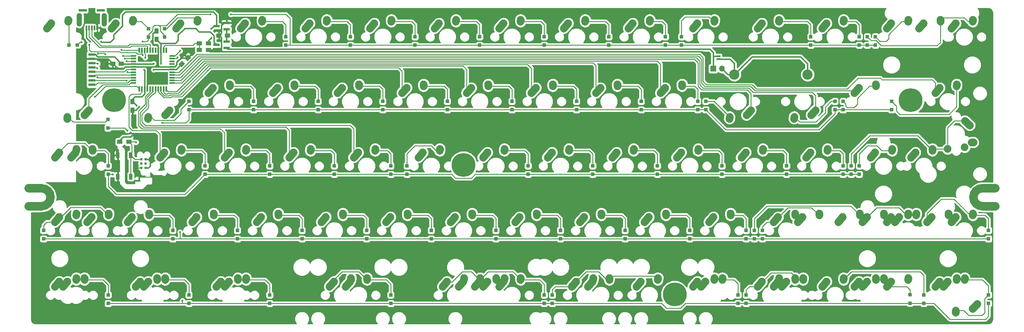
<source format=gbl>
%TF.GenerationSoftware,KiCad,Pcbnew,4.0.2-stable*%
%TF.CreationDate,2018-01-13T23:19:36+11:00*%
%TF.ProjectId,60,36302E6B696361645F70636200000000,rev?*%
%TF.FileFunction,Copper,L2,Bot,Signal*%
%FSLAX46Y46*%
G04 Gerber Fmt 4.6, Leading zero omitted, Abs format (unit mm)*
G04 Created by KiCad (PCBNEW 4.0.2-stable) date 13/01/2018 11:19:36 PM*
%MOMM*%
G01*
G04 APERTURE LIST*
%ADD10C,0.100000*%
%ADD11C,2.501900*%
%ADD12C,3.000000*%
%ADD13R,7.000000X7.000000*%
%ADD14C,2.250000*%
%ADD15C,2.250000*%
%ADD16R,1.000000X1.000000*%
%ADD17C,7.001300*%
%ADD18C,7.000240*%
%ADD19R,1.250000X1.500000*%
%ADD20R,1.500000X1.250000*%
%ADD21R,1.900000X0.800000*%
%ADD22R,1.500000X1.300000*%
%ADD23R,2.000000X0.800000*%
%ADD24R,0.550000X1.500000*%
%ADD25R,1.500000X0.550000*%
%ADD26R,2.350000X0.800000*%
%ADD27R,0.500000X1.400000*%
%ADD28O,1.500000X4.000000*%
%ADD29R,1.200000X0.600000*%
%ADD30R,1.700000X1.700000*%
%ADD31O,1.700000X1.700000*%
%ADD32R,1.000000X1.700000*%
%ADD33C,0.784860*%
%ADD34C,0.600000*%
%ADD35C,0.250000*%
%ADD36C,0.400000*%
%ADD37C,0.254000*%
G04 APERTURE END LIST*
D10*
D11*
X286337500Y-97575950D02*
X290187500Y-97575950D01*
X286337500Y-92274050D02*
X290137500Y-92274050D01*
X286337500Y-97575950D02*
G75*
G02X283686550Y-94925000I0J2650950D01*
G01*
X283686550Y-94925000D02*
G75*
G02X286337500Y-92274050I2650950J0D01*
G01*
X11588450Y-94925000D02*
G75*
G03X8937500Y-92274050I-2650950J0D01*
G01*
X8937500Y-97575950D02*
G75*
G03X11588450Y-94925000I0J2650950D01*
G01*
X5137500Y-97575950D02*
X8937500Y-97575950D01*
X5137500Y-92274050D02*
X8937500Y-92274050D01*
D12*
X213200000Y-58750000D03*
D13*
X224000000Y-58750000D03*
D12*
X234800000Y-58750000D03*
D14*
X226337500Y-43125000D02*
X226377500Y-42545000D01*
D15*
X226377500Y-42545000D03*
D14*
X220027500Y-45085000D02*
X221337500Y-43625000D01*
D15*
X221337500Y-43625000D03*
D14*
X145375000Y-119325000D02*
X145415000Y-118745000D01*
D15*
X145415000Y-118745000D03*
D14*
X139065000Y-121285000D02*
X140375000Y-119825000D01*
D15*
X140375000Y-119825000D03*
D16*
X40481250Y-47693750D03*
X40481250Y-45193750D03*
D17*
X30337500Y-66325000D03*
D18*
X133337500Y-85425000D03*
X195637500Y-123625000D03*
X265187500Y-66325000D03*
D19*
X35750000Y-66750000D03*
X35750000Y-69250000D03*
D20*
X32450000Y-55500000D03*
X29950000Y-55500000D03*
D19*
X42800000Y-48350000D03*
X42800000Y-45850000D03*
D10*
G36*
X50227729Y-56556155D02*
X49343845Y-55672271D01*
X50404505Y-54611611D01*
X51288389Y-55495495D01*
X50227729Y-56556155D01*
X50227729Y-56556155D01*
G37*
G36*
X51995495Y-54788389D02*
X51111611Y-53904505D01*
X52172271Y-52843845D01*
X53056155Y-53727729D01*
X51995495Y-54788389D01*
X51995495Y-54788389D01*
G37*
D20*
X63750000Y-47200000D03*
X61250000Y-47200000D03*
D21*
X63500000Y-49000000D03*
X63500000Y-50900000D03*
X60500000Y-49950000D03*
D22*
X31987500Y-78581250D03*
X34687500Y-78581250D03*
X58150000Y-49500000D03*
X55450000Y-49500000D03*
X55450000Y-51500000D03*
X58150000Y-51500000D03*
D23*
X23750000Y-61740000D03*
X23750000Y-60470000D03*
X23750000Y-59200000D03*
X23750000Y-57930000D03*
X23750000Y-56660000D03*
X23750000Y-55390000D03*
X23750000Y-54120000D03*
X23750000Y-52850000D03*
D21*
X63500000Y-43500000D03*
X63500000Y-45400000D03*
X60500000Y-44450000D03*
D24*
X45750000Y-62950000D03*
X44950000Y-62950000D03*
X44150000Y-62950000D03*
X43350000Y-62950000D03*
X42550000Y-62950000D03*
X41750000Y-62950000D03*
X40950000Y-62950000D03*
X40150000Y-62950000D03*
X39350000Y-62950000D03*
X38550000Y-62950000D03*
X37750000Y-62950000D03*
D25*
X36050000Y-61250000D03*
X36050000Y-60450000D03*
X36050000Y-59650000D03*
X36050000Y-58850000D03*
X36050000Y-58050000D03*
X36050000Y-57250000D03*
X36050000Y-56450000D03*
X36050000Y-55650000D03*
X36050000Y-54850000D03*
X36050000Y-54050000D03*
X36050000Y-53250000D03*
D24*
X37750000Y-51550000D03*
X38550000Y-51550000D03*
X39350000Y-51550000D03*
X40150000Y-51550000D03*
X40950000Y-51550000D03*
X41750000Y-51550000D03*
X42550000Y-51550000D03*
X43350000Y-51550000D03*
X44150000Y-51550000D03*
X44950000Y-51550000D03*
X45750000Y-51550000D03*
D25*
X47450000Y-53250000D03*
X47450000Y-54050000D03*
X47450000Y-54850000D03*
X47450000Y-55650000D03*
X47450000Y-56450000D03*
X47450000Y-57250000D03*
X47450000Y-58050000D03*
X47450000Y-58850000D03*
X47450000Y-59650000D03*
X47450000Y-60450000D03*
X47450000Y-61250000D03*
D16*
X288131250Y-126275000D03*
X288131250Y-123775000D03*
X265000000Y-126200000D03*
X265000000Y-123700000D03*
X269081250Y-126275000D03*
X269081250Y-123775000D03*
X216693750Y-126275000D03*
X216693750Y-123775000D03*
X214312500Y-126275000D03*
X214312500Y-123775000D03*
X157162500Y-126275000D03*
X157162500Y-123775000D03*
X76200000Y-126275000D03*
X76200000Y-123775000D03*
X52387500Y-126275000D03*
X52387500Y-123775000D03*
X28575000Y-126275000D03*
X28575000Y-123775000D03*
X288131250Y-107225000D03*
X288131250Y-104725000D03*
X219075000Y-107225000D03*
X219075000Y-104725000D03*
X221456250Y-107225000D03*
X221456250Y-104725000D03*
X216693750Y-107225000D03*
X216693750Y-104725000D03*
X200025000Y-107225000D03*
X200025000Y-104725000D03*
X180975000Y-107225000D03*
X180975000Y-104725000D03*
X161925000Y-107225000D03*
X161925000Y-104725000D03*
X142875000Y-107225000D03*
X142875000Y-104725000D03*
X123825000Y-107225000D03*
X123825000Y-104725000D03*
X104775000Y-107225000D03*
X104775000Y-104725000D03*
X85725000Y-107225000D03*
X85725000Y-104725000D03*
X66675000Y-107225000D03*
X66675000Y-104725000D03*
X47625000Y-107225000D03*
X47625000Y-104725000D03*
X9525000Y-107225000D03*
X9525000Y-104725000D03*
X247650000Y-88175000D03*
X247650000Y-85675000D03*
X250031250Y-88175000D03*
X250031250Y-85675000D03*
X245268750Y-88175000D03*
X245268750Y-85675000D03*
X228600000Y-88175000D03*
X228600000Y-85675000D03*
X209550000Y-88175000D03*
X209550000Y-85675000D03*
X190500000Y-88175000D03*
X190500000Y-85675000D03*
X171450000Y-88175000D03*
X171450000Y-85675000D03*
X152400000Y-88175000D03*
X152400000Y-85675000D03*
X116681250Y-88175000D03*
X116681250Y-85675000D03*
X111918750Y-88175000D03*
X111918750Y-85675000D03*
X95250000Y-88175000D03*
X95250000Y-85675000D03*
X76200000Y-88175000D03*
X76200000Y-85675000D03*
X57150000Y-88175000D03*
X57150000Y-85675000D03*
X28575000Y-88175000D03*
X28575000Y-85675000D03*
X259556250Y-69125000D03*
X259556250Y-66625000D03*
X245268750Y-69125000D03*
X245268750Y-66625000D03*
X242887500Y-69125000D03*
X242887500Y-66625000D03*
X204787500Y-69125000D03*
X204787500Y-66625000D03*
X202406250Y-69125000D03*
X202406250Y-66625000D03*
X185737500Y-69125000D03*
X185737500Y-66625000D03*
X166687500Y-69125000D03*
X166687500Y-66625000D03*
X147637500Y-69125000D03*
X147637500Y-66625000D03*
X128587500Y-69125000D03*
X128587500Y-66625000D03*
X109537500Y-69125000D03*
X109537500Y-66625000D03*
X90487500Y-69125000D03*
X90487500Y-66625000D03*
X71437500Y-69125000D03*
X71437500Y-66625000D03*
X52387500Y-69125000D03*
X52387500Y-66625000D03*
X28500000Y-74500000D03*
X28500000Y-72000000D03*
X252412500Y-50075000D03*
X252412500Y-47575000D03*
X254793750Y-50075000D03*
X254793750Y-47575000D03*
X250031250Y-50075000D03*
X250031250Y-47575000D03*
X235743750Y-50075000D03*
X235743750Y-47575000D03*
X197643750Y-50075000D03*
X197643750Y-47575000D03*
X192881250Y-50075000D03*
X192881250Y-47575000D03*
X176212500Y-50075000D03*
X176212500Y-47575000D03*
X157162500Y-50075000D03*
X157162500Y-47575000D03*
X138112500Y-50075000D03*
X138112500Y-47575000D03*
X119062500Y-50075000D03*
X119062500Y-47575000D03*
X100012500Y-50075000D03*
X100012500Y-47575000D03*
X80962500Y-50075000D03*
X80962500Y-47575000D03*
X45243750Y-47693750D03*
X45243750Y-45193750D03*
X19500000Y-50000000D03*
X17000000Y-50000000D03*
X111918750Y-126275000D03*
X111918750Y-123775000D03*
X159543750Y-126275000D03*
X159543750Y-123775000D03*
D26*
X26425000Y-39750000D03*
X21075000Y-39750000D03*
D27*
X22150000Y-44950000D03*
X22950000Y-44950000D03*
X23750000Y-44950000D03*
X24550000Y-44950000D03*
X25350000Y-44950000D03*
D28*
X20100000Y-42550000D03*
X27400000Y-42550000D03*
D14*
X69175000Y-81225000D02*
X69215000Y-80645000D01*
D15*
X69215000Y-80645000D03*
D14*
X62865000Y-83185000D02*
X64175000Y-81725000D01*
D15*
X64175000Y-81725000D03*
D14*
X16787500Y-43125000D02*
X16827500Y-42545000D01*
D15*
X16827500Y-42545000D03*
D14*
X10477500Y-45085000D02*
X11787500Y-43625000D01*
D15*
X11787500Y-43625000D03*
D14*
X35837500Y-43125000D02*
X35877500Y-42545000D01*
D15*
X35877500Y-42545000D03*
D14*
X29527500Y-45085000D02*
X30837500Y-43625000D01*
D15*
X30837500Y-43625000D03*
D14*
X54887500Y-43125000D02*
X54927500Y-42545000D01*
D15*
X54927500Y-42545000D03*
D14*
X48577500Y-45085000D02*
X49887500Y-43625000D01*
D15*
X49887500Y-43625000D03*
D14*
X73937500Y-43125000D02*
X73977500Y-42545000D01*
D15*
X73977500Y-42545000D03*
D14*
X67627500Y-45085000D02*
X68937500Y-43625000D01*
D15*
X68937500Y-43625000D03*
D14*
X92987500Y-43125000D02*
X93027500Y-42545000D01*
D15*
X93027500Y-42545000D03*
D14*
X86677500Y-45085000D02*
X87987500Y-43625000D01*
D15*
X87987500Y-43625000D03*
D14*
X112037500Y-43125000D02*
X112077500Y-42545000D01*
D15*
X112077500Y-42545000D03*
D14*
X105727500Y-45085000D02*
X107037500Y-43625000D01*
D15*
X107037500Y-43625000D03*
D14*
X131087500Y-43125000D02*
X131127500Y-42545000D01*
D15*
X131127500Y-42545000D03*
D14*
X124777500Y-45085000D02*
X126087500Y-43625000D01*
D15*
X126087500Y-43625000D03*
D14*
X150137500Y-43125000D02*
X150177500Y-42545000D01*
D15*
X150177500Y-42545000D03*
D14*
X143827500Y-45085000D02*
X145137500Y-43625000D01*
D15*
X145137500Y-43625000D03*
D14*
X169187500Y-43125000D02*
X169227500Y-42545000D01*
D15*
X169227500Y-42545000D03*
D14*
X162877500Y-45085000D02*
X164187500Y-43625000D01*
D15*
X164187500Y-43625000D03*
D14*
X188237500Y-43125000D02*
X188277500Y-42545000D01*
D15*
X188277500Y-42545000D03*
D14*
X181927500Y-45085000D02*
X183237500Y-43625000D01*
D15*
X183237500Y-43625000D03*
D14*
X207287500Y-43125000D02*
X207327500Y-42545000D01*
D15*
X207327500Y-42545000D03*
D14*
X200977500Y-45085000D02*
X202287500Y-43625000D01*
D15*
X202287500Y-43625000D03*
D14*
X245387500Y-43125000D02*
X245427500Y-42545000D01*
D15*
X245427500Y-42545000D03*
D14*
X239077500Y-45085000D02*
X240387500Y-43625000D01*
D15*
X240387500Y-43625000D03*
D14*
X264437500Y-43125000D02*
X264477500Y-42545000D01*
D15*
X264477500Y-42545000D03*
D14*
X258127500Y-45085000D02*
X259437500Y-43625000D01*
D15*
X259437500Y-43625000D03*
D14*
X283487500Y-43125000D02*
X283527500Y-42545000D01*
D15*
X283527500Y-42545000D03*
D14*
X277177500Y-45085000D02*
X278487500Y-43625000D01*
D15*
X278487500Y-43625000D03*
D14*
X40362500Y-71175000D02*
X40322500Y-71755000D01*
D15*
X40322500Y-71755000D03*
D14*
X46672500Y-69215000D02*
X45362500Y-70675000D01*
D15*
X45362500Y-70675000D03*
D14*
X64412500Y-62175000D02*
X64452500Y-61595000D01*
D15*
X64452500Y-61595000D03*
D14*
X58102500Y-64135000D02*
X59412500Y-62675000D01*
D15*
X59412500Y-62675000D03*
D14*
X83462500Y-62175000D02*
X83502500Y-61595000D01*
D15*
X83502500Y-61595000D03*
D14*
X77152500Y-64135000D02*
X78462500Y-62675000D01*
D15*
X78462500Y-62675000D03*
D14*
X102512500Y-62175000D02*
X102552500Y-61595000D01*
D15*
X102552500Y-61595000D03*
D14*
X96202500Y-64135000D02*
X97512500Y-62675000D01*
D15*
X97512500Y-62675000D03*
D14*
X121562500Y-62175000D02*
X121602500Y-61595000D01*
D15*
X121602500Y-61595000D03*
D14*
X115252500Y-64135000D02*
X116562500Y-62675000D01*
D15*
X116562500Y-62675000D03*
D14*
X140612500Y-62175000D02*
X140652500Y-61595000D01*
D15*
X140652500Y-61595000D03*
D14*
X134302500Y-64135000D02*
X135612500Y-62675000D01*
D15*
X135612500Y-62675000D03*
D14*
X159662500Y-62175000D02*
X159702500Y-61595000D01*
D15*
X159702500Y-61595000D03*
D14*
X153352500Y-64135000D02*
X154662500Y-62675000D01*
D15*
X154662500Y-62675000D03*
D14*
X178712500Y-62175000D02*
X178752500Y-61595000D01*
D15*
X178752500Y-61595000D03*
D14*
X172402500Y-64135000D02*
X173712500Y-62675000D01*
D15*
X173712500Y-62675000D03*
D14*
X197762500Y-62175000D02*
X197802500Y-61595000D01*
D15*
X197802500Y-61595000D03*
D14*
X191452500Y-64135000D02*
X192762500Y-62675000D01*
D15*
X192762500Y-62675000D03*
D14*
X211812500Y-71175000D02*
X211772500Y-71755000D01*
D15*
X211772500Y-71755000D03*
D14*
X218122500Y-69215000D02*
X216812500Y-70675000D01*
D15*
X216812500Y-70675000D03*
D14*
X230862500Y-71175000D02*
X230822500Y-71755000D01*
D15*
X230822500Y-71755000D03*
D14*
X237172500Y-69215000D02*
X235862500Y-70675000D01*
D15*
X235862500Y-70675000D03*
D14*
X254912500Y-62175000D02*
X254952500Y-61595000D01*
D15*
X254952500Y-61595000D03*
D14*
X248602500Y-64135000D02*
X249912500Y-62675000D01*
D15*
X249912500Y-62675000D03*
D14*
X50125000Y-81225000D02*
X50165000Y-80645000D01*
D15*
X50165000Y-80645000D03*
D14*
X43815000Y-83185000D02*
X45125000Y-81725000D01*
D15*
X45125000Y-81725000D03*
D14*
X88225000Y-81225000D02*
X88265000Y-80645000D01*
D15*
X88265000Y-80645000D03*
D14*
X81915000Y-83185000D02*
X83225000Y-81725000D01*
D15*
X83225000Y-81725000D03*
D14*
X107275000Y-81225000D02*
X107315000Y-80645000D01*
D15*
X107315000Y-80645000D03*
D14*
X100965000Y-83185000D02*
X102275000Y-81725000D01*
D15*
X102275000Y-81725000D03*
D14*
X126325000Y-81225000D02*
X126365000Y-80645000D01*
D15*
X126365000Y-80645000D03*
D14*
X120015000Y-83185000D02*
X121325000Y-81725000D01*
D15*
X121325000Y-81725000D03*
D14*
X145375000Y-81225000D02*
X145415000Y-80645000D01*
D15*
X145415000Y-80645000D03*
D14*
X139065000Y-83185000D02*
X140375000Y-81725000D01*
D15*
X140375000Y-81725000D03*
D14*
X164425000Y-81225000D02*
X164465000Y-80645000D01*
D15*
X164465000Y-80645000D03*
D14*
X158115000Y-83185000D02*
X159425000Y-81725000D01*
D15*
X159425000Y-81725000D03*
D14*
X183475000Y-81225000D02*
X183515000Y-80645000D01*
D15*
X183515000Y-80645000D03*
D14*
X177165000Y-83185000D02*
X178475000Y-81725000D01*
D15*
X178475000Y-81725000D03*
D14*
X202525000Y-81225000D02*
X202565000Y-80645000D01*
D15*
X202565000Y-80645000D03*
D14*
X196215000Y-83185000D02*
X197525000Y-81725000D01*
D15*
X197525000Y-81725000D03*
D14*
X221575000Y-81225000D02*
X221615000Y-80645000D01*
D15*
X221615000Y-80645000D03*
D14*
X215265000Y-83185000D02*
X216575000Y-81725000D01*
D15*
X216575000Y-81725000D03*
D14*
X240625000Y-81225000D02*
X240665000Y-80645000D01*
D15*
X240665000Y-80645000D03*
D14*
X234315000Y-83185000D02*
X235625000Y-81725000D01*
D15*
X235625000Y-81725000D03*
D14*
X259675000Y-81225000D02*
X259715000Y-80645000D01*
D15*
X259715000Y-80645000D03*
D14*
X253365000Y-83185000D02*
X254675000Y-81725000D01*
D15*
X254675000Y-81725000D03*
D14*
X231100000Y-100275000D02*
X231140000Y-99695000D01*
D15*
X231140000Y-99695000D03*
D14*
X224790000Y-102235000D02*
X226100000Y-100775000D01*
D15*
X226100000Y-100775000D03*
D14*
X59650000Y-100275000D02*
X59690000Y-99695000D01*
D15*
X59690000Y-99695000D03*
D14*
X53340000Y-102235000D02*
X54650000Y-100775000D01*
D15*
X54650000Y-100775000D03*
D14*
X78700000Y-100275000D02*
X78740000Y-99695000D01*
D15*
X78740000Y-99695000D03*
D14*
X72390000Y-102235000D02*
X73700000Y-100775000D01*
D15*
X73700000Y-100775000D03*
D14*
X97750000Y-100275000D02*
X97790000Y-99695000D01*
D15*
X97790000Y-99695000D03*
D14*
X91440000Y-102235000D02*
X92750000Y-100775000D01*
D15*
X92750000Y-100775000D03*
D14*
X116800000Y-100275000D02*
X116840000Y-99695000D01*
D15*
X116840000Y-99695000D03*
D14*
X110490000Y-102235000D02*
X111800000Y-100775000D01*
D15*
X111800000Y-100775000D03*
D14*
X135850000Y-100275000D02*
X135890000Y-99695000D01*
D15*
X135890000Y-99695000D03*
D14*
X129540000Y-102235000D02*
X130850000Y-100775000D01*
D15*
X130850000Y-100775000D03*
D14*
X154900000Y-100275000D02*
X154940000Y-99695000D01*
D15*
X154940000Y-99695000D03*
D14*
X148590000Y-102235000D02*
X149900000Y-100775000D01*
D15*
X149900000Y-100775000D03*
D14*
X173950000Y-100275000D02*
X173990000Y-99695000D01*
D15*
X173990000Y-99695000D03*
D14*
X167640000Y-102235000D02*
X168950000Y-100775000D01*
D15*
X168950000Y-100775000D03*
D14*
X193000000Y-100275000D02*
X193040000Y-99695000D01*
D15*
X193040000Y-99695000D03*
D14*
X186690000Y-102235000D02*
X188000000Y-100775000D01*
D15*
X188000000Y-100775000D03*
D14*
X212050000Y-100275000D02*
X212090000Y-99695000D01*
D15*
X212090000Y-99695000D03*
D14*
X205740000Y-102235000D02*
X207050000Y-100775000D01*
D15*
X207050000Y-100775000D03*
D14*
X283487500Y-100275000D02*
X283527500Y-99695000D01*
D15*
X283527500Y-99695000D03*
D14*
X277177500Y-102235000D02*
X278487500Y-100775000D01*
D15*
X278487500Y-100775000D03*
D14*
X40600000Y-100275000D02*
X40640000Y-99695000D01*
D15*
X40640000Y-99695000D03*
D14*
X34290000Y-102235000D02*
X35600000Y-100775000D01*
D15*
X35600000Y-100775000D03*
D14*
X250150000Y-100275000D02*
X250190000Y-99695000D01*
D15*
X250190000Y-99695000D03*
D14*
X243840000Y-102235000D02*
X245150000Y-100775000D01*
D15*
X245150000Y-100775000D03*
D14*
X264437500Y-100275000D02*
X264477500Y-99695000D01*
D15*
X264477500Y-99695000D03*
D14*
X258127500Y-102235000D02*
X259437500Y-100775000D01*
D15*
X259437500Y-100775000D03*
D14*
X283487500Y-100275000D02*
X283527500Y-99695000D01*
D15*
X283527500Y-99695000D03*
D14*
X277177500Y-102235000D02*
X278487500Y-100775000D01*
D15*
X278487500Y-100775000D03*
D14*
X45362500Y-119325000D02*
X45402500Y-118745000D01*
D15*
X45402500Y-118745000D03*
D14*
X39052500Y-121285000D02*
X40362500Y-119825000D01*
D15*
X40362500Y-119825000D03*
D14*
X254912500Y-119325000D02*
X254952500Y-118745000D01*
D15*
X254952500Y-118745000D03*
D14*
X248602500Y-121285000D02*
X249912500Y-119825000D01*
D15*
X249912500Y-119825000D03*
D14*
X207287500Y-119325000D02*
X207327500Y-118745000D01*
D15*
X207327500Y-118745000D03*
D14*
X200977500Y-121285000D02*
X202287500Y-119825000D01*
D15*
X202287500Y-119825000D03*
D14*
X226337500Y-119325000D02*
X226377500Y-118745000D01*
D15*
X226377500Y-118745000D03*
D14*
X220027500Y-121285000D02*
X221337500Y-119825000D01*
D15*
X221337500Y-119825000D03*
D14*
X245387500Y-119325000D02*
X245427500Y-118745000D01*
D15*
X245427500Y-118745000D03*
D14*
X239077500Y-121285000D02*
X240387500Y-119825000D01*
D15*
X240387500Y-119825000D03*
D14*
X264437500Y-119325000D02*
X264477500Y-118745000D01*
D15*
X264477500Y-118745000D03*
D14*
X258127500Y-121285000D02*
X259437500Y-119825000D01*
D15*
X259437500Y-119825000D03*
D14*
X278487500Y-128325000D02*
X278447500Y-128905000D01*
D15*
X278447500Y-128905000D03*
D14*
X284797500Y-126365000D02*
X283487500Y-127825000D01*
D15*
X283487500Y-127825000D03*
D14*
X16550000Y-71175000D02*
X16510000Y-71755000D01*
D15*
X16510000Y-71755000D03*
D14*
X22860000Y-69215000D02*
X21550000Y-70675000D01*
D15*
X21550000Y-70675000D03*
D14*
X278725000Y-62175000D02*
X278765000Y-61595000D01*
D15*
X278765000Y-61595000D03*
D14*
X272415000Y-64135000D02*
X273725000Y-62675000D01*
D15*
X273725000Y-62675000D03*
D14*
X21550000Y-119325000D02*
X21590000Y-118745000D01*
D15*
X21590000Y-118745000D03*
D14*
X15240000Y-121285000D02*
X16550000Y-119825000D01*
D15*
X16550000Y-119825000D03*
D14*
X69175000Y-119325000D02*
X69215000Y-118745000D01*
D15*
X69215000Y-118745000D03*
D14*
X62865000Y-121285000D02*
X64175000Y-119825000D01*
D15*
X64175000Y-119825000D03*
D14*
X231100000Y-119325000D02*
X231140000Y-118745000D01*
D15*
X231140000Y-118745000D03*
D14*
X224790000Y-121285000D02*
X226100000Y-119825000D01*
D15*
X226100000Y-119825000D03*
D14*
X278725000Y-119325000D02*
X278765000Y-118745000D01*
D15*
X278765000Y-118745000D03*
D14*
X272415000Y-121285000D02*
X273725000Y-119825000D01*
D15*
X273725000Y-119825000D03*
D14*
X23931250Y-81225000D02*
X23971250Y-80645000D01*
D15*
X23971250Y-80645000D03*
D14*
X17621250Y-83185000D02*
X18931250Y-81725000D01*
D15*
X18931250Y-81725000D03*
D14*
X257293750Y-100275000D02*
X257333750Y-99695000D01*
D15*
X257333750Y-99695000D03*
D14*
X250983750Y-102235000D02*
X252293750Y-100775000D01*
D15*
X252293750Y-100775000D03*
D14*
X276343750Y-100275000D02*
X276383750Y-99695000D01*
D15*
X276383750Y-99695000D03*
D14*
X270033750Y-102235000D02*
X271343750Y-100775000D01*
D15*
X271343750Y-100775000D03*
D14*
X238243750Y-100275000D02*
X238283750Y-99695000D01*
D15*
X238283750Y-99695000D03*
D14*
X231933750Y-102235000D02*
X233243750Y-100775000D01*
D15*
X233243750Y-100775000D03*
D14*
X19168750Y-81225000D02*
X19208750Y-80645000D01*
D15*
X19208750Y-80645000D03*
D14*
X12858750Y-83185000D02*
X14168750Y-81725000D01*
D15*
X14168750Y-81725000D03*
D14*
X19168750Y-100275000D02*
X19208750Y-99695000D01*
D15*
X19208750Y-99695000D03*
D14*
X12858750Y-102235000D02*
X14168750Y-100775000D01*
D15*
X14168750Y-100775000D03*
D14*
X19168750Y-119325000D02*
X19208750Y-118745000D01*
D15*
X19208750Y-118745000D03*
D14*
X12858750Y-121285000D02*
X14168750Y-119825000D01*
D15*
X14168750Y-119825000D03*
D14*
X42981250Y-119325000D02*
X43021250Y-118745000D01*
D15*
X43021250Y-118745000D03*
D14*
X36671250Y-121285000D02*
X37981250Y-119825000D01*
D15*
X37981250Y-119825000D03*
D14*
X66793750Y-119325000D02*
X66833750Y-118745000D01*
D15*
X66833750Y-118745000D03*
D14*
X60483750Y-121285000D02*
X61793750Y-119825000D01*
D15*
X61793750Y-119825000D03*
D14*
X209668750Y-119325000D02*
X209708750Y-118745000D01*
D15*
X209708750Y-118745000D03*
D14*
X203358750Y-121285000D02*
X204668750Y-119825000D01*
D15*
X204668750Y-119825000D03*
D14*
X233481250Y-119325000D02*
X233521250Y-118745000D01*
D15*
X233521250Y-118745000D03*
D14*
X227171250Y-121285000D02*
X228481250Y-119825000D01*
D15*
X228481250Y-119825000D03*
D14*
X257293750Y-119325000D02*
X257333750Y-118745000D01*
D15*
X257333750Y-118745000D03*
D14*
X250983750Y-121285000D02*
X252293750Y-119825000D01*
D15*
X252293750Y-119825000D03*
D14*
X281106250Y-119325000D02*
X281146250Y-118745000D01*
D15*
X281146250Y-118745000D03*
D14*
X274796250Y-121285000D02*
X276106250Y-119825000D01*
D15*
X276106250Y-119825000D03*
D14*
X142993750Y-119325000D02*
X143033750Y-118745000D01*
D15*
X143033750Y-118745000D03*
D14*
X136683750Y-121285000D02*
X137993750Y-119825000D01*
D15*
X137993750Y-119825000D03*
D14*
X133468750Y-119325000D02*
X133508750Y-118745000D01*
D15*
X133508750Y-118745000D03*
D14*
X127158750Y-121285000D02*
X128468750Y-119825000D01*
D15*
X128468750Y-119825000D03*
D14*
X271581250Y-81225000D02*
X271621250Y-80645000D01*
D15*
X271621250Y-80645000D03*
D14*
X265271250Y-83185000D02*
X266581250Y-81725000D01*
D15*
X266581250Y-81725000D03*
D14*
X28693750Y-100275000D02*
X28733750Y-99695000D01*
D15*
X28733750Y-99695000D03*
D14*
X22383750Y-102235000D02*
X23693750Y-100775000D01*
D15*
X23693750Y-100775000D03*
D14*
X176331250Y-119325000D02*
X176371250Y-118745000D01*
D15*
X176371250Y-118745000D03*
D14*
X170021250Y-121285000D02*
X171331250Y-119825000D01*
D15*
X171331250Y-119825000D03*
D14*
X100131250Y-119325000D02*
X100171250Y-118745000D01*
D15*
X100171250Y-118745000D03*
D14*
X93821250Y-121285000D02*
X95131250Y-119825000D01*
D15*
X95131250Y-119825000D03*
D14*
X104893750Y-119325000D02*
X104933750Y-118745000D01*
D15*
X104933750Y-118745000D03*
D14*
X98583750Y-121285000D02*
X99893750Y-119825000D01*
D15*
X99893750Y-119825000D03*
D14*
X104893750Y-119325000D02*
X104933750Y-118745000D01*
D15*
X104933750Y-118745000D03*
D14*
X98583750Y-121285000D02*
X99893750Y-119825000D01*
D15*
X99893750Y-119825000D03*
D14*
X171568750Y-119325000D02*
X171608750Y-118745000D01*
D15*
X171608750Y-118745000D03*
D14*
X165258750Y-121285000D02*
X166568750Y-119825000D01*
D15*
X166568750Y-119825000D03*
D14*
X190618750Y-119325000D02*
X190658750Y-118745000D01*
D15*
X190658750Y-118745000D03*
D14*
X184308750Y-121285000D02*
X185618750Y-119825000D01*
D15*
X185618750Y-119825000D03*
D14*
X138231250Y-119325000D02*
X138271250Y-118745000D01*
D15*
X138271250Y-118745000D03*
D14*
X131921250Y-121285000D02*
X133231250Y-119825000D01*
D15*
X133231250Y-119825000D03*
D14*
X150137500Y-119325000D02*
X150177500Y-118745000D01*
D15*
X150177500Y-118745000D03*
D14*
X143827500Y-121285000D02*
X145137500Y-119825000D01*
D15*
X145137500Y-119825000D03*
D14*
X266818750Y-100275000D02*
X266858750Y-99695000D01*
D15*
X266858750Y-99695000D03*
D14*
X260508750Y-102235000D02*
X261818750Y-100775000D01*
D15*
X261818750Y-100775000D03*
D14*
X283106250Y-78700000D02*
X283686250Y-78739998D01*
D15*
X283686250Y-78740000D03*
D14*
X281146250Y-72390000D02*
X282606258Y-73699990D01*
D15*
X282606250Y-73700000D03*
X281106250Y-80200000D03*
X276106250Y-80700000D03*
D14*
X273962500Y-43125000D02*
X274002500Y-42545000D01*
D15*
X274002500Y-42545000D03*
D14*
X267652500Y-45085000D02*
X268962500Y-43625000D01*
D15*
X268962500Y-43625000D03*
D29*
X208500000Y-54150000D03*
X208500000Y-53350000D03*
D30*
X207000000Y-57000000D03*
D31*
X209540000Y-57000000D03*
D32*
X31437500Y-82575000D03*
X31437500Y-88875000D03*
X35237500Y-82575000D03*
X35237500Y-88875000D03*
D20*
X38750000Y-78500000D03*
X41250000Y-78500000D03*
D33*
X38365000Y-86270000D03*
X39635000Y-86270000D03*
X38365000Y-85000000D03*
X39635000Y-85000000D03*
X38365000Y-83730000D03*
X39635000Y-83730000D03*
D34*
X36250000Y-77750000D03*
X60250000Y-59000000D03*
X60500000Y-51250000D03*
X25500000Y-42750000D03*
X29250000Y-39750000D03*
X36000000Y-74500000D03*
X34250000Y-76250000D03*
X37750000Y-68250000D03*
X41000000Y-61500000D03*
X35200000Y-77100000D03*
X37000000Y-67900000D03*
X39200000Y-57300000D03*
X44200000Y-55500000D03*
X42000000Y-55500000D03*
X42000000Y-57300000D03*
X23000000Y-49950000D03*
X20750000Y-49200000D03*
X58750000Y-40950000D03*
X64750000Y-40950000D03*
X38750000Y-49000000D03*
X38750000Y-53000000D03*
X34250000Y-75250000D03*
X44500000Y-73000000D03*
X34000000Y-54750000D03*
X32500000Y-51500000D03*
X30000000Y-88250000D03*
X33000000Y-53250000D03*
X49750000Y-105250000D03*
X33500000Y-54000000D03*
X50500000Y-125500000D03*
X25400000Y-56900000D03*
X25400000Y-59500000D03*
X34000000Y-60500000D03*
X34250000Y-58000000D03*
X25500000Y-55500000D03*
X25570000Y-52580000D03*
X27750000Y-52750000D03*
X39500000Y-53750000D03*
X24750000Y-65250000D03*
X26500000Y-49000000D03*
X23250000Y-49000000D03*
X59000000Y-45200000D03*
X59000000Y-47950000D03*
X45000000Y-89000000D03*
X49750000Y-51750000D03*
X49000000Y-53700000D03*
X36800000Y-78700000D03*
D35*
X17000000Y-50000000D02*
X17000000Y-43337500D01*
X17000000Y-43337500D02*
X16787500Y-43125000D01*
X35837500Y-43125000D02*
X38412500Y-43125000D01*
X38412500Y-43125000D02*
X40481250Y-45193750D01*
X45243750Y-45193750D02*
X45806250Y-45193750D01*
X53762500Y-42000000D02*
X54887500Y-43125000D01*
X49000000Y-42000000D02*
X53762500Y-42000000D01*
X45806250Y-45193750D02*
X49000000Y-42000000D01*
X73937500Y-43125000D02*
X80025000Y-43125000D01*
X80962500Y-44062500D02*
X80962500Y-47575000D01*
X80025000Y-43125000D02*
X80962500Y-44062500D01*
X92987500Y-43125000D02*
X99075000Y-43125000D01*
X100012500Y-44062500D02*
X100012500Y-47575000D01*
X99075000Y-43125000D02*
X100012500Y-44062500D01*
X112037500Y-43125000D02*
X118125000Y-43125000D01*
X119062500Y-44062500D02*
X119062500Y-47575000D01*
X118125000Y-43125000D02*
X119062500Y-44062500D01*
X131087500Y-43125000D02*
X137175000Y-43125000D01*
X138112500Y-44062500D02*
X138112500Y-47575000D01*
X137175000Y-43125000D02*
X138112500Y-44062500D01*
X150137500Y-43125000D02*
X156225000Y-43125000D01*
X157162500Y-44062500D02*
X157162500Y-47575000D01*
X156225000Y-43125000D02*
X157162500Y-44062500D01*
X169187500Y-43125000D02*
X175275000Y-43125000D01*
X176212500Y-44062500D02*
X176212500Y-47575000D01*
X175275000Y-43125000D02*
X176212500Y-44062500D01*
X188237500Y-43125000D02*
X191943750Y-43125000D01*
X192881250Y-44062500D02*
X192881250Y-47575000D01*
X191943750Y-43125000D02*
X192881250Y-44062500D01*
X207287500Y-43125000D02*
X207175000Y-43125000D01*
X207175000Y-43125000D02*
X205750000Y-41700000D01*
X205750000Y-41700000D02*
X198750000Y-41700000D01*
X198750000Y-41700000D02*
X197643750Y-42806250D01*
X197643750Y-42806250D02*
X197643750Y-47575000D01*
X226337500Y-43125000D02*
X234806250Y-43125000D01*
X235743750Y-44062500D02*
X235743750Y-47575000D01*
X234806250Y-43125000D02*
X235743750Y-44062500D01*
X245387500Y-43125000D02*
X249093750Y-43125000D01*
X250031250Y-44062500D02*
X250031250Y-47575000D01*
X249093750Y-43125000D02*
X250031250Y-44062500D01*
X273962500Y-43125000D02*
X273962500Y-42987500D01*
X273962500Y-42987500D02*
X275000000Y-41950000D01*
X282175000Y-43125000D02*
X283487500Y-43125000D01*
X281000000Y-41950000D02*
X282175000Y-43125000D01*
X275000000Y-41950000D02*
X281000000Y-41950000D01*
X273962500Y-43125000D02*
X273962500Y-49237500D01*
X253537500Y-48700000D02*
X252412500Y-47575000D01*
X255000000Y-48700000D02*
X253537500Y-48700000D01*
X256500000Y-50200000D02*
X255000000Y-48700000D01*
X273000000Y-50200000D02*
X256500000Y-50200000D01*
X273962500Y-49237500D02*
X273000000Y-50200000D01*
X264437500Y-43125000D02*
X262575000Y-43125000D01*
X256168750Y-48950000D02*
X254793750Y-47575000D01*
X258000000Y-48950000D02*
X256168750Y-48950000D01*
X258750000Y-48200000D02*
X258000000Y-48950000D01*
X258750000Y-46950000D02*
X258750000Y-48200000D01*
X262575000Y-43125000D02*
X258750000Y-46950000D01*
X27750000Y-72750000D02*
X28500000Y-72000000D01*
X18250000Y-72750000D02*
X27750000Y-72750000D01*
X16675000Y-71175000D02*
X18250000Y-72750000D01*
X16550000Y-71175000D02*
X16675000Y-71175000D01*
X40362500Y-71175000D02*
X41175000Y-71175000D01*
X41175000Y-71175000D02*
X42250000Y-72250000D01*
X42250000Y-72250000D02*
X48012500Y-72250000D01*
X48012500Y-72250000D02*
X48000000Y-72250000D01*
X48000000Y-72250000D02*
X48000000Y-72262500D01*
X48000000Y-72262500D02*
X50006250Y-70256250D01*
X50006250Y-70256250D02*
X50006250Y-69006250D01*
X50006250Y-69006250D02*
X52387500Y-66625000D01*
X64412500Y-62175000D02*
X70500000Y-62175000D01*
X71437500Y-63112500D02*
X71437500Y-66625000D01*
X70500000Y-62175000D02*
X71437500Y-63112500D01*
X83462500Y-62175000D02*
X89550000Y-62175000D01*
X90487500Y-63112500D02*
X90487500Y-66625000D01*
X89550000Y-62175000D02*
X90487500Y-63112500D01*
X102512500Y-62175000D02*
X108600000Y-62175000D01*
X109537500Y-63112500D02*
X109537500Y-66625000D01*
X108600000Y-62175000D02*
X109537500Y-63112500D01*
X121562500Y-62175000D02*
X127650000Y-62175000D01*
X128587500Y-63112500D02*
X128587500Y-66625000D01*
X127650000Y-62175000D02*
X128587500Y-63112500D01*
X140612500Y-62175000D02*
X146700000Y-62175000D01*
X147637500Y-63112500D02*
X147637500Y-66625000D01*
X146700000Y-62175000D02*
X147637500Y-63112500D01*
X159662500Y-62175000D02*
X165750000Y-62175000D01*
X166687500Y-63112500D02*
X166687500Y-66625000D01*
X165750000Y-62175000D02*
X166687500Y-63112500D01*
X178712500Y-62175000D02*
X184800000Y-62175000D01*
X185737500Y-63112500D02*
X185737500Y-66625000D01*
X184800000Y-62175000D02*
X185737500Y-63112500D01*
X197762500Y-62175000D02*
X201468750Y-62175000D01*
X202406250Y-63112500D02*
X202406250Y-66625000D01*
X201468750Y-62175000D02*
X202406250Y-63112500D01*
X204787500Y-66625000D02*
X207262500Y-66625000D01*
X207262500Y-66625000D02*
X211812500Y-71175000D01*
X240000000Y-70000000D02*
X240000000Y-68381250D01*
X237250000Y-72750000D02*
X240000000Y-70000000D01*
X232500000Y-72750000D02*
X237250000Y-72750000D01*
X230925000Y-71175000D02*
X232500000Y-72750000D01*
X241756250Y-66625000D02*
X242887500Y-66625000D01*
X240000000Y-68381250D02*
X241756250Y-66625000D01*
X230862500Y-71175000D02*
X230925000Y-71175000D01*
X246000000Y-68000000D02*
X246000000Y-67356250D01*
X246500000Y-68500000D02*
X248500000Y-68500000D01*
X248500000Y-68500000D02*
X249500000Y-67500000D01*
X249500000Y-67500000D02*
X249500000Y-65750000D01*
X249500000Y-65750000D02*
X253075000Y-62175000D01*
X254912500Y-62175000D02*
X253075000Y-62175000D01*
X246500000Y-68500000D02*
X246000000Y-68000000D01*
X246000000Y-67356250D02*
X245268750Y-66625000D01*
X261000000Y-69500000D02*
X261000000Y-68068750D01*
X278725000Y-62175000D02*
X278725000Y-68275000D01*
X276500000Y-70500000D02*
X278725000Y-68275000D01*
X262000000Y-70500000D02*
X276500000Y-70500000D01*
X261000000Y-69500000D02*
X262000000Y-70500000D01*
X261000000Y-68068750D02*
X259556250Y-66625000D01*
X12858750Y-83185000D02*
X12858750Y-82841250D01*
X12858750Y-82841250D02*
X16750000Y-78950000D01*
X16750000Y-78950000D02*
X21656250Y-78950000D01*
X21656250Y-78950000D02*
X23931250Y-81225000D01*
X23931250Y-81225000D02*
X27637500Y-81225000D01*
X28575000Y-82162500D02*
X28575000Y-85675000D01*
X27637500Y-81225000D02*
X28575000Y-82162500D01*
X50125000Y-81225000D02*
X56212500Y-81225000D01*
X57150000Y-82162500D02*
X57150000Y-85675000D01*
X56212500Y-81225000D02*
X57150000Y-82162500D01*
X69175000Y-81225000D02*
X75262500Y-81225000D01*
X76200000Y-82162500D02*
X76200000Y-85675000D01*
X75262500Y-81225000D02*
X76200000Y-82162500D01*
X88225000Y-81225000D02*
X94312500Y-81225000D01*
X95250000Y-82162500D02*
X95250000Y-85675000D01*
X94312500Y-81225000D02*
X95250000Y-82162500D01*
X107275000Y-81225000D02*
X110981250Y-81225000D01*
X111918750Y-82162500D02*
X111918750Y-85675000D01*
X110981250Y-81225000D02*
X111918750Y-82162500D01*
X126325000Y-81225000D02*
X125268750Y-81225000D01*
X125268750Y-81225000D02*
X123825000Y-79781250D01*
X123825000Y-79781250D02*
X119062500Y-79781250D01*
X119062500Y-79781250D02*
X116681250Y-82162500D01*
X116681250Y-82162500D02*
X116681250Y-85675000D01*
X145375000Y-81225000D02*
X151462500Y-81225000D01*
X152400000Y-82162500D02*
X152400000Y-85675000D01*
X151462500Y-81225000D02*
X152400000Y-82162500D01*
X164425000Y-81225000D02*
X170512500Y-81225000D01*
X171450000Y-82162500D02*
X171450000Y-85675000D01*
X170512500Y-81225000D02*
X171450000Y-82162500D01*
X183475000Y-81225000D02*
X189562500Y-81225000D01*
X190500000Y-82162500D02*
X190500000Y-85675000D01*
X189562500Y-81225000D02*
X190500000Y-82162500D01*
X202525000Y-81225000D02*
X208612500Y-81225000D01*
X209550000Y-82162500D02*
X209550000Y-85675000D01*
X208612500Y-81225000D02*
X209550000Y-82162500D01*
X221575000Y-81225000D02*
X227662500Y-81225000D01*
X228600000Y-82162500D02*
X228600000Y-85675000D01*
X227662500Y-81225000D02*
X228600000Y-82162500D01*
X240625000Y-81225000D02*
X244331250Y-81225000D01*
X245268750Y-82162500D02*
X245268750Y-85675000D01*
X244331250Y-81225000D02*
X245268750Y-82162500D01*
X247650000Y-85675000D02*
X247650000Y-82225000D01*
X267250000Y-76750000D02*
X253125000Y-76750000D01*
X253125000Y-76750000D02*
X247650000Y-82225000D01*
X267250000Y-76750000D02*
X271581250Y-81081250D01*
X276106250Y-80700000D02*
X276106250Y-74393750D01*
X278110000Y-72390000D02*
X281146250Y-72390000D01*
X276106250Y-74393750D02*
X278110000Y-72390000D01*
X271581250Y-81225000D02*
X271581250Y-81081250D01*
X276106250Y-80700000D02*
X272106250Y-80700000D01*
X272106250Y-80700000D02*
X271581250Y-81225000D01*
X250031250Y-85675000D02*
X250031250Y-82225000D01*
X256725000Y-81225000D02*
X255250000Y-79750000D01*
X255250000Y-79750000D02*
X252506250Y-79750000D01*
X252506250Y-79750000D02*
X250031250Y-82225000D01*
X256725000Y-81225000D02*
X259675000Y-81225000D01*
X224790000Y-102235000D02*
X222815000Y-102235000D01*
X221456250Y-103593750D02*
X221456250Y-104725000D01*
X222815000Y-102235000D02*
X221456250Y-103593750D01*
X238243750Y-100275000D02*
X238243750Y-100243750D01*
X238243750Y-100243750D02*
X236000000Y-98000000D01*
X236000000Y-98000000D02*
X229025000Y-98000000D01*
X229025000Y-98000000D02*
X224790000Y-102235000D01*
X219075000Y-104725000D02*
X219075000Y-101275000D01*
X247500000Y-97500000D02*
X222850000Y-97500000D01*
X222850000Y-97500000D02*
X219075000Y-101275000D01*
X247500000Y-97500000D02*
X250150000Y-100150000D01*
X250150000Y-100275000D02*
X250150000Y-100150000D01*
X250983750Y-102235000D02*
X250983750Y-101108750D01*
X250983750Y-101108750D02*
X250150000Y-100275000D01*
X264437500Y-100275000D02*
X264025000Y-100275000D01*
X264025000Y-100275000D02*
X261750000Y-98000000D01*
X255218750Y-98000000D02*
X250983750Y-102235000D01*
X261750000Y-98000000D02*
X255218750Y-98000000D01*
X266818750Y-100275000D02*
X264437500Y-100275000D01*
X12858750Y-102235000D02*
X13215000Y-102235000D01*
X13215000Y-102235000D02*
X17500000Y-97950000D01*
X26368750Y-97950000D02*
X28693750Y-100275000D01*
X17500000Y-97950000D02*
X26368750Y-97950000D01*
X12858750Y-102235000D02*
X10465000Y-102235000D01*
X9525000Y-103175000D02*
X9525000Y-104725000D01*
X10465000Y-102235000D02*
X9525000Y-103175000D01*
X59650000Y-100275000D02*
X65737500Y-100275000D01*
X66675000Y-101212500D02*
X66675000Y-104725000D01*
X65737500Y-100275000D02*
X66675000Y-101212500D01*
X78700000Y-100275000D02*
X84787500Y-100275000D01*
X85725000Y-101212500D02*
X85725000Y-104725000D01*
X84787500Y-100275000D02*
X85725000Y-101212500D01*
X97750000Y-100275000D02*
X103837500Y-100275000D01*
X104775000Y-101212500D02*
X104775000Y-104725000D01*
X103837500Y-100275000D02*
X104775000Y-101212500D01*
X116800000Y-100275000D02*
X122887500Y-100275000D01*
X123825000Y-101212500D02*
X123825000Y-104725000D01*
X122887500Y-100275000D02*
X123825000Y-101212500D01*
X135850000Y-100275000D02*
X141937500Y-100275000D01*
X142875000Y-101212500D02*
X142875000Y-104725000D01*
X141937500Y-100275000D02*
X142875000Y-101212500D01*
X154900000Y-100275000D02*
X160987500Y-100275000D01*
X161925000Y-101212500D02*
X161925000Y-104725000D01*
X160987500Y-100275000D02*
X161925000Y-101212500D01*
X173950000Y-100275000D02*
X180037500Y-100275000D01*
X180975000Y-101212500D02*
X180975000Y-104725000D01*
X180037500Y-100275000D02*
X180975000Y-101212500D01*
X193000000Y-100275000D02*
X199087500Y-100275000D01*
X200025000Y-101212500D02*
X200025000Y-104725000D01*
X199087500Y-100275000D02*
X200025000Y-101212500D01*
X216662500Y-101243750D02*
X216662500Y-104693750D01*
X216662500Y-104693750D02*
X216693750Y-104725000D01*
X212050000Y-100275000D02*
X215693750Y-100275000D01*
X215693750Y-100275000D02*
X216662500Y-101243750D01*
X216662500Y-101243750D02*
X216693750Y-101275000D01*
X288131250Y-104725000D02*
X288131250Y-101275000D01*
X287131250Y-100275000D02*
X288131250Y-101275000D01*
X287131250Y-100275000D02*
X283487500Y-100275000D01*
X270033750Y-102235000D02*
X270033750Y-99716250D01*
X278000000Y-95500000D02*
X282775000Y-100275000D01*
X274250000Y-95500000D02*
X278000000Y-95500000D01*
X270033750Y-99716250D02*
X274250000Y-95500000D01*
X282775000Y-100275000D02*
X283487500Y-100275000D01*
X40600000Y-100275000D02*
X46575000Y-100275000D01*
X47625000Y-101325000D02*
X47625000Y-104725000D01*
X46575000Y-100275000D02*
X47625000Y-101325000D01*
X21550000Y-119325000D02*
X27125000Y-119325000D01*
X28575000Y-120775000D02*
X28575000Y-123775000D01*
X27125000Y-119325000D02*
X28575000Y-120775000D01*
X19168750Y-119325000D02*
X21550000Y-119325000D01*
X45362500Y-119325000D02*
X51125000Y-119325000D01*
X52387500Y-120587500D02*
X52387500Y-123775000D01*
X51125000Y-119325000D02*
X52387500Y-120587500D01*
X42981250Y-119325000D02*
X45362500Y-119325000D01*
X69175000Y-119325000D02*
X74875000Y-119325000D01*
X76200000Y-120650000D02*
X76200000Y-123775000D01*
X74875000Y-119325000D02*
X76200000Y-120650000D01*
X66793750Y-119325000D02*
X69175000Y-119325000D01*
X133000000Y-116950000D02*
X130000000Y-119950000D01*
X135750000Y-116950000D02*
X133000000Y-116950000D01*
X138125000Y-119325000D02*
X135750000Y-116950000D01*
X130000000Y-119950000D02*
X128493750Y-119950000D01*
X128493750Y-119950000D02*
X127158750Y-121285000D01*
X138231250Y-119325000D02*
X138125000Y-119325000D01*
X136683750Y-121285000D02*
X139065000Y-121285000D01*
X138231250Y-119325000D02*
X138231250Y-119737500D01*
X138231250Y-119737500D02*
X136683750Y-121285000D01*
X150137500Y-119325000D02*
X150137500Y-119087500D01*
X150137500Y-119087500D02*
X148000000Y-116950000D01*
X140606250Y-116950000D02*
X138231250Y-119325000D01*
X148000000Y-116950000D02*
X140606250Y-116950000D01*
X150137500Y-119325000D02*
X155875000Y-119325000D01*
X157162500Y-120612500D02*
X157162500Y-123775000D01*
X155875000Y-119325000D02*
X157162500Y-120612500D01*
X209668750Y-119325000D02*
X213125000Y-119325000D01*
X214312500Y-120512500D02*
X214312500Y-123775000D01*
X213125000Y-119325000D02*
X214312500Y-120512500D01*
X207287500Y-119325000D02*
X206825000Y-119325000D01*
X207287500Y-119325000D02*
X209668750Y-119325000D01*
X220027500Y-121285000D02*
X217665000Y-121285000D01*
X216693750Y-122256250D02*
X216693750Y-123775000D01*
X217665000Y-121285000D02*
X216693750Y-122256250D01*
X231100000Y-119325000D02*
X231100000Y-118350000D01*
X231100000Y-118350000D02*
X230000000Y-117250000D01*
X224062500Y-117250000D02*
X220027500Y-121285000D01*
X230000000Y-117250000D02*
X224062500Y-117250000D01*
X233481250Y-119325000D02*
X231100000Y-119325000D01*
X258127500Y-121285000D02*
X264065000Y-121285000D01*
X265000000Y-122220000D02*
X265000000Y-123700000D01*
X264065000Y-121285000D02*
X265000000Y-122220000D01*
X258127500Y-121285000D02*
X258127500Y-120158750D01*
X258127500Y-120158750D02*
X257293750Y-119325000D01*
X254912500Y-119325000D02*
X257293750Y-119325000D01*
X281106250Y-119325000D02*
X286375000Y-119325000D01*
X286375000Y-119325000D02*
X288131250Y-121081250D01*
X288131250Y-123775000D02*
X288131250Y-121081250D01*
X287000000Y-129000000D02*
X287000000Y-124906250D01*
X280825000Y-128325000D02*
X282250000Y-129750000D01*
X282250000Y-129750000D02*
X286250000Y-129750000D01*
X286250000Y-129750000D02*
X287000000Y-129000000D01*
X278487500Y-128325000D02*
X280825000Y-128325000D01*
X287000000Y-124906250D02*
X288131250Y-123775000D01*
X278725000Y-119325000D02*
X281106250Y-119325000D01*
X269081250Y-123775000D02*
X269081250Y-118031250D01*
X247762500Y-116950000D02*
X245387500Y-119325000D01*
X268000000Y-116950000D02*
X247762500Y-116950000D01*
X269081250Y-118031250D02*
X268000000Y-116950000D01*
D36*
X208500000Y-54150000D02*
X211900000Y-54150000D01*
X213200000Y-55450000D02*
X213200000Y-58750000D01*
X211900000Y-54150000D02*
X213200000Y-55450000D01*
X213200000Y-58750000D02*
X211290000Y-58750000D01*
X211290000Y-58750000D02*
X209540000Y-57000000D01*
X228750000Y-53500000D02*
X232750000Y-53500000D01*
X213200000Y-58750000D02*
X217410000Y-54540000D01*
X218450000Y-53500000D02*
X217410000Y-54540000D01*
X233750000Y-54500000D02*
X234800000Y-55550000D01*
X234800000Y-55550000D02*
X234800000Y-58750000D01*
X219250000Y-53500000D02*
X228750000Y-53500000D01*
X219250000Y-53500000D02*
X218450000Y-53500000D01*
X232750000Y-53500000D02*
X233750000Y-54500000D01*
X37750000Y-77750000D02*
X36250000Y-77750000D01*
X38500000Y-78500000D02*
X37750000Y-77750000D01*
X38750000Y-78500000D02*
X38500000Y-78500000D01*
X41250000Y-81750000D02*
X41250000Y-80750000D01*
X40770000Y-83730000D02*
X41250000Y-83250000D01*
X41250000Y-83250000D02*
X41250000Y-81750000D01*
X39635000Y-83730000D02*
X40770000Y-83730000D01*
X38750000Y-79250000D02*
X38750000Y-78500000D01*
X39500000Y-80000000D02*
X38750000Y-79250000D01*
X40500000Y-80000000D02*
X39500000Y-80000000D01*
X41250000Y-80750000D02*
X40500000Y-80000000D01*
X204750000Y-60000000D02*
X204750000Y-53000000D01*
X63000000Y-52000000D02*
X62300000Y-52000000D01*
X201000000Y-52000000D02*
X63000000Y-52000000D01*
X62250000Y-51950000D02*
X62300000Y-52000000D01*
X205750000Y-61000000D02*
X204750000Y-60000000D01*
X215250000Y-61000000D02*
X221750000Y-61000000D01*
X207250000Y-61000000D02*
X215250000Y-61000000D01*
X207250000Y-61000000D02*
X205750000Y-61000000D01*
X203750000Y-52000000D02*
X201000000Y-52000000D01*
X204750000Y-53000000D02*
X203750000Y-52000000D01*
X60500000Y-51950000D02*
X60500000Y-51250000D01*
X29250000Y-39750000D02*
X32750000Y-39750000D01*
X25350000Y-42900000D02*
X25500000Y-42750000D01*
X25350000Y-44950000D02*
X25350000Y-42900000D01*
X63500000Y-40250000D02*
X63500000Y-43500000D01*
X62750000Y-39500000D02*
X63500000Y-40250000D01*
X33000000Y-39500000D02*
X62750000Y-39500000D01*
X32750000Y-39750000D02*
X33000000Y-39500000D01*
X23750000Y-54120000D02*
X22370000Y-54120000D01*
X25350000Y-44100000D02*
X25350000Y-44950000D01*
X24750000Y-43500000D02*
X25350000Y-44100000D01*
X21780000Y-43500000D02*
X24750000Y-43500000D01*
X21430000Y-43850000D02*
X21780000Y-43500000D01*
X21430000Y-44320000D02*
X21430000Y-43850000D01*
X21000000Y-44750000D02*
X21430000Y-44320000D01*
X21000000Y-47750000D02*
X21000000Y-44750000D01*
X21750000Y-48500000D02*
X21000000Y-47750000D01*
X21750000Y-53500000D02*
X21750000Y-48500000D01*
X22370000Y-54120000D02*
X21750000Y-53500000D01*
X31437500Y-82575000D02*
X31437500Y-88875000D01*
X31087500Y-82225000D02*
X31087500Y-80975000D01*
X31087500Y-80587500D02*
X31087500Y-80975000D01*
X35750000Y-74250000D02*
X36000000Y-74500000D01*
X34250000Y-76250000D02*
X31750000Y-76250000D01*
X31750000Y-76250000D02*
X30400000Y-77600000D01*
X30400000Y-77600000D02*
X30400000Y-79900000D01*
X30400000Y-79900000D02*
X31087500Y-80587500D01*
X35750000Y-74250000D02*
X35750000Y-69250000D01*
X31087500Y-82225000D02*
X31437500Y-82575000D01*
X221750000Y-61000000D02*
X224000000Y-58750000D01*
X23750000Y-54120000D02*
X22920000Y-54120000D01*
X35750000Y-69250000D02*
X36750000Y-69250000D01*
X36750000Y-69250000D02*
X37750000Y-68250000D01*
X41000000Y-61500000D02*
X40150000Y-61500000D01*
X40150000Y-61500000D02*
X40250000Y-61500000D01*
X40250000Y-61500000D02*
X40150000Y-61500000D01*
X62250000Y-51950000D02*
X60500000Y-51950000D01*
X60500000Y-51950000D02*
X58600000Y-51950000D01*
X58600000Y-51950000D02*
X58150000Y-51500000D01*
X61250000Y-47200000D02*
X62000000Y-46450000D01*
X62000000Y-44200000D02*
X62700000Y-43500000D01*
X62000000Y-46450000D02*
X62000000Y-44200000D01*
X62700000Y-43500000D02*
X63500000Y-43500000D01*
X62000000Y-48950000D02*
X62000000Y-47950000D01*
X62000000Y-47950000D02*
X61250000Y-47200000D01*
X62000000Y-51700000D02*
X62000000Y-48950000D01*
X62250000Y-51950000D02*
X62000000Y-51700000D01*
X42800000Y-45850000D02*
X42600000Y-45850000D01*
X42600000Y-45850000D02*
X41750000Y-46700000D01*
X41750000Y-46700000D02*
X41750000Y-49650000D01*
X23750000Y-54120000D02*
X28570000Y-54120000D01*
X28570000Y-54120000D02*
X29950000Y-55500000D01*
X43350000Y-51550000D02*
X43350000Y-50450000D01*
X42000000Y-49900000D02*
X41750000Y-49650000D01*
X42800000Y-49900000D02*
X42000000Y-49900000D01*
X43350000Y-50450000D02*
X42800000Y-49900000D01*
X42800000Y-46300000D02*
X42800000Y-45850000D01*
X47450000Y-56450000D02*
X48250000Y-56450000D01*
X50083883Y-53816117D02*
X52083883Y-53816117D01*
X48800000Y-55100000D02*
X50083883Y-53816117D01*
X48800000Y-55900000D02*
X48800000Y-55100000D01*
X48250000Y-56450000D02*
X48800000Y-55900000D01*
X40150000Y-62950000D02*
X40150000Y-61500000D01*
X40150000Y-61500000D02*
X40150000Y-56450000D01*
X40150000Y-56450000D02*
X40100000Y-56500000D01*
X40100000Y-56500000D02*
X40000000Y-56500000D01*
X40000000Y-56500000D02*
X40000000Y-56450000D01*
X43350000Y-51550000D02*
X43350000Y-56450000D01*
X43400000Y-56300000D02*
X43400000Y-56450000D01*
X43400000Y-56400000D02*
X43400000Y-56300000D01*
X43350000Y-56450000D02*
X43400000Y-56400000D01*
X36050000Y-56450000D02*
X40000000Y-56450000D01*
X40000000Y-56450000D02*
X43400000Y-56450000D01*
X43400000Y-56450000D02*
X47450000Y-56450000D01*
X36050000Y-56450000D02*
X33650000Y-56450000D01*
X31350000Y-56900000D02*
X29950000Y-55500000D01*
X33200000Y-56900000D02*
X31350000Y-56900000D01*
X33650000Y-56450000D02*
X33200000Y-56900000D01*
X41250000Y-77500000D02*
X41250000Y-78500000D01*
X40500000Y-76750000D02*
X41250000Y-77500000D01*
X35500000Y-76750000D02*
X40500000Y-76750000D01*
X35200000Y-77050000D02*
X35500000Y-76750000D01*
X35200000Y-77100000D02*
X35200000Y-77050000D01*
X42000000Y-80750000D02*
X42000000Y-79250000D01*
X42000000Y-83750000D02*
X42000000Y-80750000D01*
X41000000Y-84750000D02*
X42000000Y-83750000D01*
X41000000Y-85750000D02*
X41000000Y-84750000D01*
X40480000Y-86270000D02*
X41000000Y-85750000D01*
X39635000Y-86270000D02*
X40480000Y-86270000D01*
X42000000Y-79250000D02*
X41250000Y-78500000D01*
X23750000Y-52850000D02*
X24850000Y-52850000D01*
X30450000Y-53500000D02*
X32450000Y-55500000D01*
X25500000Y-53500000D02*
X30450000Y-53500000D01*
X24850000Y-52850000D02*
X25500000Y-53500000D01*
X58600000Y-46100000D02*
X58650000Y-46100000D01*
X43950000Y-49500000D02*
X48400000Y-49500000D01*
X49200000Y-48700000D02*
X48400000Y-49500000D01*
X49200000Y-47100000D02*
X49200000Y-48700000D01*
X51200000Y-45100000D02*
X49200000Y-47100000D01*
X54400000Y-45100000D02*
X51200000Y-45100000D01*
X55400000Y-46100000D02*
X54400000Y-45100000D01*
X58600000Y-46100000D02*
X55400000Y-46100000D01*
X59750000Y-49200000D02*
X60500000Y-49950000D01*
X59750000Y-47200000D02*
X59750000Y-49200000D01*
X58650000Y-46100000D02*
X59750000Y-47200000D01*
X35750000Y-66750000D02*
X35850000Y-66750000D01*
X35850000Y-66750000D02*
X37000000Y-67900000D01*
X33000000Y-77100000D02*
X31987500Y-78112500D01*
X35200000Y-77100000D02*
X33000000Y-77100000D01*
X31987500Y-78112500D02*
X31987500Y-78581250D01*
X44150000Y-51550000D02*
X44150000Y-49700000D01*
X44150000Y-49700000D02*
X43950000Y-49500000D01*
X43950000Y-49500000D02*
X42800000Y-48350000D01*
X47450000Y-57250000D02*
X48650000Y-57250000D01*
X48650000Y-57250000D02*
X50316117Y-55583883D01*
X39350000Y-62950000D02*
X39350000Y-57450000D01*
X39350000Y-57450000D02*
X39200000Y-57300000D01*
X44150000Y-55450000D02*
X44200000Y-55500000D01*
X44150000Y-55450000D02*
X44150000Y-51550000D01*
X47450000Y-57250000D02*
X42050000Y-57250000D01*
X41850000Y-55650000D02*
X42000000Y-55500000D01*
X41850000Y-55650000D02*
X36050000Y-55650000D01*
X42050000Y-57250000D02*
X42000000Y-57300000D01*
X36050000Y-55650000D02*
X32600000Y-55650000D01*
X32600000Y-55650000D02*
X32450000Y-55500000D01*
X39350000Y-63050000D02*
X39350000Y-64400000D01*
X36500000Y-65250000D02*
X35750000Y-66000000D01*
X38500000Y-65250000D02*
X36500000Y-65250000D01*
X39350000Y-64400000D02*
X38500000Y-65250000D01*
X35750000Y-66000000D02*
X35750000Y-66750000D01*
X63500000Y-49000000D02*
X63500000Y-47450000D01*
X63500000Y-47450000D02*
X63750000Y-47200000D01*
X63500000Y-45400000D02*
X63500000Y-46950000D01*
X63500000Y-46950000D02*
X63750000Y-47200000D01*
D35*
X20750000Y-49200000D02*
X20300000Y-49200000D01*
X31950000Y-51950000D02*
X32250000Y-52250000D01*
X32250000Y-52250000D02*
X36750000Y-52250000D01*
X23000000Y-51450000D02*
X23000000Y-49950000D01*
X23500000Y-51950000D02*
X23000000Y-51450000D01*
X25250000Y-51950000D02*
X23500000Y-51950000D01*
X25250000Y-51950000D02*
X31950000Y-51950000D01*
X38550000Y-52700000D02*
X37250000Y-52700000D01*
X36800000Y-52250000D02*
X37250000Y-52700000D01*
X36750000Y-52250000D02*
X36800000Y-52250000D01*
X20300000Y-49200000D02*
X19500000Y-50000000D01*
X58750000Y-40950000D02*
X49050000Y-40950000D01*
X64750000Y-40950000D02*
X75250000Y-40950000D01*
X75250000Y-40950000D02*
X81000000Y-40950000D01*
X81000000Y-40950000D02*
X82250000Y-42200000D01*
X82250000Y-50075000D02*
X82250000Y-42200000D01*
X43550000Y-44250000D02*
X43500000Y-44200000D01*
X45750000Y-44250000D02*
X43550000Y-44250000D01*
X49050000Y-40950000D02*
X45750000Y-44250000D01*
X252412500Y-50075000D02*
X254793750Y-50075000D01*
X250031250Y-50075000D02*
X252412500Y-50075000D01*
X192881250Y-50075000D02*
X197643750Y-50075000D01*
X235743750Y-50075000D02*
X197643750Y-50075000D01*
X250031250Y-50075000D02*
X235743750Y-50075000D01*
X38550000Y-51550000D02*
X38550000Y-52700000D01*
X38550000Y-52700000D02*
X38550000Y-52800000D01*
X40481250Y-48518750D02*
X40481250Y-47693750D01*
X40000000Y-49000000D02*
X40481250Y-48518750D01*
X38750000Y-49000000D02*
X40000000Y-49000000D01*
X38550000Y-52800000D02*
X38750000Y-53000000D01*
X40481250Y-47693750D02*
X40481250Y-46968750D01*
X42250000Y-44200000D02*
X43500000Y-44200000D01*
X41750000Y-44700000D02*
X42250000Y-44200000D01*
X41750000Y-45700000D02*
X41750000Y-44700000D01*
X40481250Y-46968750D02*
X41750000Y-45700000D01*
X44000000Y-45950000D02*
X45243750Y-47193750D01*
X44000000Y-44700000D02*
X44000000Y-45950000D01*
X43500000Y-44200000D02*
X44000000Y-44700000D01*
X45243750Y-47193750D02*
X45243750Y-47693750D01*
X176212500Y-50075000D02*
X192881250Y-50075000D01*
X157162500Y-50075000D02*
X176212500Y-50075000D01*
X138112500Y-50075000D02*
X157162500Y-50075000D01*
X119062500Y-50075000D02*
X138112500Y-50075000D01*
X100012500Y-50075000D02*
X119062500Y-50075000D01*
X80962500Y-50075000D02*
X82250000Y-50075000D01*
X82250000Y-50075000D02*
X100012500Y-50075000D01*
X33500000Y-74500000D02*
X28500000Y-74500000D01*
X34250000Y-75250000D02*
X33500000Y-74500000D01*
X44500000Y-73000000D02*
X51500000Y-73000000D01*
X34100000Y-54850000D02*
X34000000Y-54750000D01*
X36050000Y-54850000D02*
X34100000Y-54850000D01*
X52387500Y-72112500D02*
X52387500Y-69125000D01*
X51500000Y-73000000D02*
X52387500Y-72112500D01*
X245268750Y-69125000D02*
X259556250Y-69125000D01*
X71437500Y-69125000D02*
X52387500Y-69125000D01*
X90487500Y-69125000D02*
X71437500Y-69125000D01*
X109537500Y-69125000D02*
X90487500Y-69125000D01*
X128587500Y-69125000D02*
X109537500Y-69125000D01*
X147637500Y-69125000D02*
X128587500Y-69125000D01*
X166687500Y-69125000D02*
X147637500Y-69125000D01*
X185737500Y-69125000D02*
X166687500Y-69125000D01*
X202406250Y-69125000D02*
X185737500Y-69125000D01*
X204787500Y-69125000D02*
X202406250Y-69125000D01*
X242887500Y-69125000D02*
X242887500Y-70256250D01*
X210681250Y-75018750D02*
X204787500Y-69125000D01*
X238125000Y-75018750D02*
X210681250Y-75018750D01*
X242887500Y-70256250D02*
X238125000Y-75018750D01*
X245268750Y-69125000D02*
X242887500Y-69125000D01*
X35718750Y-94068750D02*
X51256250Y-94068750D01*
X28575000Y-88175000D02*
X28575000Y-91687500D01*
X30956250Y-94068750D02*
X35718750Y-94068750D01*
X28575000Y-91687500D02*
X30956250Y-94068750D01*
X53556250Y-91768750D02*
X57150000Y-88175000D01*
X51256250Y-94068750D02*
X53556250Y-91768750D01*
X37750000Y-51550000D02*
X32550000Y-51550000D01*
X32550000Y-51550000D02*
X32500000Y-51500000D01*
X29925000Y-88175000D02*
X28575000Y-88175000D01*
X30000000Y-88250000D02*
X29925000Y-88175000D01*
X247650000Y-88175000D02*
X250031250Y-88175000D01*
X245268750Y-88175000D02*
X247650000Y-88175000D01*
X228600000Y-88175000D02*
X245268750Y-88175000D01*
X209550000Y-88175000D02*
X227468750Y-88175000D01*
X227468750Y-88175000D02*
X228600000Y-88175000D01*
X190500000Y-88175000D02*
X209550000Y-88175000D01*
X171450000Y-88175000D02*
X190500000Y-88175000D01*
X152400000Y-88175000D02*
X171450000Y-88175000D01*
X152400000Y-88175000D02*
X136862500Y-88175000D01*
X129837500Y-88175000D02*
X130968750Y-89306250D01*
X130968750Y-89306250D02*
X135731250Y-89306250D01*
X129837500Y-88175000D02*
X116681250Y-88175000D01*
X136862500Y-88175000D02*
X135731250Y-89306250D01*
X111918750Y-88175000D02*
X116681250Y-88175000D01*
X95250000Y-88175000D02*
X111918750Y-88175000D01*
X76200000Y-88175000D02*
X95250000Y-88175000D01*
X57150000Y-88175000D02*
X76200000Y-88175000D01*
X36050000Y-53250000D02*
X33000000Y-53250000D01*
X49750000Y-105250000D02*
X49750000Y-107225000D01*
X49750000Y-107225000D02*
X49750000Y-107250000D01*
X49750000Y-107250000D02*
X49750000Y-107225000D01*
X47625000Y-107225000D02*
X9525000Y-107225000D01*
X66675000Y-107225000D02*
X49750000Y-107225000D01*
X49750000Y-107225000D02*
X47625000Y-107225000D01*
X85725000Y-107225000D02*
X66675000Y-107225000D01*
X104775000Y-107225000D02*
X85725000Y-107225000D01*
X123825000Y-107225000D02*
X104775000Y-107225000D01*
X142875000Y-107225000D02*
X123825000Y-107225000D01*
X161925000Y-107225000D02*
X142875000Y-107225000D01*
X180975000Y-107225000D02*
X161925000Y-107225000D01*
X200025000Y-107225000D02*
X180975000Y-107225000D01*
X216693750Y-107225000D02*
X200025000Y-107225000D01*
X219075000Y-107225000D02*
X216693750Y-107225000D01*
X221456250Y-107225000D02*
X219075000Y-107225000D01*
X288131250Y-107225000D02*
X221456250Y-107225000D01*
X111918750Y-126275000D02*
X76200000Y-126275000D01*
X157162500Y-126275000D02*
X111918750Y-126275000D01*
X159543750Y-126275000D02*
X157162500Y-126275000D01*
X194000000Y-127700000D02*
X193175000Y-127700000D01*
X198775000Y-126275000D02*
X197350000Y-127700000D01*
X197350000Y-127700000D02*
X194000000Y-127700000D01*
X214312500Y-126275000D02*
X198775000Y-126275000D01*
X191750000Y-126275000D02*
X159543750Y-126275000D01*
X193175000Y-127700000D02*
X191750000Y-126275000D01*
X216693750Y-126275000D02*
X214312500Y-126275000D01*
X216693750Y-126275000D02*
X264925000Y-126275000D01*
X264925000Y-126275000D02*
X265000000Y-126200000D01*
X269081250Y-126275000D02*
X265075000Y-126275000D01*
X265075000Y-126275000D02*
X265000000Y-126200000D01*
X269081250Y-126275000D02*
X272075000Y-126275000D01*
X272075000Y-126275000D02*
X276750000Y-130950000D01*
X276750000Y-130950000D02*
X287250000Y-130950000D01*
X287250000Y-130950000D02*
X288131250Y-130068750D01*
X288131250Y-130068750D02*
X288131250Y-126275000D01*
X36050000Y-54050000D02*
X33550000Y-54050000D01*
X33550000Y-54050000D02*
X33500000Y-54000000D01*
X50500000Y-125500000D02*
X50500000Y-126275000D01*
X50500000Y-126275000D02*
X50500000Y-126250000D01*
X50500000Y-126250000D02*
X50500000Y-126275000D01*
X52387500Y-126275000D02*
X76200000Y-126275000D01*
X28575000Y-126275000D02*
X50500000Y-126275000D01*
X50500000Y-126275000D02*
X52387500Y-126275000D01*
X36050000Y-60450000D02*
X35050000Y-60450000D01*
X25010000Y-61740000D02*
X23750000Y-61740000D01*
X25500000Y-61250000D02*
X25010000Y-61740000D01*
X34250000Y-61250000D02*
X25500000Y-61250000D01*
X35050000Y-60450000D02*
X34250000Y-61250000D01*
X36050000Y-59650000D02*
X25550000Y-59650000D01*
X25160000Y-56660000D02*
X23750000Y-56660000D01*
X25400000Y-56900000D02*
X25160000Y-56660000D01*
X25550000Y-59650000D02*
X25400000Y-59500000D01*
X23750000Y-59200000D02*
X24700000Y-59200000D01*
X24700000Y-59200000D02*
X25050000Y-58850000D01*
X25050000Y-58850000D02*
X36050000Y-58850000D01*
X33970000Y-60470000D02*
X34000000Y-60500000D01*
X23750000Y-60470000D02*
X33970000Y-60470000D01*
X34300000Y-58050000D02*
X36050000Y-58050000D01*
X34250000Y-58000000D02*
X34300000Y-58050000D01*
X23750000Y-57930000D02*
X33370000Y-57930000D01*
X34050000Y-57250000D02*
X36050000Y-57250000D01*
X33370000Y-57930000D02*
X34050000Y-57250000D01*
X39500000Y-53750000D02*
X39500000Y-52750000D01*
X25390000Y-55390000D02*
X25500000Y-55500000D01*
X25570000Y-52580000D02*
X25650000Y-52500000D01*
X25650000Y-52500000D02*
X27500000Y-52500000D01*
X27500000Y-52500000D02*
X27750000Y-52750000D01*
X23750000Y-55390000D02*
X25390000Y-55390000D01*
X39350000Y-52600000D02*
X39350000Y-51550000D01*
X39500000Y-52750000D02*
X39350000Y-52600000D01*
X28450000Y-50750000D02*
X26000000Y-50750000D01*
X37000000Y-50250000D02*
X35500000Y-50250000D01*
X40150000Y-50400000D02*
X40000000Y-50250000D01*
X40000000Y-50250000D02*
X37000000Y-50250000D01*
X40150000Y-51450000D02*
X40150000Y-50400000D01*
X35500000Y-50250000D02*
X35000000Y-50750000D01*
X30250000Y-50750000D02*
X35000000Y-50750000D01*
X30250000Y-50750000D02*
X28450000Y-50750000D01*
X22950000Y-47700000D02*
X22950000Y-44950000D01*
X26000000Y-50750000D02*
X22950000Y-47700000D01*
X26500000Y-50250000D02*
X23750000Y-47500000D01*
X30250000Y-50250000D02*
X34500000Y-50250000D01*
X40950000Y-49950000D02*
X40750000Y-49750000D01*
X40750000Y-49750000D02*
X35000000Y-49750000D01*
X35000000Y-49750000D02*
X34500000Y-50250000D01*
X40950000Y-51450000D02*
X40950000Y-49950000D01*
X26500000Y-50250000D02*
X30250000Y-50250000D01*
X23750000Y-47500000D02*
X23750000Y-44950000D01*
X55450000Y-51500000D02*
X55450000Y-49500000D01*
X55450000Y-49500000D02*
X54200000Y-49500000D01*
X44950000Y-50550000D02*
X44950000Y-51550000D01*
X45400000Y-50100000D02*
X44950000Y-50550000D01*
X53600000Y-50100000D02*
X45400000Y-50100000D01*
X54200000Y-49500000D02*
X53600000Y-50100000D01*
X36050000Y-61250000D02*
X35250000Y-61250000D01*
X22860000Y-65890000D02*
X22860000Y-69215000D01*
X26250000Y-62500000D02*
X22860000Y-65890000D01*
X27000000Y-61750000D02*
X26250000Y-62500000D01*
X34750000Y-61750000D02*
X27000000Y-61750000D01*
X35250000Y-61250000D02*
X34750000Y-61750000D01*
X27000000Y-63000000D02*
X27750000Y-62250000D01*
X27000000Y-63000000D02*
X24750000Y-65250000D01*
X37050000Y-62250000D02*
X37750000Y-62950000D01*
X27750000Y-62250000D02*
X37050000Y-62250000D01*
X42750000Y-75250000D02*
X35750000Y-75250000D01*
X35750000Y-75250000D02*
X34750000Y-74250000D01*
X34750000Y-74250000D02*
X34750000Y-69049998D01*
X34750000Y-69049998D02*
X34700002Y-69000000D01*
X34700002Y-69000000D02*
X34750000Y-69000000D01*
X43815000Y-83185000D02*
X43815000Y-76315000D01*
X43815000Y-76315000D02*
X42750000Y-75250000D01*
X38550000Y-63050000D02*
X38550000Y-63950000D01*
X35250000Y-64750000D02*
X34750000Y-65250000D01*
X34750000Y-65250000D02*
X34750000Y-69000000D01*
X34750000Y-69000000D02*
X34750000Y-69000000D01*
X35500000Y-64500000D02*
X35250000Y-64750000D01*
X38000000Y-64500000D02*
X35500000Y-64500000D01*
X38550000Y-63950000D02*
X38000000Y-64500000D01*
X38000000Y-73250000D02*
X38000000Y-70000000D01*
X41750000Y-63050000D02*
X41750000Y-63750000D01*
X81915000Y-75165000D02*
X81000000Y-74250000D01*
X81000000Y-74250000D02*
X39000000Y-74250000D01*
X39000000Y-74250000D02*
X38000000Y-73250000D01*
X81915000Y-75165000D02*
X81915000Y-83185000D01*
X40000000Y-68000000D02*
X38000000Y-70000000D01*
X40000000Y-66250000D02*
X40000000Y-68000000D01*
X40000000Y-65500000D02*
X40000000Y-66250000D01*
X41750000Y-63750000D02*
X40000000Y-65500000D01*
X38500000Y-72750000D02*
X38500000Y-70500000D01*
X100965000Y-74715000D02*
X100965000Y-83185000D01*
X39500000Y-73750000D02*
X38500000Y-72750000D01*
X100000000Y-73750000D02*
X39500000Y-73750000D01*
X100965000Y-74715000D02*
X100000000Y-73750000D01*
X40500000Y-68500000D02*
X38500000Y-70500000D01*
X40500000Y-66250000D02*
X40500000Y-68500000D01*
X40500000Y-65750000D02*
X40500000Y-66250000D01*
X42550000Y-63050000D02*
X42550000Y-63950000D01*
X41750000Y-64500000D02*
X40500000Y-65750000D01*
X42000000Y-64500000D02*
X41750000Y-64500000D01*
X42550000Y-63950000D02*
X42000000Y-64500000D01*
X47250000Y-65250000D02*
X48500000Y-65250000D01*
X43350000Y-63850000D02*
X45000000Y-65500000D01*
X45000000Y-65500000D02*
X45500000Y-65500000D01*
X43350000Y-63050000D02*
X43350000Y-63850000D01*
X47000000Y-65500000D02*
X45500000Y-65500000D01*
X47250000Y-65250000D02*
X47000000Y-65500000D01*
X50250000Y-65250000D02*
X58750000Y-56750000D01*
X58750000Y-56750000D02*
X64250000Y-56750000D01*
X115252500Y-57752500D02*
X114250000Y-56750000D01*
X114250000Y-56750000D02*
X64250000Y-56750000D01*
X115252500Y-57752500D02*
X115252500Y-64135000D01*
X48500000Y-65250000D02*
X50250000Y-65250000D01*
X48000000Y-64750000D02*
X46750000Y-64750000D01*
X49750000Y-64750000D02*
X58250000Y-56250000D01*
X58250000Y-56250000D02*
X64250000Y-56250000D01*
X134302500Y-57302500D02*
X133250000Y-56250000D01*
X133250000Y-56250000D02*
X64250000Y-56250000D01*
X134302500Y-64135000D02*
X134302500Y-57302500D01*
X48000000Y-64750000D02*
X49750000Y-64750000D01*
X44150000Y-63900000D02*
X44150000Y-63050000D01*
X44150000Y-63900000D02*
X45250000Y-65000000D01*
X46500000Y-65000000D02*
X46750000Y-64750000D01*
X45250000Y-65000000D02*
X45750000Y-65000000D01*
X45750000Y-65000000D02*
X46500000Y-65000000D01*
X46250000Y-64250000D02*
X47500000Y-64250000D01*
X44950000Y-63050000D02*
X44950000Y-63950000D01*
X44950000Y-63950000D02*
X45500000Y-64500000D01*
X46000000Y-64500000D02*
X46250000Y-64250000D01*
X45500000Y-64500000D02*
X45750000Y-64500000D01*
X45750000Y-64500000D02*
X46000000Y-64500000D01*
X49250000Y-64250000D02*
X57750000Y-55750000D01*
X57750000Y-55750000D02*
X64250000Y-55750000D01*
X153352500Y-56852500D02*
X152250000Y-55750000D01*
X152250000Y-55750000D02*
X64250000Y-55750000D01*
X153352500Y-56852500D02*
X153352500Y-64135000D01*
X47500000Y-64250000D02*
X49250000Y-64250000D01*
X47000000Y-63750000D02*
X48750000Y-63750000D01*
X45750000Y-63250000D02*
X46250000Y-63750000D01*
X47000000Y-63750000D02*
X46250000Y-63750000D01*
X48750000Y-63750000D02*
X57250000Y-55250000D01*
X57250000Y-55250000D02*
X64250000Y-55250000D01*
X172402500Y-56152500D02*
X171500000Y-55250000D01*
X171500000Y-55250000D02*
X64250000Y-55250000D01*
X172402500Y-56152500D02*
X172402500Y-64135000D01*
X45750000Y-63050000D02*
X45750000Y-63250000D01*
X47550000Y-61250000D02*
X50250000Y-61250000D01*
X56750000Y-54750000D02*
X50250000Y-61250000D01*
X191452500Y-55702500D02*
X191452500Y-64135000D01*
X190500000Y-54750000D02*
X64250000Y-54750000D01*
X191452500Y-55702500D02*
X190500000Y-54750000D01*
X64250000Y-54750000D02*
X56750000Y-54750000D01*
X202500000Y-62250000D02*
X202500000Y-55250000D01*
X64250000Y-54250000D02*
X56250000Y-54250000D01*
X64250000Y-54250000D02*
X201000000Y-54250000D01*
X56250000Y-54250000D02*
X50050000Y-60450000D01*
X47550000Y-60450000D02*
X50050000Y-60450000D01*
X203500000Y-63250000D02*
X202500000Y-62250000D01*
X218122500Y-64372500D02*
X218122500Y-69215000D01*
X217000000Y-63250000D02*
X205000000Y-63250000D01*
X218122500Y-64372500D02*
X217000000Y-63250000D01*
X205000000Y-63250000D02*
X203500000Y-63250000D01*
X201500000Y-54250000D02*
X201000000Y-54250000D01*
X202500000Y-55250000D02*
X201500000Y-54250000D01*
X203000000Y-61750000D02*
X203000000Y-54750000D01*
X50000000Y-59500000D02*
X55750000Y-53750000D01*
X64250000Y-53750000D02*
X201500000Y-53750000D01*
X64250000Y-53750000D02*
X55750000Y-53750000D01*
X204000000Y-62750000D02*
X203000000Y-61750000D01*
X219750000Y-64000000D02*
X236250000Y-64000000D01*
X218750000Y-64000000D02*
X219750000Y-64000000D01*
X205500000Y-62750000D02*
X217500000Y-62750000D01*
X217500000Y-62750000D02*
X218500000Y-63750000D01*
X218500000Y-63750000D02*
X218750000Y-64000000D01*
X237172500Y-64922500D02*
X237172500Y-69215000D01*
X236250000Y-64000000D02*
X237172500Y-64922500D01*
X205500000Y-62750000D02*
X204000000Y-62750000D01*
X202000000Y-53750000D02*
X201500000Y-53750000D01*
X203000000Y-54750000D02*
X202000000Y-53750000D01*
X47550000Y-59650000D02*
X49850000Y-59650000D01*
X49850000Y-59650000D02*
X50000000Y-59500000D01*
X50000000Y-59500000D02*
X49850000Y-59650000D01*
X203500000Y-61250000D02*
X203500000Y-54250000D01*
X64250000Y-53250000D02*
X55250000Y-53250000D01*
X64250000Y-53250000D02*
X201000000Y-53250000D01*
X49750000Y-58750000D02*
X55250000Y-53250000D01*
X204500000Y-62250000D02*
X203500000Y-61250000D01*
X220000000Y-63500000D02*
X247967500Y-63500000D01*
X219250000Y-63500000D02*
X220000000Y-63500000D01*
X206000000Y-62250000D02*
X218000000Y-62250000D01*
X218000000Y-62250000D02*
X219000000Y-63250000D01*
X219000000Y-63250000D02*
X219250000Y-63500000D01*
X206000000Y-62250000D02*
X204500000Y-62250000D01*
X202500000Y-53250000D02*
X201000000Y-53250000D01*
X203500000Y-54250000D02*
X202500000Y-53250000D01*
X247967500Y-63500000D02*
X248602500Y-64135000D01*
X47550000Y-58850000D02*
X49650000Y-58850000D01*
X49650000Y-58850000D02*
X49750000Y-58750000D01*
X49750000Y-58750000D02*
X49650000Y-58850000D01*
X204000000Y-60750000D02*
X204000000Y-53750000D01*
X47550000Y-58050000D02*
X49450000Y-58050000D01*
X54750000Y-52750000D02*
X49450000Y-58050000D01*
X64250000Y-52750000D02*
X54750000Y-52750000D01*
X64250000Y-52750000D02*
X201000000Y-52750000D01*
X205000000Y-61750000D02*
X204000000Y-60750000D01*
X253500000Y-59750000D02*
X249750000Y-59750000D01*
X253500000Y-59750000D02*
X256250000Y-59750000D01*
X256250000Y-59750000D02*
X256750000Y-60250000D01*
X272415000Y-61165000D02*
X271500000Y-60250000D01*
X272415000Y-61165000D02*
X272415000Y-64135000D01*
X256750000Y-60250000D02*
X271500000Y-60250000D01*
X219750000Y-63000000D02*
X220250000Y-63000000D01*
X206500000Y-61750000D02*
X218500000Y-61750000D01*
X218500000Y-61750000D02*
X219500000Y-62750000D01*
X219500000Y-62750000D02*
X219750000Y-63000000D01*
X246500000Y-63000000D02*
X220250000Y-63000000D01*
X249750000Y-59750000D02*
X246500000Y-63000000D01*
X206500000Y-61750000D02*
X205000000Y-61750000D01*
X203000000Y-52750000D02*
X201000000Y-52750000D01*
X204000000Y-53750000D02*
X203000000Y-52750000D01*
D36*
X22150000Y-47600000D02*
X22150000Y-47900000D01*
X22150000Y-44950000D02*
X22150000Y-47600000D01*
X27500000Y-49200000D02*
X29250000Y-49200000D01*
X29250000Y-49200000D02*
X30250000Y-48200000D01*
X30250000Y-48200000D02*
X30250000Y-46950000D01*
X30250000Y-46950000D02*
X32750000Y-44450000D01*
X32750000Y-44450000D02*
X32750000Y-41200000D01*
X32750000Y-41200000D02*
X33725000Y-40225000D01*
X33725000Y-40225000D02*
X39000000Y-40225000D01*
X26700000Y-49200000D02*
X27500000Y-49200000D01*
X26500000Y-49000000D02*
X26700000Y-49200000D01*
X22150000Y-47900000D02*
X23250000Y-49000000D01*
X39000000Y-40225000D02*
X46365000Y-40225000D01*
X59525000Y-40225000D02*
X60500000Y-41200000D01*
X60500000Y-41200000D02*
X60500000Y-44450000D01*
X59525000Y-40225000D02*
X46365000Y-40225000D01*
X58150000Y-49500000D02*
X58150000Y-48800000D01*
X59000000Y-45200000D02*
X59750000Y-44450000D01*
X58150000Y-48800000D02*
X59000000Y-47950000D01*
X59750000Y-44450000D02*
X60500000Y-44450000D01*
X39000000Y-40225000D02*
X39135000Y-40225000D01*
D35*
X37500000Y-73750000D02*
X37500000Y-69500000D01*
X62865000Y-83185000D02*
X62865000Y-75865000D01*
X62865000Y-75865000D02*
X61750000Y-74750000D01*
X61750000Y-74750000D02*
X38500000Y-74750000D01*
X38500000Y-74750000D02*
X37500000Y-73750000D01*
X39500000Y-66250000D02*
X39500000Y-67500000D01*
X39500000Y-65250000D02*
X39500000Y-66250000D01*
X39500000Y-65250000D02*
X40950000Y-63800000D01*
X39500000Y-67500000D02*
X37500000Y-69500000D01*
X40950000Y-63050000D02*
X40950000Y-63800000D01*
X93821250Y-121285000D02*
X93821250Y-120628750D01*
X93821250Y-120628750D02*
X97500000Y-116950000D01*
X97500000Y-116950000D02*
X102518750Y-116950000D01*
X102518750Y-116950000D02*
X104893750Y-119325000D01*
X104893750Y-119325000D02*
X110625000Y-119325000D01*
X111918750Y-120618750D02*
X111918750Y-123775000D01*
X110625000Y-119325000D02*
X111918750Y-120618750D01*
X190618750Y-119325000D02*
X190618750Y-119318750D01*
X190618750Y-119318750D02*
X189500000Y-118200000D01*
X189500000Y-118200000D02*
X177456250Y-118200000D01*
X177456250Y-118200000D02*
X176331250Y-119325000D01*
X165258750Y-121285000D02*
X165258750Y-121191250D01*
X165258750Y-121191250D02*
X169500000Y-116950000D01*
X173250000Y-116950000D02*
X175625000Y-119325000D01*
X169500000Y-116950000D02*
X173250000Y-116950000D01*
X175625000Y-119325000D02*
X176331250Y-119325000D01*
X165258750Y-121285000D02*
X160415000Y-121285000D01*
X159543750Y-122156250D02*
X159543750Y-123775000D01*
X160415000Y-121285000D02*
X159543750Y-122156250D01*
D36*
X208500000Y-53350000D02*
X207000000Y-53350000D01*
X207000000Y-53350000D02*
X207000000Y-53250000D01*
X207000000Y-57000000D02*
X207000000Y-53250000D01*
X207000000Y-53250000D02*
X207000000Y-52250000D01*
X207000000Y-52250000D02*
X206000000Y-51250000D01*
X204500000Y-51250000D02*
X206000000Y-51250000D01*
X63850000Y-51250000D02*
X204500000Y-51250000D01*
X204500000Y-51250000D02*
X204750000Y-51250000D01*
X63850000Y-51250000D02*
X63500000Y-50900000D01*
D35*
X45000000Y-89000000D02*
X37750000Y-89000000D01*
X47450000Y-53250000D02*
X48250000Y-53250000D01*
X48250000Y-53250000D02*
X49750000Y-51750000D01*
X37480000Y-86270000D02*
X38365000Y-86270000D01*
X37000000Y-86750000D02*
X37480000Y-86270000D01*
X37000000Y-88250000D02*
X37000000Y-86750000D01*
X37750000Y-89000000D02*
X37000000Y-88250000D01*
X38365000Y-83730000D02*
X36392500Y-83730000D01*
X36392500Y-83730000D02*
X35237500Y-82575000D01*
X35237500Y-82575000D02*
X35237500Y-88875000D01*
X35587500Y-82225000D02*
X35587500Y-80975000D01*
X35587500Y-79481250D02*
X34687500Y-78581250D01*
X35587500Y-80975000D02*
X35587500Y-79481250D01*
X35587500Y-82225000D02*
X35237500Y-82575000D01*
X47450000Y-54050000D02*
X48650000Y-54050000D01*
X48650000Y-54050000D02*
X49000000Y-53700000D01*
X36800000Y-78700000D02*
X36681250Y-78581250D01*
X36681250Y-78581250D02*
X34687500Y-78581250D01*
D37*
G36*
X288596575Y-39316694D02*
X288985760Y-39576740D01*
X289245805Y-39965925D01*
X289352500Y-40502318D01*
X289352500Y-90388100D01*
X286337500Y-90388100D01*
X286155320Y-90424338D01*
X285969569Y-90424338D01*
X284955099Y-90626129D01*
X284275248Y-90907731D01*
X283415217Y-91482384D01*
X283415216Y-91482385D01*
X283155051Y-91742551D01*
X282894885Y-92002716D01*
X282894884Y-92002718D01*
X282828070Y-92102712D01*
X282478596Y-91752627D01*
X281512715Y-91351558D01*
X280466874Y-91350645D01*
X279500293Y-91750028D01*
X278760127Y-92488904D01*
X278359058Y-93454785D01*
X278358145Y-94500626D01*
X278557215Y-94982413D01*
X278537401Y-94962599D01*
X278290839Y-94797852D01*
X278000000Y-94740000D01*
X274250000Y-94740000D01*
X273959161Y-94797852D01*
X273712599Y-94962599D01*
X269496349Y-99178849D01*
X269331602Y-99425411D01*
X269273750Y-99716250D01*
X269273750Y-100446650D01*
X268687909Y-101099572D01*
X268337822Y-101690352D01*
X268240465Y-102370133D01*
X268410660Y-103035427D01*
X268600667Y-103288957D01*
X268469483Y-103288842D01*
X267923155Y-103514580D01*
X267890935Y-103546744D01*
X267860294Y-103516049D01*
X267314361Y-103289358D01*
X266723233Y-103288842D01*
X266574541Y-103350280D01*
X266548722Y-103287793D01*
X265809846Y-102547627D01*
X264843965Y-102146558D01*
X263798124Y-102145645D01*
X263127669Y-102422671D01*
X262819712Y-102294796D01*
X263096430Y-101986394D01*
X263309935Y-101773261D01*
X263355787Y-101662838D01*
X263650936Y-101890915D01*
X264313645Y-102070909D01*
X264994790Y-101983594D01*
X265590671Y-101642263D01*
X265635440Y-101584329D01*
X266032186Y-101890915D01*
X266694895Y-102070909D01*
X267376040Y-101983594D01*
X267971921Y-101642263D01*
X268391821Y-101098880D01*
X268571815Y-100436171D01*
X268594744Y-100103694D01*
X268618443Y-100046621D01*
X268619054Y-99346450D01*
X268536741Y-99147238D01*
X268530028Y-99094867D01*
X268476466Y-99001361D01*
X268351675Y-98699343D01*
X268238555Y-98586026D01*
X268188697Y-98498985D01*
X268026705Y-98373806D01*
X267857011Y-98203815D01*
X267748319Y-98158682D01*
X267645314Y-98079085D01*
X267388924Y-98009449D01*
X267210371Y-97935307D01*
X267115642Y-97935224D01*
X266982605Y-97899091D01*
X266703534Y-97934865D01*
X266510200Y-97934696D01*
X266422650Y-97970871D01*
X266301460Y-97986406D01*
X266085082Y-98110351D01*
X265863093Y-98202075D01*
X265779802Y-98285221D01*
X265705579Y-98327737D01*
X265660810Y-98385671D01*
X265645455Y-98373806D01*
X265475761Y-98203815D01*
X265367069Y-98158682D01*
X265264064Y-98079085D01*
X265007674Y-98009449D01*
X264829121Y-97935307D01*
X264734392Y-97935224D01*
X264601355Y-97899091D01*
X264322284Y-97934865D01*
X264128950Y-97934696D01*
X264041400Y-97970871D01*
X263920210Y-97986406D01*
X263703832Y-98110351D01*
X263481843Y-98202075D01*
X263398552Y-98285221D01*
X263324329Y-98327737D01*
X263249445Y-98424643D01*
X262287401Y-97462599D01*
X262040839Y-97297852D01*
X261750000Y-97240000D01*
X255218750Y-97240000D01*
X254976164Y-97288254D01*
X254927910Y-97297852D01*
X254681349Y-97462599D01*
X254571691Y-97572257D01*
X254571874Y-97362433D01*
X254243878Y-96568623D01*
X253637072Y-95960756D01*
X252843836Y-95631376D01*
X251984933Y-95630626D01*
X251191123Y-95958622D01*
X250583256Y-96565428D01*
X250253876Y-97358664D01*
X250253397Y-97906841D01*
X250034784Y-97934865D01*
X249841450Y-97934696D01*
X249753900Y-97970871D01*
X249632710Y-97986406D01*
X249416332Y-98110351D01*
X249252746Y-98177944D01*
X248037401Y-96962599D01*
X247790839Y-96797852D01*
X247500000Y-96740000D01*
X222850000Y-96740000D01*
X222559160Y-96797852D01*
X222312599Y-96962599D01*
X218537599Y-100737599D01*
X218372852Y-100984161D01*
X218315000Y-101275000D01*
X218315000Y-103637721D01*
X218123559Y-103760910D01*
X217978569Y-103973110D01*
X217927560Y-104225000D01*
X217927560Y-105225000D01*
X217971838Y-105460317D01*
X218110910Y-105676441D01*
X218323110Y-105821431D01*
X218575000Y-105872440D01*
X219575000Y-105872440D01*
X219810317Y-105828162D01*
X220026441Y-105689090D01*
X220171431Y-105476890D01*
X220222440Y-105225000D01*
X220222440Y-104225000D01*
X220178162Y-103989683D01*
X220039090Y-103773559D01*
X219835000Y-103634110D01*
X219835000Y-101589802D01*
X223164802Y-98260000D01*
X227690198Y-98260000D01*
X226817648Y-99132550D01*
X226720474Y-99074966D01*
X226529389Y-99047599D01*
X226451621Y-99015307D01*
X226303008Y-99015177D01*
X226040693Y-98977609D01*
X225895229Y-99014821D01*
X225751450Y-99014696D01*
X225516929Y-99111598D01*
X225375400Y-99147804D01*
X225309163Y-99197445D01*
X225104343Y-99282075D01*
X224827541Y-99558395D01*
X224825879Y-99559640D01*
X224822322Y-99563604D01*
X224608815Y-99776739D01*
X224589631Y-99822939D01*
X223444159Y-101099572D01*
X223221686Y-101475000D01*
X222815000Y-101475000D01*
X222524161Y-101532852D01*
X222277599Y-101697599D01*
X220918849Y-103056349D01*
X220754102Y-103302911D01*
X220696250Y-103593750D01*
X220696250Y-103637721D01*
X220504809Y-103760910D01*
X220359819Y-103973110D01*
X220308810Y-104225000D01*
X220308810Y-105225000D01*
X220353088Y-105460317D01*
X220492160Y-105676441D01*
X220704360Y-105821431D01*
X220956250Y-105872440D01*
X221956250Y-105872440D01*
X222191567Y-105828162D01*
X222362181Y-105718375D01*
X222677206Y-106033951D01*
X223223139Y-106260642D01*
X223814267Y-106261158D01*
X224360595Y-106035420D01*
X224778951Y-105617794D01*
X225005642Y-105071861D01*
X225006158Y-104480733D01*
X224819121Y-104028068D01*
X224849307Y-104032391D01*
X225514601Y-103862196D01*
X226064121Y-103450360D01*
X227377680Y-101986394D01*
X227591185Y-101773261D01*
X227741174Y-101412046D01*
X227795928Y-101319648D01*
X227804556Y-101259407D01*
X227859693Y-101126621D01*
X227859914Y-100872872D01*
X227893285Y-100639867D01*
X227860231Y-100510657D01*
X227860304Y-100426450D01*
X227805643Y-100294159D01*
X229339802Y-98760000D01*
X229622547Y-98760000D01*
X229587413Y-98844613D01*
X229566929Y-98871120D01*
X229549009Y-98937099D01*
X229380307Y-99343379D01*
X229380054Y-99633608D01*
X229341407Y-100193989D01*
X229428722Y-100875134D01*
X229770053Y-101471015D01*
X230219494Y-101818322D01*
X230140465Y-102370133D01*
X230218528Y-102675281D01*
X230091096Y-102547627D01*
X229125215Y-102146558D01*
X228079374Y-102145645D01*
X227112793Y-102545028D01*
X226372627Y-103283904D01*
X225971558Y-104249785D01*
X225970645Y-105295626D01*
X226370028Y-106262207D01*
X226572468Y-106465000D01*
X222543529Y-106465000D01*
X222420340Y-106273559D01*
X222208140Y-106128569D01*
X221956250Y-106077560D01*
X220956250Y-106077560D01*
X220720933Y-106121838D01*
X220504809Y-106260910D01*
X220365360Y-106465000D01*
X220162279Y-106465000D01*
X220039090Y-106273559D01*
X219826890Y-106128569D01*
X219575000Y-106077560D01*
X218575000Y-106077560D01*
X218339683Y-106121838D01*
X218123559Y-106260910D01*
X217984110Y-106465000D01*
X217781029Y-106465000D01*
X217657840Y-106273559D01*
X217445640Y-106128569D01*
X217193750Y-106077560D01*
X216193750Y-106077560D01*
X215958433Y-106121838D01*
X215742309Y-106260910D01*
X215602860Y-106465000D01*
X211578122Y-106465000D01*
X211777373Y-106266096D01*
X212178442Y-105300215D01*
X212179355Y-104254374D01*
X211779972Y-103287793D01*
X211041096Y-102547627D01*
X210075215Y-102146558D01*
X209029374Y-102145645D01*
X208062793Y-102545028D01*
X207322627Y-103283904D01*
X206921558Y-104249785D01*
X206920645Y-105295626D01*
X207320028Y-106262207D01*
X207522468Y-106465000D01*
X201112279Y-106465000D01*
X200989090Y-106273559D01*
X200776890Y-106128569D01*
X200525000Y-106077560D01*
X199525000Y-106077560D01*
X199289683Y-106121838D01*
X199073559Y-106260910D01*
X198934110Y-106465000D01*
X192528122Y-106465000D01*
X192727373Y-106266096D01*
X193128442Y-105300215D01*
X193128643Y-105069267D01*
X194093842Y-105069267D01*
X194319580Y-105615595D01*
X194737206Y-106033951D01*
X195283139Y-106260642D01*
X195874267Y-106261158D01*
X196420595Y-106035420D01*
X196838951Y-105617794D01*
X197065642Y-105071861D01*
X197066158Y-104480733D01*
X196840420Y-103934405D01*
X196422794Y-103516049D01*
X195876861Y-103289358D01*
X195285733Y-103288842D01*
X194739405Y-103514580D01*
X194321049Y-103932206D01*
X194094358Y-104478139D01*
X194093842Y-105069267D01*
X193128643Y-105069267D01*
X193129355Y-104254374D01*
X192729972Y-103287793D01*
X191991096Y-102547627D01*
X191025215Y-102146558D01*
X189979374Y-102145645D01*
X189012793Y-102545028D01*
X188272627Y-103283904D01*
X187871558Y-104249785D01*
X187870645Y-105295626D01*
X188270028Y-106262207D01*
X188472468Y-106465000D01*
X182062279Y-106465000D01*
X181939090Y-106273559D01*
X181726890Y-106128569D01*
X181475000Y-106077560D01*
X180475000Y-106077560D01*
X180239683Y-106121838D01*
X180023559Y-106260910D01*
X179884110Y-106465000D01*
X173478122Y-106465000D01*
X173677373Y-106266096D01*
X174078442Y-105300215D01*
X174078643Y-105069267D01*
X175043842Y-105069267D01*
X175269580Y-105615595D01*
X175687206Y-106033951D01*
X176233139Y-106260642D01*
X176824267Y-106261158D01*
X177370595Y-106035420D01*
X177788951Y-105617794D01*
X178015642Y-105071861D01*
X178016158Y-104480733D01*
X177790420Y-103934405D01*
X177372794Y-103516049D01*
X176826861Y-103289358D01*
X176235733Y-103288842D01*
X175689405Y-103514580D01*
X175271049Y-103932206D01*
X175044358Y-104478139D01*
X175043842Y-105069267D01*
X174078643Y-105069267D01*
X174079355Y-104254374D01*
X173679972Y-103287793D01*
X172941096Y-102547627D01*
X171975215Y-102146558D01*
X170929374Y-102145645D01*
X169962793Y-102545028D01*
X169222627Y-103283904D01*
X168821558Y-104249785D01*
X168820645Y-105295626D01*
X169220028Y-106262207D01*
X169422468Y-106465000D01*
X163012279Y-106465000D01*
X162889090Y-106273559D01*
X162676890Y-106128569D01*
X162425000Y-106077560D01*
X161425000Y-106077560D01*
X161189683Y-106121838D01*
X160973559Y-106260910D01*
X160834110Y-106465000D01*
X154428122Y-106465000D01*
X154627373Y-106266096D01*
X155028442Y-105300215D01*
X155028643Y-105069267D01*
X155993842Y-105069267D01*
X156219580Y-105615595D01*
X156637206Y-106033951D01*
X157183139Y-106260642D01*
X157774267Y-106261158D01*
X158320595Y-106035420D01*
X158738951Y-105617794D01*
X158965642Y-105071861D01*
X158966158Y-104480733D01*
X158740420Y-103934405D01*
X158322794Y-103516049D01*
X157776861Y-103289358D01*
X157185733Y-103288842D01*
X156639405Y-103514580D01*
X156221049Y-103932206D01*
X155994358Y-104478139D01*
X155993842Y-105069267D01*
X155028643Y-105069267D01*
X155029355Y-104254374D01*
X154629972Y-103287793D01*
X153891096Y-102547627D01*
X152925215Y-102146558D01*
X151879374Y-102145645D01*
X150912793Y-102545028D01*
X150172627Y-103283904D01*
X149771558Y-104249785D01*
X149770645Y-105295626D01*
X150170028Y-106262207D01*
X150372468Y-106465000D01*
X143962279Y-106465000D01*
X143839090Y-106273559D01*
X143626890Y-106128569D01*
X143375000Y-106077560D01*
X142375000Y-106077560D01*
X142139683Y-106121838D01*
X141923559Y-106260910D01*
X141784110Y-106465000D01*
X135378122Y-106465000D01*
X135577373Y-106266096D01*
X135978442Y-105300215D01*
X135978643Y-105069267D01*
X136943842Y-105069267D01*
X137169580Y-105615595D01*
X137587206Y-106033951D01*
X138133139Y-106260642D01*
X138724267Y-106261158D01*
X139270595Y-106035420D01*
X139688951Y-105617794D01*
X139915642Y-105071861D01*
X139916158Y-104480733D01*
X139690420Y-103934405D01*
X139272794Y-103516049D01*
X138726861Y-103289358D01*
X138135733Y-103288842D01*
X137589405Y-103514580D01*
X137171049Y-103932206D01*
X136944358Y-104478139D01*
X136943842Y-105069267D01*
X135978643Y-105069267D01*
X135979355Y-104254374D01*
X135579972Y-103287793D01*
X134841096Y-102547627D01*
X133875215Y-102146558D01*
X132829374Y-102145645D01*
X131862793Y-102545028D01*
X131122627Y-103283904D01*
X130721558Y-104249785D01*
X130720645Y-105295626D01*
X131120028Y-106262207D01*
X131322468Y-106465000D01*
X124912279Y-106465000D01*
X124789090Y-106273559D01*
X124576890Y-106128569D01*
X124325000Y-106077560D01*
X123325000Y-106077560D01*
X123089683Y-106121838D01*
X122873559Y-106260910D01*
X122734110Y-106465000D01*
X116328122Y-106465000D01*
X116527373Y-106266096D01*
X116928442Y-105300215D01*
X116928643Y-105069267D01*
X117893842Y-105069267D01*
X118119580Y-105615595D01*
X118537206Y-106033951D01*
X119083139Y-106260642D01*
X119674267Y-106261158D01*
X120220595Y-106035420D01*
X120638951Y-105617794D01*
X120865642Y-105071861D01*
X120866158Y-104480733D01*
X120640420Y-103934405D01*
X120222794Y-103516049D01*
X119676861Y-103289358D01*
X119085733Y-103288842D01*
X118539405Y-103514580D01*
X118121049Y-103932206D01*
X117894358Y-104478139D01*
X117893842Y-105069267D01*
X116928643Y-105069267D01*
X116929355Y-104254374D01*
X116529972Y-103287793D01*
X115791096Y-102547627D01*
X114825215Y-102146558D01*
X113779374Y-102145645D01*
X112812793Y-102545028D01*
X112072627Y-103283904D01*
X111671558Y-104249785D01*
X111670645Y-105295626D01*
X112070028Y-106262207D01*
X112272468Y-106465000D01*
X105862279Y-106465000D01*
X105739090Y-106273559D01*
X105526890Y-106128569D01*
X105275000Y-106077560D01*
X104275000Y-106077560D01*
X104039683Y-106121838D01*
X103823559Y-106260910D01*
X103684110Y-106465000D01*
X97278122Y-106465000D01*
X97477373Y-106266096D01*
X97878442Y-105300215D01*
X97878643Y-105069267D01*
X98843842Y-105069267D01*
X99069580Y-105615595D01*
X99487206Y-106033951D01*
X100033139Y-106260642D01*
X100624267Y-106261158D01*
X101170595Y-106035420D01*
X101588951Y-105617794D01*
X101815642Y-105071861D01*
X101816158Y-104480733D01*
X101590420Y-103934405D01*
X101172794Y-103516049D01*
X100626861Y-103289358D01*
X100035733Y-103288842D01*
X99489405Y-103514580D01*
X99071049Y-103932206D01*
X98844358Y-104478139D01*
X98843842Y-105069267D01*
X97878643Y-105069267D01*
X97879355Y-104254374D01*
X97479972Y-103287793D01*
X96741096Y-102547627D01*
X95775215Y-102146558D01*
X94729374Y-102145645D01*
X93762793Y-102545028D01*
X93022627Y-103283904D01*
X92621558Y-104249785D01*
X92620645Y-105295626D01*
X93020028Y-106262207D01*
X93222468Y-106465000D01*
X86812279Y-106465000D01*
X86689090Y-106273559D01*
X86476890Y-106128569D01*
X86225000Y-106077560D01*
X85225000Y-106077560D01*
X84989683Y-106121838D01*
X84773559Y-106260910D01*
X84634110Y-106465000D01*
X78228122Y-106465000D01*
X78427373Y-106266096D01*
X78828442Y-105300215D01*
X78828643Y-105069267D01*
X79793842Y-105069267D01*
X80019580Y-105615595D01*
X80437206Y-106033951D01*
X80983139Y-106260642D01*
X81574267Y-106261158D01*
X82120595Y-106035420D01*
X82538951Y-105617794D01*
X82765642Y-105071861D01*
X82766158Y-104480733D01*
X82540420Y-103934405D01*
X82122794Y-103516049D01*
X81576861Y-103289358D01*
X80985733Y-103288842D01*
X80439405Y-103514580D01*
X80021049Y-103932206D01*
X79794358Y-104478139D01*
X79793842Y-105069267D01*
X78828643Y-105069267D01*
X78829355Y-104254374D01*
X78429972Y-103287793D01*
X77691096Y-102547627D01*
X76725215Y-102146558D01*
X75679374Y-102145645D01*
X74712793Y-102545028D01*
X73972627Y-103283904D01*
X73571558Y-104249785D01*
X73570645Y-105295626D01*
X73970028Y-106262207D01*
X74172468Y-106465000D01*
X67762279Y-106465000D01*
X67639090Y-106273559D01*
X67426890Y-106128569D01*
X67175000Y-106077560D01*
X66175000Y-106077560D01*
X65939683Y-106121838D01*
X65723559Y-106260910D01*
X65584110Y-106465000D01*
X59178122Y-106465000D01*
X59377373Y-106266096D01*
X59778442Y-105300215D01*
X59778643Y-105069267D01*
X60743842Y-105069267D01*
X60969580Y-105615595D01*
X61387206Y-106033951D01*
X61933139Y-106260642D01*
X62524267Y-106261158D01*
X63070595Y-106035420D01*
X63488951Y-105617794D01*
X63715642Y-105071861D01*
X63716158Y-104480733D01*
X63490420Y-103934405D01*
X63072794Y-103516049D01*
X62526861Y-103289358D01*
X61935733Y-103288842D01*
X61389405Y-103514580D01*
X60971049Y-103932206D01*
X60744358Y-104478139D01*
X60743842Y-105069267D01*
X59778643Y-105069267D01*
X59779355Y-104254374D01*
X59379972Y-103287793D01*
X58641096Y-102547627D01*
X57675215Y-102146558D01*
X56629374Y-102145645D01*
X55662793Y-102545028D01*
X54922627Y-103283904D01*
X54521558Y-104249785D01*
X54520645Y-105295626D01*
X54920028Y-106262207D01*
X55122468Y-106465000D01*
X50510000Y-106465000D01*
X50510000Y-105812463D01*
X50542192Y-105780327D01*
X50684838Y-105436799D01*
X50684945Y-105313955D01*
X50809580Y-105615595D01*
X51227206Y-106033951D01*
X51773139Y-106260642D01*
X52364267Y-106261158D01*
X52910595Y-106035420D01*
X53328951Y-105617794D01*
X53555642Y-105071861D01*
X53556158Y-104480733D01*
X53369121Y-104028068D01*
X53399307Y-104032391D01*
X54064601Y-103862196D01*
X54614121Y-103450360D01*
X55927680Y-101986394D01*
X56141185Y-101773261D01*
X56291174Y-101412046D01*
X56345928Y-101319648D01*
X56354556Y-101259407D01*
X56409693Y-101126621D01*
X56409914Y-100872872D01*
X56443285Y-100639867D01*
X56410231Y-100510657D01*
X56410304Y-100426450D01*
X56353552Y-100289099D01*
X56329221Y-100193989D01*
X57891407Y-100193989D01*
X57978722Y-100875134D01*
X58320053Y-101471015D01*
X58863436Y-101890915D01*
X59526145Y-102070909D01*
X60207290Y-101983594D01*
X60803171Y-101642263D01*
X61223071Y-101098880D01*
X61240421Y-101035000D01*
X65422698Y-101035000D01*
X65915000Y-101527302D01*
X65915000Y-103637721D01*
X65723559Y-103760910D01*
X65578569Y-103973110D01*
X65527560Y-104225000D01*
X65527560Y-105225000D01*
X65571838Y-105460317D01*
X65710910Y-105676441D01*
X65923110Y-105821431D01*
X66175000Y-105872440D01*
X67175000Y-105872440D01*
X67410317Y-105828162D01*
X67626441Y-105689090D01*
X67771431Y-105476890D01*
X67822440Y-105225000D01*
X67822440Y-105069267D01*
X69633842Y-105069267D01*
X69859580Y-105615595D01*
X70277206Y-106033951D01*
X70823139Y-106260642D01*
X71414267Y-106261158D01*
X71960595Y-106035420D01*
X72378951Y-105617794D01*
X72605642Y-105071861D01*
X72606158Y-104480733D01*
X72419121Y-104028068D01*
X72449307Y-104032391D01*
X73114601Y-103862196D01*
X73664121Y-103450360D01*
X74977680Y-101986394D01*
X75191185Y-101773261D01*
X75341174Y-101412046D01*
X75395928Y-101319648D01*
X75404556Y-101259407D01*
X75459693Y-101126621D01*
X75459914Y-100872872D01*
X75493285Y-100639867D01*
X75460231Y-100510657D01*
X75460304Y-100426450D01*
X75403552Y-100289099D01*
X75379221Y-100193989D01*
X76941407Y-100193989D01*
X77028722Y-100875134D01*
X77370053Y-101471015D01*
X77913436Y-101890915D01*
X78576145Y-102070909D01*
X79257290Y-101983594D01*
X79853171Y-101642263D01*
X80273071Y-101098880D01*
X80290421Y-101035000D01*
X84472698Y-101035000D01*
X84965000Y-101527302D01*
X84965000Y-103637721D01*
X84773559Y-103760910D01*
X84628569Y-103973110D01*
X84577560Y-104225000D01*
X84577560Y-105225000D01*
X84621838Y-105460317D01*
X84760910Y-105676441D01*
X84973110Y-105821431D01*
X85225000Y-105872440D01*
X86225000Y-105872440D01*
X86460317Y-105828162D01*
X86676441Y-105689090D01*
X86821431Y-105476890D01*
X86872440Y-105225000D01*
X86872440Y-105069267D01*
X88683842Y-105069267D01*
X88909580Y-105615595D01*
X89327206Y-106033951D01*
X89873139Y-106260642D01*
X90464267Y-106261158D01*
X91010595Y-106035420D01*
X91428951Y-105617794D01*
X91655642Y-105071861D01*
X91656158Y-104480733D01*
X91469121Y-104028068D01*
X91499307Y-104032391D01*
X92164601Y-103862196D01*
X92714121Y-103450360D01*
X94027680Y-101986394D01*
X94241185Y-101773261D01*
X94391174Y-101412046D01*
X94445928Y-101319648D01*
X94454556Y-101259407D01*
X94509693Y-101126621D01*
X94509914Y-100872872D01*
X94543285Y-100639867D01*
X94510231Y-100510657D01*
X94510304Y-100426450D01*
X94453552Y-100289099D01*
X94429221Y-100193989D01*
X95991407Y-100193989D01*
X96078722Y-100875134D01*
X96420053Y-101471015D01*
X96963436Y-101890915D01*
X97626145Y-102070909D01*
X98307290Y-101983594D01*
X98903171Y-101642263D01*
X99323071Y-101098880D01*
X99340421Y-101035000D01*
X103522698Y-101035000D01*
X104015000Y-101527302D01*
X104015000Y-103637721D01*
X103823559Y-103760910D01*
X103678569Y-103973110D01*
X103627560Y-104225000D01*
X103627560Y-105225000D01*
X103671838Y-105460317D01*
X103810910Y-105676441D01*
X104023110Y-105821431D01*
X104275000Y-105872440D01*
X105275000Y-105872440D01*
X105510317Y-105828162D01*
X105726441Y-105689090D01*
X105871431Y-105476890D01*
X105922440Y-105225000D01*
X105922440Y-105069267D01*
X107733842Y-105069267D01*
X107959580Y-105615595D01*
X108377206Y-106033951D01*
X108923139Y-106260642D01*
X109514267Y-106261158D01*
X110060595Y-106035420D01*
X110478951Y-105617794D01*
X110705642Y-105071861D01*
X110706158Y-104480733D01*
X110519121Y-104028068D01*
X110549307Y-104032391D01*
X111214601Y-103862196D01*
X111764121Y-103450360D01*
X113077680Y-101986394D01*
X113291185Y-101773261D01*
X113441174Y-101412046D01*
X113495928Y-101319648D01*
X113504556Y-101259407D01*
X113559693Y-101126621D01*
X113559914Y-100872872D01*
X113593285Y-100639867D01*
X113560231Y-100510657D01*
X113560304Y-100426450D01*
X113503552Y-100289099D01*
X113479221Y-100193989D01*
X115041407Y-100193989D01*
X115128722Y-100875134D01*
X115470053Y-101471015D01*
X116013436Y-101890915D01*
X116676145Y-102070909D01*
X117357290Y-101983594D01*
X117953171Y-101642263D01*
X118373071Y-101098880D01*
X118390421Y-101035000D01*
X122572698Y-101035000D01*
X123065000Y-101527302D01*
X123065000Y-103637721D01*
X122873559Y-103760910D01*
X122728569Y-103973110D01*
X122677560Y-104225000D01*
X122677560Y-105225000D01*
X122721838Y-105460317D01*
X122860910Y-105676441D01*
X123073110Y-105821431D01*
X123325000Y-105872440D01*
X124325000Y-105872440D01*
X124560317Y-105828162D01*
X124776441Y-105689090D01*
X124921431Y-105476890D01*
X124972440Y-105225000D01*
X124972440Y-105069267D01*
X126783842Y-105069267D01*
X127009580Y-105615595D01*
X127427206Y-106033951D01*
X127973139Y-106260642D01*
X128564267Y-106261158D01*
X129110595Y-106035420D01*
X129528951Y-105617794D01*
X129755642Y-105071861D01*
X129756158Y-104480733D01*
X129569121Y-104028068D01*
X129599307Y-104032391D01*
X130264601Y-103862196D01*
X130814121Y-103450360D01*
X132127680Y-101986394D01*
X132341185Y-101773261D01*
X132491174Y-101412046D01*
X132545928Y-101319648D01*
X132554556Y-101259407D01*
X132609693Y-101126621D01*
X132609914Y-100872872D01*
X132643285Y-100639867D01*
X132610231Y-100510657D01*
X132610304Y-100426450D01*
X132553552Y-100289099D01*
X132529221Y-100193989D01*
X134091407Y-100193989D01*
X134178722Y-100875134D01*
X134520053Y-101471015D01*
X135063436Y-101890915D01*
X135726145Y-102070909D01*
X136407290Y-101983594D01*
X137003171Y-101642263D01*
X137423071Y-101098880D01*
X137440421Y-101035000D01*
X141622698Y-101035000D01*
X142115000Y-101527302D01*
X142115000Y-103637721D01*
X141923559Y-103760910D01*
X141778569Y-103973110D01*
X141727560Y-104225000D01*
X141727560Y-105225000D01*
X141771838Y-105460317D01*
X141910910Y-105676441D01*
X142123110Y-105821431D01*
X142375000Y-105872440D01*
X143375000Y-105872440D01*
X143610317Y-105828162D01*
X143826441Y-105689090D01*
X143971431Y-105476890D01*
X144022440Y-105225000D01*
X144022440Y-105069267D01*
X145833842Y-105069267D01*
X146059580Y-105615595D01*
X146477206Y-106033951D01*
X147023139Y-106260642D01*
X147614267Y-106261158D01*
X148160595Y-106035420D01*
X148578951Y-105617794D01*
X148805642Y-105071861D01*
X148806158Y-104480733D01*
X148619121Y-104028068D01*
X148649307Y-104032391D01*
X149314601Y-103862196D01*
X149864121Y-103450360D01*
X151177680Y-101986394D01*
X151391185Y-101773261D01*
X151541174Y-101412046D01*
X151595928Y-101319648D01*
X151604556Y-101259407D01*
X151659693Y-101126621D01*
X151659914Y-100872872D01*
X151693285Y-100639867D01*
X151660231Y-100510657D01*
X151660304Y-100426450D01*
X151603552Y-100289099D01*
X151579221Y-100193989D01*
X153141407Y-100193989D01*
X153228722Y-100875134D01*
X153570053Y-101471015D01*
X154113436Y-101890915D01*
X154776145Y-102070909D01*
X155457290Y-101983594D01*
X156053171Y-101642263D01*
X156473071Y-101098880D01*
X156490421Y-101035000D01*
X160672698Y-101035000D01*
X161165000Y-101527302D01*
X161165000Y-103637721D01*
X160973559Y-103760910D01*
X160828569Y-103973110D01*
X160777560Y-104225000D01*
X160777560Y-105225000D01*
X160821838Y-105460317D01*
X160960910Y-105676441D01*
X161173110Y-105821431D01*
X161425000Y-105872440D01*
X162425000Y-105872440D01*
X162660317Y-105828162D01*
X162876441Y-105689090D01*
X163021431Y-105476890D01*
X163072440Y-105225000D01*
X163072440Y-105069267D01*
X164883842Y-105069267D01*
X165109580Y-105615595D01*
X165527206Y-106033951D01*
X166073139Y-106260642D01*
X166664267Y-106261158D01*
X167210595Y-106035420D01*
X167628951Y-105617794D01*
X167855642Y-105071861D01*
X167856158Y-104480733D01*
X167669121Y-104028068D01*
X167699307Y-104032391D01*
X168364601Y-103862196D01*
X168914121Y-103450360D01*
X170227680Y-101986394D01*
X170441185Y-101773261D01*
X170591174Y-101412046D01*
X170645928Y-101319648D01*
X170654556Y-101259407D01*
X170709693Y-101126621D01*
X170709914Y-100872872D01*
X170743285Y-100639867D01*
X170710231Y-100510657D01*
X170710304Y-100426450D01*
X170653552Y-100289099D01*
X170629221Y-100193989D01*
X172191407Y-100193989D01*
X172278722Y-100875134D01*
X172620053Y-101471015D01*
X173163436Y-101890915D01*
X173826145Y-102070909D01*
X174507290Y-101983594D01*
X175103171Y-101642263D01*
X175523071Y-101098880D01*
X175540421Y-101035000D01*
X179722698Y-101035000D01*
X180215000Y-101527302D01*
X180215000Y-103637721D01*
X180023559Y-103760910D01*
X179878569Y-103973110D01*
X179827560Y-104225000D01*
X179827560Y-105225000D01*
X179871838Y-105460317D01*
X180010910Y-105676441D01*
X180223110Y-105821431D01*
X180475000Y-105872440D01*
X181475000Y-105872440D01*
X181710317Y-105828162D01*
X181926441Y-105689090D01*
X182071431Y-105476890D01*
X182122440Y-105225000D01*
X182122440Y-105069267D01*
X183933842Y-105069267D01*
X184159580Y-105615595D01*
X184577206Y-106033951D01*
X185123139Y-106260642D01*
X185714267Y-106261158D01*
X186260595Y-106035420D01*
X186678951Y-105617794D01*
X186905642Y-105071861D01*
X186906158Y-104480733D01*
X186719121Y-104028068D01*
X186749307Y-104032391D01*
X187414601Y-103862196D01*
X187964121Y-103450360D01*
X189277680Y-101986394D01*
X189491185Y-101773261D01*
X189641174Y-101412046D01*
X189695928Y-101319648D01*
X189704556Y-101259407D01*
X189759693Y-101126621D01*
X189759914Y-100872872D01*
X189793285Y-100639867D01*
X189760231Y-100510657D01*
X189760304Y-100426450D01*
X189703552Y-100289099D01*
X189679221Y-100193989D01*
X191241407Y-100193989D01*
X191328722Y-100875134D01*
X191670053Y-101471015D01*
X192213436Y-101890915D01*
X192876145Y-102070909D01*
X193557290Y-101983594D01*
X194153171Y-101642263D01*
X194573071Y-101098880D01*
X194590421Y-101035000D01*
X198772698Y-101035000D01*
X199265000Y-101527302D01*
X199265000Y-103637721D01*
X199073559Y-103760910D01*
X198928569Y-103973110D01*
X198877560Y-104225000D01*
X198877560Y-105225000D01*
X198921838Y-105460317D01*
X199060910Y-105676441D01*
X199273110Y-105821431D01*
X199525000Y-105872440D01*
X200525000Y-105872440D01*
X200760317Y-105828162D01*
X200976441Y-105689090D01*
X201121431Y-105476890D01*
X201172440Y-105225000D01*
X201172440Y-105069267D01*
X202983842Y-105069267D01*
X203209580Y-105615595D01*
X203627206Y-106033951D01*
X204173139Y-106260642D01*
X204764267Y-106261158D01*
X205310595Y-106035420D01*
X205728951Y-105617794D01*
X205955642Y-105071861D01*
X205956158Y-104480733D01*
X205769121Y-104028068D01*
X205799307Y-104032391D01*
X206464601Y-103862196D01*
X207014121Y-103450360D01*
X208327680Y-101986394D01*
X208541185Y-101773261D01*
X208691174Y-101412046D01*
X208745928Y-101319648D01*
X208754556Y-101259407D01*
X208809693Y-101126621D01*
X208809914Y-100872872D01*
X208843285Y-100639867D01*
X208810231Y-100510657D01*
X208810304Y-100426450D01*
X208753552Y-100289099D01*
X208729221Y-100193989D01*
X210291407Y-100193989D01*
X210378722Y-100875134D01*
X210720053Y-101471015D01*
X211263436Y-101890915D01*
X211926145Y-102070909D01*
X212607290Y-101983594D01*
X213203171Y-101642263D01*
X213623071Y-101098880D01*
X213640421Y-101035000D01*
X215378948Y-101035000D01*
X215902500Y-101558552D01*
X215902500Y-103657830D01*
X215742309Y-103760910D01*
X215732117Y-103775826D01*
X215472794Y-103516049D01*
X214926861Y-103289358D01*
X214335733Y-103288842D01*
X213789405Y-103514580D01*
X213371049Y-103932206D01*
X213144358Y-104478139D01*
X213143842Y-105069267D01*
X213369580Y-105615595D01*
X213787206Y-106033951D01*
X214333139Y-106260642D01*
X214924267Y-106261158D01*
X215470595Y-106035420D01*
X215789347Y-105717224D01*
X215941860Y-105821431D01*
X216193750Y-105872440D01*
X217193750Y-105872440D01*
X217429067Y-105828162D01*
X217645191Y-105689090D01*
X217790181Y-105476890D01*
X217841190Y-105225000D01*
X217841190Y-104225000D01*
X217796912Y-103989683D01*
X217657840Y-103773559D01*
X217445640Y-103628569D01*
X217422500Y-103623883D01*
X217422500Y-101432103D01*
X217453750Y-101275000D01*
X217395898Y-100984160D01*
X217231151Y-100737599D01*
X216231151Y-99737599D01*
X215984589Y-99572852D01*
X215693750Y-99515000D01*
X213850157Y-99515000D01*
X213850304Y-99346450D01*
X213767991Y-99147238D01*
X213761278Y-99094867D01*
X213707716Y-99001361D01*
X213582925Y-98699343D01*
X213469805Y-98586026D01*
X213419947Y-98498985D01*
X213257955Y-98373806D01*
X213088261Y-98203815D01*
X212979569Y-98158682D01*
X212876564Y-98079085D01*
X212620174Y-98009449D01*
X212441621Y-97935307D01*
X212346892Y-97935224D01*
X212213855Y-97899091D01*
X211934784Y-97934865D01*
X211741450Y-97934696D01*
X211653900Y-97970871D01*
X211532710Y-97986406D01*
X211316332Y-98110351D01*
X211094343Y-98202075D01*
X211011052Y-98285221D01*
X210936829Y-98327737D01*
X210830084Y-98465873D01*
X210598815Y-98696739D01*
X210537413Y-98844613D01*
X210516929Y-98871120D01*
X210499009Y-98937099D01*
X210330307Y-99343379D01*
X210330054Y-99633608D01*
X210291407Y-100193989D01*
X208729221Y-100193989D01*
X208673090Y-99974573D01*
X208562770Y-99827370D01*
X208542925Y-99779343D01*
X208478131Y-99714436D01*
X208261254Y-99425053D01*
X208084974Y-99320592D01*
X208048261Y-99283815D01*
X207963560Y-99248644D01*
X207670474Y-99074966D01*
X207479389Y-99047599D01*
X207401621Y-99015307D01*
X207253008Y-99015177D01*
X206990693Y-98977609D01*
X206845229Y-99014821D01*
X206701450Y-99014696D01*
X206466929Y-99111598D01*
X206325400Y-99147804D01*
X206259163Y-99197445D01*
X206054343Y-99282075D01*
X205777541Y-99558395D01*
X205775879Y-99559640D01*
X205772322Y-99563604D01*
X205558815Y-99776739D01*
X205539631Y-99822939D01*
X204394159Y-101099572D01*
X204044072Y-101690352D01*
X203946715Y-102370133D01*
X204116910Y-103035427D01*
X204306917Y-103288957D01*
X204175733Y-103288842D01*
X203629405Y-103514580D01*
X203211049Y-103932206D01*
X202984358Y-104478139D01*
X202983842Y-105069267D01*
X201172440Y-105069267D01*
X201172440Y-104225000D01*
X201128162Y-103989683D01*
X200989090Y-103773559D01*
X200785000Y-103634110D01*
X200785000Y-101212500D01*
X200779766Y-101186185D01*
X200727148Y-100921660D01*
X200562401Y-100675099D01*
X199624901Y-99737599D01*
X199378339Y-99572852D01*
X199087500Y-99515000D01*
X194800157Y-99515000D01*
X194800304Y-99346450D01*
X194717991Y-99147238D01*
X194711278Y-99094867D01*
X194657716Y-99001361D01*
X194532925Y-98699343D01*
X194419805Y-98586026D01*
X194369947Y-98498985D01*
X194207955Y-98373806D01*
X194038261Y-98203815D01*
X193929569Y-98158682D01*
X193826564Y-98079085D01*
X193570174Y-98009449D01*
X193391621Y-97935307D01*
X193296892Y-97935224D01*
X193163855Y-97899091D01*
X192884784Y-97934865D01*
X192691450Y-97934696D01*
X192603900Y-97970871D01*
X192482710Y-97986406D01*
X192266332Y-98110351D01*
X192044343Y-98202075D01*
X191961052Y-98285221D01*
X191886829Y-98327737D01*
X191780084Y-98465873D01*
X191548815Y-98696739D01*
X191487413Y-98844613D01*
X191466929Y-98871120D01*
X191449009Y-98937099D01*
X191280307Y-99343379D01*
X191280054Y-99633608D01*
X191241407Y-100193989D01*
X189679221Y-100193989D01*
X189623090Y-99974573D01*
X189512770Y-99827370D01*
X189492925Y-99779343D01*
X189428131Y-99714436D01*
X189211254Y-99425053D01*
X189034974Y-99320592D01*
X188998261Y-99283815D01*
X188913560Y-99248644D01*
X188620474Y-99074966D01*
X188429389Y-99047599D01*
X188351621Y-99015307D01*
X188203008Y-99015177D01*
X187940693Y-98977609D01*
X187795229Y-99014821D01*
X187651450Y-99014696D01*
X187416929Y-99111598D01*
X187275400Y-99147804D01*
X187209163Y-99197445D01*
X187004343Y-99282075D01*
X186727541Y-99558395D01*
X186725879Y-99559640D01*
X186722322Y-99563604D01*
X186508815Y-99776739D01*
X186489631Y-99822939D01*
X185344159Y-101099572D01*
X184994072Y-101690352D01*
X184896715Y-102370133D01*
X185066910Y-103035427D01*
X185256917Y-103288957D01*
X185125733Y-103288842D01*
X184579405Y-103514580D01*
X184161049Y-103932206D01*
X183934358Y-104478139D01*
X183933842Y-105069267D01*
X182122440Y-105069267D01*
X182122440Y-104225000D01*
X182078162Y-103989683D01*
X181939090Y-103773559D01*
X181735000Y-103634110D01*
X181735000Y-101212500D01*
X181729766Y-101186185D01*
X181677148Y-100921660D01*
X181512401Y-100675099D01*
X180574901Y-99737599D01*
X180328339Y-99572852D01*
X180037500Y-99515000D01*
X175750157Y-99515000D01*
X175750304Y-99346450D01*
X175667991Y-99147238D01*
X175661278Y-99094867D01*
X175607716Y-99001361D01*
X175482925Y-98699343D01*
X175369805Y-98586026D01*
X175319947Y-98498985D01*
X175157955Y-98373806D01*
X174988261Y-98203815D01*
X174879569Y-98158682D01*
X174776564Y-98079085D01*
X174520174Y-98009449D01*
X174341621Y-97935307D01*
X174246892Y-97935224D01*
X174113855Y-97899091D01*
X173834784Y-97934865D01*
X173641450Y-97934696D01*
X173553900Y-97970871D01*
X173432710Y-97986406D01*
X173216332Y-98110351D01*
X172994343Y-98202075D01*
X172911052Y-98285221D01*
X172836829Y-98327737D01*
X172730084Y-98465873D01*
X172498815Y-98696739D01*
X172437413Y-98844613D01*
X172416929Y-98871120D01*
X172399009Y-98937099D01*
X172230307Y-99343379D01*
X172230054Y-99633608D01*
X172191407Y-100193989D01*
X170629221Y-100193989D01*
X170573090Y-99974573D01*
X170462770Y-99827370D01*
X170442925Y-99779343D01*
X170378131Y-99714436D01*
X170161254Y-99425053D01*
X169984974Y-99320592D01*
X169948261Y-99283815D01*
X169863560Y-99248644D01*
X169570474Y-99074966D01*
X169379389Y-99047599D01*
X169301621Y-99015307D01*
X169153008Y-99015177D01*
X168890693Y-98977609D01*
X168745229Y-99014821D01*
X168601450Y-99014696D01*
X168366929Y-99111598D01*
X168225400Y-99147804D01*
X168159163Y-99197445D01*
X167954343Y-99282075D01*
X167677541Y-99558395D01*
X167675879Y-99559640D01*
X167672322Y-99563604D01*
X167458815Y-99776739D01*
X167439631Y-99822939D01*
X166294159Y-101099572D01*
X165944072Y-101690352D01*
X165846715Y-102370133D01*
X166016910Y-103035427D01*
X166206917Y-103288957D01*
X166075733Y-103288842D01*
X165529405Y-103514580D01*
X165111049Y-103932206D01*
X164884358Y-104478139D01*
X164883842Y-105069267D01*
X163072440Y-105069267D01*
X163072440Y-104225000D01*
X163028162Y-103989683D01*
X162889090Y-103773559D01*
X162685000Y-103634110D01*
X162685000Y-101212500D01*
X162679766Y-101186185D01*
X162627148Y-100921660D01*
X162462401Y-100675099D01*
X161524901Y-99737599D01*
X161278339Y-99572852D01*
X160987500Y-99515000D01*
X156700157Y-99515000D01*
X156700304Y-99346450D01*
X156617991Y-99147238D01*
X156611278Y-99094867D01*
X156557716Y-99001361D01*
X156432925Y-98699343D01*
X156319805Y-98586026D01*
X156269947Y-98498985D01*
X156107955Y-98373806D01*
X155938261Y-98203815D01*
X155829569Y-98158682D01*
X155726564Y-98079085D01*
X155470174Y-98009449D01*
X155291621Y-97935307D01*
X155196892Y-97935224D01*
X155063855Y-97899091D01*
X154784784Y-97934865D01*
X154591450Y-97934696D01*
X154503900Y-97970871D01*
X154382710Y-97986406D01*
X154166332Y-98110351D01*
X153944343Y-98202075D01*
X153861052Y-98285221D01*
X153786829Y-98327737D01*
X153680084Y-98465873D01*
X153448815Y-98696739D01*
X153387413Y-98844613D01*
X153366929Y-98871120D01*
X153349009Y-98937099D01*
X153180307Y-99343379D01*
X153180054Y-99633608D01*
X153141407Y-100193989D01*
X151579221Y-100193989D01*
X151523090Y-99974573D01*
X151412770Y-99827370D01*
X151392925Y-99779343D01*
X151328131Y-99714436D01*
X151111254Y-99425053D01*
X150934974Y-99320592D01*
X150898261Y-99283815D01*
X150813560Y-99248644D01*
X150520474Y-99074966D01*
X150329389Y-99047599D01*
X150251621Y-99015307D01*
X150103008Y-99015177D01*
X149840693Y-98977609D01*
X149695229Y-99014821D01*
X149551450Y-99014696D01*
X149316929Y-99111598D01*
X149175400Y-99147804D01*
X149109163Y-99197445D01*
X148904343Y-99282075D01*
X148627541Y-99558395D01*
X148625879Y-99559640D01*
X148622322Y-99563604D01*
X148408815Y-99776739D01*
X148389631Y-99822939D01*
X147244159Y-101099572D01*
X146894072Y-101690352D01*
X146796715Y-102370133D01*
X146966910Y-103035427D01*
X147156917Y-103288957D01*
X147025733Y-103288842D01*
X146479405Y-103514580D01*
X146061049Y-103932206D01*
X145834358Y-104478139D01*
X145833842Y-105069267D01*
X144022440Y-105069267D01*
X144022440Y-104225000D01*
X143978162Y-103989683D01*
X143839090Y-103773559D01*
X143635000Y-103634110D01*
X143635000Y-101212500D01*
X143629766Y-101186185D01*
X143577148Y-100921660D01*
X143412401Y-100675099D01*
X142474901Y-99737599D01*
X142228339Y-99572852D01*
X141937500Y-99515000D01*
X137650157Y-99515000D01*
X137650304Y-99346450D01*
X137567991Y-99147238D01*
X137561278Y-99094867D01*
X137507716Y-99001361D01*
X137382925Y-98699343D01*
X137269805Y-98586026D01*
X137219947Y-98498985D01*
X137057955Y-98373806D01*
X136888261Y-98203815D01*
X136779569Y-98158682D01*
X136676564Y-98079085D01*
X136420174Y-98009449D01*
X136241621Y-97935307D01*
X136146892Y-97935224D01*
X136013855Y-97899091D01*
X135734784Y-97934865D01*
X135541450Y-97934696D01*
X135453900Y-97970871D01*
X135332710Y-97986406D01*
X135116332Y-98110351D01*
X134894343Y-98202075D01*
X134811052Y-98285221D01*
X134736829Y-98327737D01*
X134630084Y-98465873D01*
X134398815Y-98696739D01*
X134337413Y-98844613D01*
X134316929Y-98871120D01*
X134299009Y-98937099D01*
X134130307Y-99343379D01*
X134130054Y-99633608D01*
X134091407Y-100193989D01*
X132529221Y-100193989D01*
X132473090Y-99974573D01*
X132362770Y-99827370D01*
X132342925Y-99779343D01*
X132278131Y-99714436D01*
X132061254Y-99425053D01*
X131884974Y-99320592D01*
X131848261Y-99283815D01*
X131763560Y-99248644D01*
X131470474Y-99074966D01*
X131279389Y-99047599D01*
X131201621Y-99015307D01*
X131053008Y-99015177D01*
X130790693Y-98977609D01*
X130645229Y-99014821D01*
X130501450Y-99014696D01*
X130266929Y-99111598D01*
X130125400Y-99147804D01*
X130059163Y-99197445D01*
X129854343Y-99282075D01*
X129577541Y-99558395D01*
X129575879Y-99559640D01*
X129572322Y-99563604D01*
X129358815Y-99776739D01*
X129339631Y-99822939D01*
X128194159Y-101099572D01*
X127844072Y-101690352D01*
X127746715Y-102370133D01*
X127916910Y-103035427D01*
X128106917Y-103288957D01*
X127975733Y-103288842D01*
X127429405Y-103514580D01*
X127011049Y-103932206D01*
X126784358Y-104478139D01*
X126783842Y-105069267D01*
X124972440Y-105069267D01*
X124972440Y-104225000D01*
X124928162Y-103989683D01*
X124789090Y-103773559D01*
X124585000Y-103634110D01*
X124585000Y-101212500D01*
X124579766Y-101186185D01*
X124527148Y-100921660D01*
X124362401Y-100675099D01*
X123424901Y-99737599D01*
X123178339Y-99572852D01*
X122887500Y-99515000D01*
X118600157Y-99515000D01*
X118600304Y-99346450D01*
X118517991Y-99147238D01*
X118511278Y-99094867D01*
X118457716Y-99001361D01*
X118332925Y-98699343D01*
X118219805Y-98586026D01*
X118169947Y-98498985D01*
X118007955Y-98373806D01*
X117838261Y-98203815D01*
X117729569Y-98158682D01*
X117626564Y-98079085D01*
X117370174Y-98009449D01*
X117191621Y-97935307D01*
X117096892Y-97935224D01*
X116963855Y-97899091D01*
X116684784Y-97934865D01*
X116491450Y-97934696D01*
X116403900Y-97970871D01*
X116282710Y-97986406D01*
X116066332Y-98110351D01*
X115844343Y-98202075D01*
X115761052Y-98285221D01*
X115686829Y-98327737D01*
X115580084Y-98465873D01*
X115348815Y-98696739D01*
X115287413Y-98844613D01*
X115266929Y-98871120D01*
X115249009Y-98937099D01*
X115080307Y-99343379D01*
X115080054Y-99633608D01*
X115041407Y-100193989D01*
X113479221Y-100193989D01*
X113423090Y-99974573D01*
X113312770Y-99827370D01*
X113292925Y-99779343D01*
X113228131Y-99714436D01*
X113011254Y-99425053D01*
X112834974Y-99320592D01*
X112798261Y-99283815D01*
X112713560Y-99248644D01*
X112420474Y-99074966D01*
X112229389Y-99047599D01*
X112151621Y-99015307D01*
X112003008Y-99015177D01*
X111740693Y-98977609D01*
X111595229Y-99014821D01*
X111451450Y-99014696D01*
X111216929Y-99111598D01*
X111075400Y-99147804D01*
X111009163Y-99197445D01*
X110804343Y-99282075D01*
X110527541Y-99558395D01*
X110525879Y-99559640D01*
X110522322Y-99563604D01*
X110308815Y-99776739D01*
X110289631Y-99822939D01*
X109144159Y-101099572D01*
X108794072Y-101690352D01*
X108696715Y-102370133D01*
X108866910Y-103035427D01*
X109056917Y-103288957D01*
X108925733Y-103288842D01*
X108379405Y-103514580D01*
X107961049Y-103932206D01*
X107734358Y-104478139D01*
X107733842Y-105069267D01*
X105922440Y-105069267D01*
X105922440Y-104225000D01*
X105878162Y-103989683D01*
X105739090Y-103773559D01*
X105535000Y-103634110D01*
X105535000Y-101212500D01*
X105529766Y-101186185D01*
X105477148Y-100921660D01*
X105312401Y-100675099D01*
X104374901Y-99737599D01*
X104128339Y-99572852D01*
X103837500Y-99515000D01*
X99550157Y-99515000D01*
X99550304Y-99346450D01*
X99467991Y-99147238D01*
X99461278Y-99094867D01*
X99407716Y-99001361D01*
X99282925Y-98699343D01*
X99169805Y-98586026D01*
X99119947Y-98498985D01*
X98957955Y-98373806D01*
X98788261Y-98203815D01*
X98679569Y-98158682D01*
X98576564Y-98079085D01*
X98320174Y-98009449D01*
X98141621Y-97935307D01*
X98046892Y-97935224D01*
X97913855Y-97899091D01*
X97634784Y-97934865D01*
X97441450Y-97934696D01*
X97353900Y-97970871D01*
X97232710Y-97986406D01*
X97016332Y-98110351D01*
X96794343Y-98202075D01*
X96711052Y-98285221D01*
X96636829Y-98327737D01*
X96530084Y-98465873D01*
X96298815Y-98696739D01*
X96237413Y-98844613D01*
X96216929Y-98871120D01*
X96199009Y-98937099D01*
X96030307Y-99343379D01*
X96030054Y-99633608D01*
X95991407Y-100193989D01*
X94429221Y-100193989D01*
X94373090Y-99974573D01*
X94262770Y-99827370D01*
X94242925Y-99779343D01*
X94178131Y-99714436D01*
X93961254Y-99425053D01*
X93784974Y-99320592D01*
X93748261Y-99283815D01*
X93663560Y-99248644D01*
X93370474Y-99074966D01*
X93179389Y-99047599D01*
X93101621Y-99015307D01*
X92953008Y-99015177D01*
X92690693Y-98977609D01*
X92545229Y-99014821D01*
X92401450Y-99014696D01*
X92166929Y-99111598D01*
X92025400Y-99147804D01*
X91959163Y-99197445D01*
X91754343Y-99282075D01*
X91477541Y-99558395D01*
X91475879Y-99559640D01*
X91472322Y-99563604D01*
X91258815Y-99776739D01*
X91239631Y-99822939D01*
X90094159Y-101099572D01*
X89744072Y-101690352D01*
X89646715Y-102370133D01*
X89816910Y-103035427D01*
X90006917Y-103288957D01*
X89875733Y-103288842D01*
X89329405Y-103514580D01*
X88911049Y-103932206D01*
X88684358Y-104478139D01*
X88683842Y-105069267D01*
X86872440Y-105069267D01*
X86872440Y-104225000D01*
X86828162Y-103989683D01*
X86689090Y-103773559D01*
X86485000Y-103634110D01*
X86485000Y-101212500D01*
X86479766Y-101186185D01*
X86427148Y-100921660D01*
X86262401Y-100675099D01*
X85324901Y-99737599D01*
X85078339Y-99572852D01*
X84787500Y-99515000D01*
X80500157Y-99515000D01*
X80500304Y-99346450D01*
X80417991Y-99147238D01*
X80411278Y-99094867D01*
X80357716Y-99001361D01*
X80232925Y-98699343D01*
X80119805Y-98586026D01*
X80069947Y-98498985D01*
X79907955Y-98373806D01*
X79738261Y-98203815D01*
X79629569Y-98158682D01*
X79526564Y-98079085D01*
X79270174Y-98009449D01*
X79091621Y-97935307D01*
X78996892Y-97935224D01*
X78863855Y-97899091D01*
X78584784Y-97934865D01*
X78391450Y-97934696D01*
X78303900Y-97970871D01*
X78182710Y-97986406D01*
X77966332Y-98110351D01*
X77744343Y-98202075D01*
X77661052Y-98285221D01*
X77586829Y-98327737D01*
X77480084Y-98465873D01*
X77248815Y-98696739D01*
X77187413Y-98844613D01*
X77166929Y-98871120D01*
X77149009Y-98937099D01*
X76980307Y-99343379D01*
X76980054Y-99633608D01*
X76941407Y-100193989D01*
X75379221Y-100193989D01*
X75323090Y-99974573D01*
X75212770Y-99827370D01*
X75192925Y-99779343D01*
X75128131Y-99714436D01*
X74911254Y-99425053D01*
X74734974Y-99320592D01*
X74698261Y-99283815D01*
X74613560Y-99248644D01*
X74320474Y-99074966D01*
X74129389Y-99047599D01*
X74051621Y-99015307D01*
X73903008Y-99015177D01*
X73640693Y-98977609D01*
X73495229Y-99014821D01*
X73351450Y-99014696D01*
X73116929Y-99111598D01*
X72975400Y-99147804D01*
X72909163Y-99197445D01*
X72704343Y-99282075D01*
X72427541Y-99558395D01*
X72425879Y-99559640D01*
X72422322Y-99563604D01*
X72208815Y-99776739D01*
X72189631Y-99822939D01*
X71044159Y-101099572D01*
X70694072Y-101690352D01*
X70596715Y-102370133D01*
X70766910Y-103035427D01*
X70956917Y-103288957D01*
X70825733Y-103288842D01*
X70279405Y-103514580D01*
X69861049Y-103932206D01*
X69634358Y-104478139D01*
X69633842Y-105069267D01*
X67822440Y-105069267D01*
X67822440Y-104225000D01*
X67778162Y-103989683D01*
X67639090Y-103773559D01*
X67435000Y-103634110D01*
X67435000Y-101212500D01*
X67429766Y-101186185D01*
X67377148Y-100921660D01*
X67212401Y-100675099D01*
X66274901Y-99737599D01*
X66028339Y-99572852D01*
X65737500Y-99515000D01*
X61450157Y-99515000D01*
X61450304Y-99346450D01*
X61367991Y-99147238D01*
X61361278Y-99094867D01*
X61307716Y-99001361D01*
X61182925Y-98699343D01*
X61069805Y-98586026D01*
X61019947Y-98498985D01*
X60857955Y-98373806D01*
X60688261Y-98203815D01*
X60579569Y-98158682D01*
X60476564Y-98079085D01*
X60220174Y-98009449D01*
X60041621Y-97935307D01*
X59946892Y-97935224D01*
X59813855Y-97899091D01*
X59534784Y-97934865D01*
X59341450Y-97934696D01*
X59253900Y-97970871D01*
X59132710Y-97986406D01*
X58916332Y-98110351D01*
X58694343Y-98202075D01*
X58611052Y-98285221D01*
X58536829Y-98327737D01*
X58430084Y-98465873D01*
X58198815Y-98696739D01*
X58137413Y-98844613D01*
X58116929Y-98871120D01*
X58099009Y-98937099D01*
X57930307Y-99343379D01*
X57930054Y-99633608D01*
X57891407Y-100193989D01*
X56329221Y-100193989D01*
X56273090Y-99974573D01*
X56162770Y-99827370D01*
X56142925Y-99779343D01*
X56078131Y-99714436D01*
X55861254Y-99425053D01*
X55684974Y-99320592D01*
X55648261Y-99283815D01*
X55563560Y-99248644D01*
X55270474Y-99074966D01*
X55079389Y-99047599D01*
X55001621Y-99015307D01*
X54853008Y-99015177D01*
X54590693Y-98977609D01*
X54445229Y-99014821D01*
X54301450Y-99014696D01*
X54066929Y-99111598D01*
X53925400Y-99147804D01*
X53859163Y-99197445D01*
X53654343Y-99282075D01*
X53377541Y-99558395D01*
X53375879Y-99559640D01*
X53372322Y-99563604D01*
X53158815Y-99776739D01*
X53139631Y-99822939D01*
X51994159Y-101099572D01*
X51644072Y-101690352D01*
X51546715Y-102370133D01*
X51716910Y-103035427D01*
X51906917Y-103288957D01*
X51775733Y-103288842D01*
X51229405Y-103514580D01*
X50811049Y-103932206D01*
X50584358Y-104478139D01*
X50584059Y-104820146D01*
X50543117Y-104721057D01*
X50280327Y-104457808D01*
X49936799Y-104315162D01*
X49564833Y-104314838D01*
X49221057Y-104456883D01*
X48957808Y-104719673D01*
X48815162Y-105063201D01*
X48814838Y-105435167D01*
X48956883Y-105778943D01*
X48990000Y-105812118D01*
X48990000Y-106465000D01*
X48712279Y-106465000D01*
X48589090Y-106273559D01*
X48376890Y-106128569D01*
X48125000Y-106077560D01*
X47125000Y-106077560D01*
X46889683Y-106121838D01*
X46673559Y-106260910D01*
X46534110Y-106465000D01*
X40128122Y-106465000D01*
X40327373Y-106266096D01*
X40728442Y-105300215D01*
X40728643Y-105069267D01*
X41693842Y-105069267D01*
X41919580Y-105615595D01*
X42337206Y-106033951D01*
X42883139Y-106260642D01*
X43474267Y-106261158D01*
X44020595Y-106035420D01*
X44438951Y-105617794D01*
X44665642Y-105071861D01*
X44666158Y-104480733D01*
X44440420Y-103934405D01*
X44022794Y-103516049D01*
X43476861Y-103289358D01*
X42885733Y-103288842D01*
X42339405Y-103514580D01*
X41921049Y-103932206D01*
X41694358Y-104478139D01*
X41693842Y-105069267D01*
X40728643Y-105069267D01*
X40729355Y-104254374D01*
X40329972Y-103287793D01*
X39591096Y-102547627D01*
X38625215Y-102146558D01*
X37579374Y-102145645D01*
X36612793Y-102545028D01*
X35872627Y-103283904D01*
X35471558Y-104249785D01*
X35470645Y-105295626D01*
X35870028Y-106262207D01*
X36072468Y-106465000D01*
X28221872Y-106465000D01*
X28421123Y-106266096D01*
X28822192Y-105300215D01*
X28822393Y-105069267D01*
X29787592Y-105069267D01*
X30013330Y-105615595D01*
X30430956Y-106033951D01*
X30976889Y-106260642D01*
X31568017Y-106261158D01*
X32114345Y-106035420D01*
X32146565Y-106003256D01*
X32177206Y-106033951D01*
X32723139Y-106260642D01*
X33314267Y-106261158D01*
X33860595Y-106035420D01*
X34278951Y-105617794D01*
X34505642Y-105071861D01*
X34506158Y-104480733D01*
X34319121Y-104028068D01*
X34349307Y-104032391D01*
X35014601Y-103862196D01*
X35564121Y-103450360D01*
X36877680Y-101986394D01*
X37091185Y-101773261D01*
X37241174Y-101412046D01*
X37295928Y-101319648D01*
X37304556Y-101259407D01*
X37359693Y-101126621D01*
X37359914Y-100872872D01*
X37393285Y-100639867D01*
X37360231Y-100510657D01*
X37360304Y-100426450D01*
X37303552Y-100289099D01*
X37223090Y-99974573D01*
X37112770Y-99827370D01*
X37092925Y-99779343D01*
X37028131Y-99714436D01*
X36993549Y-99668292D01*
X37668664Y-99948624D01*
X38527567Y-99949374D01*
X38867977Y-99808719D01*
X38841407Y-100193989D01*
X38928722Y-100875134D01*
X39270053Y-101471015D01*
X39813436Y-101890915D01*
X40476145Y-102070909D01*
X41157290Y-101983594D01*
X41753171Y-101642263D01*
X42173071Y-101098880D01*
X42190421Y-101035000D01*
X46260198Y-101035000D01*
X46865000Y-101639802D01*
X46865000Y-103637721D01*
X46673559Y-103760910D01*
X46528569Y-103973110D01*
X46477560Y-104225000D01*
X46477560Y-105225000D01*
X46521838Y-105460317D01*
X46660910Y-105676441D01*
X46873110Y-105821431D01*
X47125000Y-105872440D01*
X48125000Y-105872440D01*
X48360317Y-105828162D01*
X48576441Y-105689090D01*
X48721431Y-105476890D01*
X48772440Y-105225000D01*
X48772440Y-104225000D01*
X48728162Y-103989683D01*
X48589090Y-103773559D01*
X48385000Y-103634110D01*
X48385000Y-101325000D01*
X48327148Y-101034161D01*
X48327148Y-101034160D01*
X48162401Y-100787599D01*
X47112401Y-99737599D01*
X46865839Y-99572852D01*
X46575000Y-99515000D01*
X42400157Y-99515000D01*
X42400304Y-99346450D01*
X42317991Y-99147238D01*
X42311278Y-99094867D01*
X42257716Y-99001361D01*
X42132925Y-98699343D01*
X42019805Y-98586026D01*
X41969947Y-98498985D01*
X41807955Y-98373806D01*
X41638261Y-98203815D01*
X41529569Y-98158682D01*
X41426564Y-98079085D01*
X41170174Y-98009449D01*
X40991621Y-97935307D01*
X40896892Y-97935224D01*
X40763855Y-97899091D01*
X40484784Y-97934865D01*
X40291450Y-97934696D01*
X40258863Y-97948161D01*
X40259374Y-97362433D01*
X39931378Y-96568623D01*
X39324572Y-95960756D01*
X38531336Y-95631376D01*
X37672433Y-95630626D01*
X36878623Y-95958622D01*
X36270756Y-96565428D01*
X35941376Y-97358664D01*
X35940626Y-98217567D01*
X36268622Y-99011377D01*
X36493766Y-99236914D01*
X36220474Y-99074966D01*
X36029389Y-99047599D01*
X35951621Y-99015307D01*
X35803008Y-99015177D01*
X35540693Y-98977609D01*
X35395229Y-99014821D01*
X35251450Y-99014696D01*
X35016929Y-99111598D01*
X34875400Y-99147804D01*
X34809163Y-99197445D01*
X34604343Y-99282075D01*
X34327541Y-99558395D01*
X34325879Y-99559640D01*
X34322322Y-99563604D01*
X34108815Y-99776739D01*
X34089631Y-99822939D01*
X32944159Y-101099572D01*
X32594072Y-101690352D01*
X32496715Y-102370133D01*
X32666910Y-103035427D01*
X32856917Y-103288957D01*
X32725733Y-103288842D01*
X32179405Y-103514580D01*
X32147185Y-103546744D01*
X32116544Y-103516049D01*
X31570611Y-103289358D01*
X30979483Y-103288842D01*
X30433155Y-103514580D01*
X30014799Y-103932206D01*
X29788108Y-104478139D01*
X29787592Y-105069267D01*
X28822393Y-105069267D01*
X28823105Y-104254374D01*
X28423722Y-103287793D01*
X27684846Y-102547627D01*
X26718965Y-102146558D01*
X25673124Y-102145645D01*
X24706543Y-102545028D01*
X23966377Y-103283904D01*
X23565308Y-104249785D01*
X23564395Y-105295626D01*
X23963778Y-106262207D01*
X24166218Y-106465000D01*
X18696872Y-106465000D01*
X18896123Y-106266096D01*
X19297192Y-105300215D01*
X19297393Y-105069267D01*
X19627592Y-105069267D01*
X19853330Y-105615595D01*
X20270956Y-106033951D01*
X20816889Y-106260642D01*
X21408017Y-106261158D01*
X21430630Y-106251815D01*
X21451889Y-106260642D01*
X22043017Y-106261158D01*
X22589345Y-106035420D01*
X23007701Y-105617794D01*
X23234392Y-105071861D01*
X23234908Y-104480733D01*
X23009170Y-103934405D01*
X22971926Y-103897096D01*
X23108351Y-103862196D01*
X23657871Y-103450360D01*
X24971430Y-101986394D01*
X25184935Y-101773261D01*
X25334924Y-101412046D01*
X25389678Y-101319648D01*
X25398306Y-101259407D01*
X25453443Y-101126621D01*
X25453664Y-100872872D01*
X25487035Y-100639867D01*
X25453981Y-100510657D01*
X25454054Y-100426450D01*
X25397302Y-100289099D01*
X25316840Y-99974573D01*
X25206520Y-99827370D01*
X25186675Y-99779343D01*
X25121881Y-99714436D01*
X24905004Y-99425053D01*
X24728724Y-99320592D01*
X24692011Y-99283815D01*
X24607310Y-99248644D01*
X24314224Y-99074966D01*
X24123139Y-99047599D01*
X24045371Y-99015307D01*
X23896758Y-99015177D01*
X23634443Y-98977609D01*
X23488979Y-99014821D01*
X23345200Y-99014696D01*
X23110679Y-99111598D01*
X22969150Y-99147804D01*
X22902913Y-99197445D01*
X22698093Y-99282075D01*
X22421291Y-99558395D01*
X22419629Y-99559640D01*
X22416072Y-99563604D01*
X22202565Y-99776739D01*
X22183381Y-99822939D01*
X21037909Y-101099572D01*
X20687822Y-101690352D01*
X20590465Y-102370133D01*
X20760660Y-103035427D01*
X20950667Y-103288957D01*
X20819483Y-103288842D01*
X20273155Y-103514580D01*
X19854799Y-103932206D01*
X19628108Y-104478139D01*
X19627592Y-105069267D01*
X19297393Y-105069267D01*
X19298105Y-104254374D01*
X18898722Y-103287793D01*
X18159846Y-102547627D01*
X17193965Y-102146558D01*
X16148124Y-102145645D01*
X15181543Y-102545028D01*
X14441377Y-103283904D01*
X14040308Y-104249785D01*
X14039395Y-105295626D01*
X14438778Y-106262207D01*
X14641218Y-106465000D01*
X10612279Y-106465000D01*
X10489090Y-106273559D01*
X10276890Y-106128569D01*
X10025000Y-106077560D01*
X9025000Y-106077560D01*
X8789683Y-106121838D01*
X8573559Y-106260910D01*
X8428569Y-106473110D01*
X8377560Y-106725000D01*
X8377560Y-107725000D01*
X8421838Y-107960317D01*
X8560910Y-108176441D01*
X8773110Y-108321431D01*
X9025000Y-108372440D01*
X10025000Y-108372440D01*
X10260317Y-108328162D01*
X10476441Y-108189090D01*
X10615890Y-107985000D01*
X46537721Y-107985000D01*
X46660910Y-108176441D01*
X46873110Y-108321431D01*
X47125000Y-108372440D01*
X48125000Y-108372440D01*
X48360317Y-108328162D01*
X48576441Y-108189090D01*
X48715890Y-107985000D01*
X49624318Y-107985000D01*
X49750000Y-108010000D01*
X49875682Y-107985000D01*
X65587721Y-107985000D01*
X65710910Y-108176441D01*
X65923110Y-108321431D01*
X66175000Y-108372440D01*
X67175000Y-108372440D01*
X67410317Y-108328162D01*
X67626441Y-108189090D01*
X67765890Y-107985000D01*
X84637721Y-107985000D01*
X84760910Y-108176441D01*
X84973110Y-108321431D01*
X85225000Y-108372440D01*
X86225000Y-108372440D01*
X86460317Y-108328162D01*
X86676441Y-108189090D01*
X86815890Y-107985000D01*
X103687721Y-107985000D01*
X103810910Y-108176441D01*
X104023110Y-108321431D01*
X104275000Y-108372440D01*
X105275000Y-108372440D01*
X105510317Y-108328162D01*
X105726441Y-108189090D01*
X105865890Y-107985000D01*
X122737721Y-107985000D01*
X122860910Y-108176441D01*
X123073110Y-108321431D01*
X123325000Y-108372440D01*
X124325000Y-108372440D01*
X124560317Y-108328162D01*
X124776441Y-108189090D01*
X124915890Y-107985000D01*
X141787721Y-107985000D01*
X141910910Y-108176441D01*
X142123110Y-108321431D01*
X142375000Y-108372440D01*
X143375000Y-108372440D01*
X143610317Y-108328162D01*
X143826441Y-108189090D01*
X143965890Y-107985000D01*
X160837721Y-107985000D01*
X160960910Y-108176441D01*
X161173110Y-108321431D01*
X161425000Y-108372440D01*
X162425000Y-108372440D01*
X162660317Y-108328162D01*
X162876441Y-108189090D01*
X163015890Y-107985000D01*
X179887721Y-107985000D01*
X180010910Y-108176441D01*
X180223110Y-108321431D01*
X180475000Y-108372440D01*
X181475000Y-108372440D01*
X181710317Y-108328162D01*
X181926441Y-108189090D01*
X182065890Y-107985000D01*
X198937721Y-107985000D01*
X199060910Y-108176441D01*
X199273110Y-108321431D01*
X199525000Y-108372440D01*
X200525000Y-108372440D01*
X200760317Y-108328162D01*
X200976441Y-108189090D01*
X201115890Y-107985000D01*
X215606471Y-107985000D01*
X215729660Y-108176441D01*
X215941860Y-108321431D01*
X216193750Y-108372440D01*
X217193750Y-108372440D01*
X217429067Y-108328162D01*
X217645191Y-108189090D01*
X217784640Y-107985000D01*
X217987721Y-107985000D01*
X218110910Y-108176441D01*
X218323110Y-108321431D01*
X218575000Y-108372440D01*
X219575000Y-108372440D01*
X219810317Y-108328162D01*
X220026441Y-108189090D01*
X220165890Y-107985000D01*
X220368971Y-107985000D01*
X220492160Y-108176441D01*
X220704360Y-108321431D01*
X220956250Y-108372440D01*
X221956250Y-108372440D01*
X222191567Y-108328162D01*
X222407691Y-108189090D01*
X222547140Y-107985000D01*
X287043971Y-107985000D01*
X287167160Y-108176441D01*
X287379360Y-108321431D01*
X287631250Y-108372440D01*
X288631250Y-108372440D01*
X288866567Y-108328162D01*
X289082691Y-108189090D01*
X289227681Y-107976890D01*
X289278690Y-107725000D01*
X289278690Y-106725000D01*
X289234412Y-106489683D01*
X289095340Y-106273559D01*
X288883140Y-106128569D01*
X288631250Y-106077560D01*
X287631250Y-106077560D01*
X287395933Y-106121838D01*
X287179809Y-106260910D01*
X287040360Y-106465000D01*
X283015622Y-106465000D01*
X283214873Y-106266096D01*
X283615942Y-105300215D01*
X283616855Y-104254374D01*
X283217472Y-103287793D01*
X282478596Y-102547627D01*
X281512715Y-102146558D01*
X280466874Y-102145645D01*
X279500293Y-102545028D01*
X278760127Y-103283904D01*
X278758030Y-103288954D01*
X278629483Y-103288842D01*
X278577138Y-103310470D01*
X279765180Y-101986394D01*
X279978685Y-101773261D01*
X280128674Y-101412046D01*
X280183428Y-101319648D01*
X280192056Y-101259407D01*
X280247193Y-101126621D01*
X280247414Y-100872872D01*
X280280785Y-100639867D01*
X280247731Y-100510657D01*
X280247804Y-100426450D01*
X280191052Y-100289099D01*
X280110590Y-99974573D01*
X280000270Y-99827370D01*
X279980425Y-99779343D01*
X279915631Y-99714436D01*
X279698754Y-99425053D01*
X279522474Y-99320592D01*
X279485761Y-99283815D01*
X279401060Y-99248644D01*
X279107974Y-99074966D01*
X278916889Y-99047599D01*
X278839121Y-99015307D01*
X278690508Y-99015177D01*
X278428193Y-98977609D01*
X278282729Y-99014821D01*
X278138950Y-99014696D01*
X278033955Y-99058079D01*
X278025481Y-99043285D01*
X278054244Y-99014572D01*
X278383624Y-98221336D01*
X278384374Y-97362433D01*
X278100427Y-96675229D01*
X281745040Y-100319842D01*
X281816222Y-100875134D01*
X282157553Y-101471015D01*
X282700936Y-101890915D01*
X283363645Y-102070909D01*
X284044790Y-101983594D01*
X284640671Y-101642263D01*
X285060571Y-101098880D01*
X285077921Y-101035000D01*
X286816448Y-101035000D01*
X287371250Y-101589802D01*
X287371250Y-103637721D01*
X287179809Y-103760910D01*
X287169617Y-103775826D01*
X286910294Y-103516049D01*
X286364361Y-103289358D01*
X285773233Y-103288842D01*
X285226905Y-103514580D01*
X284808549Y-103932206D01*
X284581858Y-104478139D01*
X284581342Y-105069267D01*
X284807080Y-105615595D01*
X285224706Y-106033951D01*
X285770639Y-106260642D01*
X286361767Y-106261158D01*
X286908095Y-106035420D01*
X287226847Y-105717224D01*
X287379360Y-105821431D01*
X287631250Y-105872440D01*
X288631250Y-105872440D01*
X288866567Y-105828162D01*
X289082691Y-105689090D01*
X289227681Y-105476890D01*
X289278690Y-105225000D01*
X289278690Y-104225000D01*
X289234412Y-103989683D01*
X289095340Y-103773559D01*
X288891250Y-103634110D01*
X288891250Y-101275000D01*
X288833398Y-100984161D01*
X288668651Y-100737599D01*
X287668651Y-99737599D01*
X287422089Y-99572852D01*
X287131250Y-99515000D01*
X285287657Y-99515000D01*
X285287804Y-99346450D01*
X285262413Y-99285000D01*
X285969569Y-99425662D01*
X286155320Y-99425662D01*
X286337500Y-99461900D01*
X289352500Y-99461900D01*
X289352500Y-130947682D01*
X289245805Y-131484075D01*
X288985760Y-131873260D01*
X288596575Y-132133306D01*
X288060186Y-132240000D01*
X206410957Y-132240000D01*
X206616744Y-132034572D01*
X206946124Y-131241336D01*
X206946874Y-130382433D01*
X206618878Y-129588623D01*
X206012072Y-128980756D01*
X205218836Y-128651376D01*
X204359933Y-128650626D01*
X203566123Y-128978622D01*
X202958256Y-129585428D01*
X202628876Y-130378664D01*
X202628126Y-131237567D01*
X202956122Y-132031377D01*
X203164381Y-132240000D01*
X201648457Y-132240000D01*
X201854244Y-132034572D01*
X202183624Y-131241336D01*
X202184374Y-130382433D01*
X201856378Y-129588623D01*
X201249572Y-128980756D01*
X200456336Y-128651376D01*
X199597433Y-128650626D01*
X198803623Y-128978622D01*
X198195756Y-129585428D01*
X197866376Y-130378664D01*
X197865626Y-131237567D01*
X198193622Y-132031377D01*
X198401881Y-132240000D01*
X187360957Y-132240000D01*
X187566744Y-132034572D01*
X187896124Y-131241336D01*
X187896874Y-130382433D01*
X187568878Y-129588623D01*
X186962072Y-128980756D01*
X186168836Y-128651376D01*
X185309933Y-128650626D01*
X185309920Y-128650632D01*
X185303583Y-128650626D01*
X184509773Y-128978622D01*
X183901906Y-129585428D01*
X183572526Y-130378664D01*
X183571776Y-131237567D01*
X183899772Y-132031377D01*
X184108031Y-132240000D01*
X182598457Y-132240000D01*
X182804244Y-132034572D01*
X183133624Y-131241336D01*
X183134374Y-130382433D01*
X182806378Y-129588623D01*
X182199572Y-128980756D01*
X181406336Y-128651376D01*
X180547433Y-128650626D01*
X179753623Y-128978622D01*
X179145756Y-129585428D01*
X178816376Y-130378664D01*
X178815626Y-131237567D01*
X179143622Y-132031377D01*
X179351881Y-132240000D01*
X177835957Y-132240000D01*
X178041744Y-132034572D01*
X178371124Y-131241336D01*
X178371874Y-130382433D01*
X178043878Y-129588623D01*
X177437072Y-128980756D01*
X176643836Y-128651376D01*
X175784933Y-128650626D01*
X174991123Y-128978622D01*
X174383256Y-129585428D01*
X174053876Y-130378664D01*
X174053126Y-131237567D01*
X174381122Y-132031377D01*
X174589381Y-132240000D01*
X163548457Y-132240000D01*
X163754244Y-132034572D01*
X164083624Y-131241336D01*
X164084374Y-130382433D01*
X163756378Y-129588623D01*
X163149572Y-128980756D01*
X162356336Y-128651376D01*
X161497433Y-128650626D01*
X160703623Y-128978622D01*
X160095756Y-129585428D01*
X159766376Y-130378664D01*
X159765626Y-131237567D01*
X160093622Y-132031377D01*
X160301881Y-132240000D01*
X158785957Y-132240000D01*
X158991744Y-132034572D01*
X159321124Y-131241336D01*
X159321874Y-130382433D01*
X158993878Y-129588623D01*
X158387072Y-128980756D01*
X157593836Y-128651376D01*
X156734933Y-128650626D01*
X155970976Y-128966287D01*
X155212586Y-128651376D01*
X154353683Y-128650626D01*
X153559873Y-128978622D01*
X152952006Y-129585428D01*
X152622626Y-130378664D01*
X152621876Y-131237567D01*
X152949872Y-132031377D01*
X153158131Y-132240000D01*
X132592207Y-132240000D01*
X132797994Y-132034572D01*
X133127374Y-131241336D01*
X133128124Y-130382433D01*
X132800128Y-129588623D01*
X132193322Y-128980756D01*
X131400086Y-128651376D01*
X130541183Y-128650626D01*
X129747373Y-128978622D01*
X129139506Y-129585428D01*
X128810126Y-130378664D01*
X128809376Y-131237567D01*
X129137372Y-132031377D01*
X129345631Y-132240000D01*
X115923457Y-132240000D01*
X116129244Y-132034572D01*
X116458624Y-131241336D01*
X116459374Y-130382433D01*
X116131378Y-129588623D01*
X115524572Y-128980756D01*
X114731336Y-128651376D01*
X113872433Y-128650626D01*
X113078623Y-128978622D01*
X112470756Y-129585428D01*
X112141376Y-130378664D01*
X112140626Y-131237567D01*
X112468622Y-132031377D01*
X112676881Y-132240000D01*
X111160957Y-132240000D01*
X111366744Y-132034572D01*
X111696124Y-131241336D01*
X111696874Y-130382433D01*
X111368878Y-129588623D01*
X110762072Y-128980756D01*
X109968836Y-128651376D01*
X109109933Y-128650626D01*
X108316123Y-128978622D01*
X107708256Y-129585428D01*
X107378876Y-130378664D01*
X107378126Y-131237567D01*
X107706122Y-132031377D01*
X107914381Y-132240000D01*
X92110957Y-132240000D01*
X92316744Y-132034572D01*
X92646124Y-131241336D01*
X92646874Y-130382433D01*
X92318878Y-129588623D01*
X91712072Y-128980756D01*
X90918836Y-128651376D01*
X90059933Y-128650626D01*
X89266123Y-128978622D01*
X88658256Y-129585428D01*
X88328876Y-130378664D01*
X88328126Y-131237567D01*
X88656122Y-132031377D01*
X88864381Y-132240000D01*
X87354807Y-132240000D01*
X87560594Y-132034572D01*
X87889974Y-131241336D01*
X87890724Y-130382433D01*
X87562728Y-129588623D01*
X86955922Y-128980756D01*
X86162686Y-128651376D01*
X85303783Y-128650626D01*
X85303770Y-128650632D01*
X85297433Y-128650626D01*
X84503623Y-128978622D01*
X83895756Y-129585428D01*
X83566376Y-130378664D01*
X83565626Y-131237567D01*
X83893622Y-132031377D01*
X84101881Y-132240000D01*
X7214818Y-132240000D01*
X6678425Y-132133305D01*
X6289240Y-131873260D01*
X6029194Y-131484075D01*
X5922500Y-130947686D01*
X5922500Y-124119267D01*
X10102592Y-124119267D01*
X10328330Y-124665595D01*
X10745956Y-125083951D01*
X11291889Y-125310642D01*
X11883017Y-125311158D01*
X12429345Y-125085420D01*
X12779619Y-124735757D01*
X13127206Y-125083951D01*
X13673139Y-125310642D01*
X14264267Y-125311158D01*
X14412959Y-125249720D01*
X14438778Y-125312207D01*
X15177654Y-126052373D01*
X16143535Y-126453442D01*
X17189376Y-126454355D01*
X17859831Y-126177329D01*
X18524785Y-126453442D01*
X19570626Y-126454355D01*
X20537207Y-126054972D01*
X20817667Y-125775000D01*
X27427560Y-125775000D01*
X27427560Y-126775000D01*
X27471838Y-127010317D01*
X27610910Y-127226441D01*
X27823110Y-127371431D01*
X28075000Y-127422440D01*
X29075000Y-127422440D01*
X29310317Y-127378162D01*
X29526441Y-127239090D01*
X29665890Y-127035000D01*
X51300221Y-127035000D01*
X51423410Y-127226441D01*
X51635610Y-127371431D01*
X51887500Y-127422440D01*
X52887500Y-127422440D01*
X53122817Y-127378162D01*
X53338941Y-127239090D01*
X53478390Y-127035000D01*
X75112721Y-127035000D01*
X75235910Y-127226441D01*
X75448110Y-127371431D01*
X75700000Y-127422440D01*
X76700000Y-127422440D01*
X76935317Y-127378162D01*
X77151441Y-127239090D01*
X77290890Y-127035000D01*
X110831471Y-127035000D01*
X110954660Y-127226441D01*
X111166860Y-127371431D01*
X111418750Y-127422440D01*
X112418750Y-127422440D01*
X112654067Y-127378162D01*
X112870191Y-127239090D01*
X113009640Y-127035000D01*
X156075221Y-127035000D01*
X156198410Y-127226441D01*
X156410610Y-127371431D01*
X156662500Y-127422440D01*
X157662500Y-127422440D01*
X157897817Y-127378162D01*
X158113941Y-127239090D01*
X158253390Y-127035000D01*
X158456471Y-127035000D01*
X158579660Y-127226441D01*
X158791860Y-127371431D01*
X159043750Y-127422440D01*
X160043750Y-127422440D01*
X160279067Y-127378162D01*
X160495191Y-127239090D01*
X160634640Y-127035000D01*
X191435198Y-127035000D01*
X192637599Y-128237401D01*
X192884160Y-128402148D01*
X193175000Y-128460000D01*
X197350000Y-128460000D01*
X197640839Y-128402148D01*
X197887401Y-128237401D01*
X199089802Y-127035000D01*
X213225221Y-127035000D01*
X213348410Y-127226441D01*
X213560610Y-127371431D01*
X213812500Y-127422440D01*
X214812500Y-127422440D01*
X215047817Y-127378162D01*
X215263941Y-127239090D01*
X215403390Y-127035000D01*
X215606471Y-127035000D01*
X215729660Y-127226441D01*
X215941860Y-127371431D01*
X216193750Y-127422440D01*
X217193750Y-127422440D01*
X217429067Y-127378162D01*
X217645191Y-127239090D01*
X217784640Y-127035000D01*
X263960982Y-127035000D01*
X264035910Y-127151441D01*
X264248110Y-127296431D01*
X264500000Y-127347440D01*
X265500000Y-127347440D01*
X265735317Y-127303162D01*
X265951441Y-127164090D01*
X266039644Y-127035000D01*
X267993971Y-127035000D01*
X268117160Y-127226441D01*
X268329360Y-127371431D01*
X268581250Y-127422440D01*
X269581250Y-127422440D01*
X269816567Y-127378162D01*
X270032691Y-127239090D01*
X270172140Y-127035000D01*
X271760198Y-127035000D01*
X276212599Y-131487401D01*
X276459160Y-131652148D01*
X276507414Y-131661746D01*
X276750000Y-131710000D01*
X287250000Y-131710000D01*
X287540839Y-131652148D01*
X287787401Y-131487401D01*
X288668651Y-130606151D01*
X288833398Y-130359589D01*
X288891250Y-130068750D01*
X288891250Y-127362279D01*
X289082691Y-127239090D01*
X289227681Y-127026890D01*
X289278690Y-126775000D01*
X289278690Y-125775000D01*
X289234412Y-125539683D01*
X289095340Y-125323559D01*
X288883140Y-125178569D01*
X288631250Y-125127560D01*
X287853492Y-125127560D01*
X288058612Y-124922440D01*
X288631250Y-124922440D01*
X288866567Y-124878162D01*
X289082691Y-124739090D01*
X289227681Y-124526890D01*
X289278690Y-124275000D01*
X289278690Y-123275000D01*
X289234412Y-123039683D01*
X289095340Y-122823559D01*
X288891250Y-122684110D01*
X288891250Y-121081250D01*
X288833398Y-120790411D01*
X288668651Y-120543849D01*
X286912401Y-118787599D01*
X286665839Y-118622852D01*
X286375000Y-118565000D01*
X282906407Y-118565000D01*
X282906554Y-118396450D01*
X282824241Y-118197238D01*
X282817528Y-118144867D01*
X282763966Y-118051361D01*
X282639175Y-117749343D01*
X282526055Y-117636026D01*
X282476197Y-117548985D01*
X282314205Y-117423806D01*
X282144511Y-117253815D01*
X282035819Y-117208682D01*
X281932814Y-117129085D01*
X281676424Y-117059449D01*
X281497871Y-116985307D01*
X281403142Y-116985224D01*
X281270105Y-116949091D01*
X280991034Y-116984865D01*
X280797700Y-116984696D01*
X280710150Y-117020871D01*
X280588960Y-117036406D01*
X280372582Y-117160351D01*
X280150593Y-117252075D01*
X280067302Y-117335221D01*
X279993079Y-117377737D01*
X279948310Y-117435671D01*
X279932955Y-117423806D01*
X279763261Y-117253815D01*
X279654569Y-117208682D01*
X279551564Y-117129085D01*
X279295174Y-117059449D01*
X279116621Y-116985307D01*
X279021892Y-116985224D01*
X278888855Y-116949091D01*
X278609784Y-116984865D01*
X278416450Y-116984696D01*
X278328900Y-117020871D01*
X278207710Y-117036406D01*
X277991332Y-117160351D01*
X277769343Y-117252075D01*
X277686052Y-117335221D01*
X277611829Y-117377737D01*
X277505084Y-117515873D01*
X277273815Y-117746739D01*
X277212413Y-117894613D01*
X277191929Y-117921120D01*
X277174009Y-117987099D01*
X277040992Y-118307440D01*
X277019810Y-118298644D01*
X276726724Y-118124966D01*
X276535639Y-118097599D01*
X276457871Y-118065307D01*
X276309258Y-118065177D01*
X276046943Y-118027609D01*
X275901479Y-118064821D01*
X275757700Y-118064696D01*
X275523179Y-118161598D01*
X275381650Y-118197804D01*
X275315413Y-118247445D01*
X275110593Y-118332075D01*
X274949568Y-118492819D01*
X274936254Y-118475053D01*
X274759974Y-118370592D01*
X274723261Y-118333815D01*
X274638560Y-118298644D01*
X274345474Y-118124966D01*
X274154389Y-118097599D01*
X274076621Y-118065307D01*
X273928008Y-118065177D01*
X273665693Y-118027609D01*
X273520229Y-118064821D01*
X273376450Y-118064696D01*
X273141929Y-118161598D01*
X273000400Y-118197804D01*
X272934163Y-118247445D01*
X272729343Y-118332075D01*
X272452541Y-118608395D01*
X272450879Y-118609640D01*
X272447322Y-118613604D01*
X272233815Y-118826739D01*
X272214631Y-118872939D01*
X271069159Y-120149572D01*
X270719072Y-120740352D01*
X270621715Y-121420133D01*
X270791910Y-122085427D01*
X270981917Y-122338957D01*
X270850733Y-122338842D01*
X270304405Y-122564580D01*
X270045122Y-122823410D01*
X269841250Y-122684110D01*
X269841250Y-118031250D01*
X269783398Y-117740411D01*
X269783398Y-117740410D01*
X269618651Y-117493849D01*
X268537401Y-116412599D01*
X268290839Y-116247852D01*
X268000000Y-116190000D01*
X247762500Y-116190000D01*
X247471660Y-116247852D01*
X247225099Y-116412599D01*
X246396170Y-117241528D01*
X246317069Y-117208682D01*
X246214064Y-117129085D01*
X245957674Y-117059449D01*
X245779121Y-116985307D01*
X245684392Y-116985224D01*
X245551355Y-116949091D01*
X245272284Y-116984865D01*
X245078950Y-116984696D01*
X244991400Y-117020871D01*
X244870210Y-117036406D01*
X244653832Y-117160351D01*
X244431843Y-117252075D01*
X244348552Y-117335221D01*
X244274329Y-117377737D01*
X244167584Y-117515873D01*
X243936315Y-117746739D01*
X243874913Y-117894613D01*
X243854429Y-117921120D01*
X243836509Y-117987099D01*
X243667807Y-118393379D01*
X243667554Y-118683608D01*
X243628907Y-119243989D01*
X243716222Y-119925134D01*
X244057553Y-120521015D01*
X244600936Y-120940915D01*
X245263645Y-121120909D01*
X245944790Y-121033594D01*
X246540671Y-120692263D01*
X246960571Y-120148880D01*
X247140565Y-119486171D01*
X247163494Y-119153694D01*
X247187193Y-119096621D01*
X247187627Y-118599675D01*
X248077302Y-117710000D01*
X253498118Y-117710000D01*
X253461315Y-117746739D01*
X253399913Y-117894613D01*
X253379429Y-117921120D01*
X253361509Y-117987099D01*
X253228492Y-118307440D01*
X253207310Y-118298644D01*
X252914224Y-118124966D01*
X252723139Y-118097599D01*
X252645371Y-118065307D01*
X252496758Y-118065177D01*
X252234443Y-118027609D01*
X252088979Y-118064821D01*
X251945200Y-118064696D01*
X251710679Y-118161598D01*
X251569150Y-118197804D01*
X251502913Y-118247445D01*
X251298093Y-118332075D01*
X251137068Y-118492819D01*
X251123754Y-118475053D01*
X250947474Y-118370592D01*
X250910761Y-118333815D01*
X250826060Y-118298644D01*
X250532974Y-118124966D01*
X250341889Y-118097599D01*
X250264121Y-118065307D01*
X250115508Y-118065177D01*
X249853193Y-118027609D01*
X249707729Y-118064821D01*
X249563950Y-118064696D01*
X249329429Y-118161598D01*
X249187900Y-118197804D01*
X249121663Y-118247445D01*
X248916843Y-118332075D01*
X248640041Y-118608395D01*
X248638379Y-118609640D01*
X248634822Y-118613604D01*
X248421315Y-118826739D01*
X248402131Y-118872939D01*
X247256659Y-120149572D01*
X246906572Y-120740352D01*
X246809215Y-121420133D01*
X246979410Y-122085427D01*
X247169417Y-122338957D01*
X247038233Y-122338842D01*
X246491905Y-122564580D01*
X246073549Y-122982206D01*
X245846858Y-123528139D01*
X245846342Y-124119267D01*
X246072080Y-124665595D01*
X246489706Y-125083951D01*
X247035639Y-125310642D01*
X247626767Y-125311158D01*
X247649380Y-125301815D01*
X247670639Y-125310642D01*
X248261767Y-125311158D01*
X248808095Y-125085420D01*
X248840315Y-125053256D01*
X248870956Y-125083951D01*
X249416889Y-125310642D01*
X250008017Y-125311158D01*
X250156709Y-125249720D01*
X250182528Y-125312207D01*
X250384968Y-125515000D01*
X244915622Y-125515000D01*
X245114873Y-125316096D01*
X245515942Y-124350215D01*
X245516855Y-123304374D01*
X245117472Y-122337793D01*
X244378596Y-121597627D01*
X243412715Y-121196558D01*
X242366874Y-121195645D01*
X241400293Y-121595028D01*
X240660127Y-122333904D01*
X240259058Y-123299785D01*
X240258145Y-124345626D01*
X240657528Y-125312207D01*
X240859968Y-125515000D01*
X233009372Y-125515000D01*
X233208623Y-125316096D01*
X233236220Y-125249636D01*
X233383139Y-125310642D01*
X233974267Y-125311158D01*
X234520595Y-125085420D01*
X234870869Y-124735757D01*
X235218456Y-125083951D01*
X235764389Y-125310642D01*
X236355517Y-125311158D01*
X236901845Y-125085420D01*
X236934065Y-125053256D01*
X236964706Y-125083951D01*
X237510639Y-125310642D01*
X238101767Y-125311158D01*
X238648095Y-125085420D01*
X239066451Y-124667794D01*
X239293142Y-124121861D01*
X239293658Y-123530733D01*
X239106621Y-123078068D01*
X239136807Y-123082391D01*
X239802101Y-122912196D01*
X240351621Y-122500360D01*
X241665180Y-121036394D01*
X241878685Y-120823261D01*
X242028674Y-120462046D01*
X242083428Y-120369648D01*
X242092056Y-120309407D01*
X242147193Y-120176621D01*
X242147414Y-119922872D01*
X242180785Y-119689867D01*
X242147731Y-119560657D01*
X242147804Y-119476450D01*
X242091052Y-119339099D01*
X242010590Y-119024573D01*
X241900270Y-118877370D01*
X241880425Y-118829343D01*
X241815631Y-118764436D01*
X241598754Y-118475053D01*
X241422474Y-118370592D01*
X241385761Y-118333815D01*
X241301060Y-118298644D01*
X241007974Y-118124966D01*
X240816889Y-118097599D01*
X240739121Y-118065307D01*
X240590508Y-118065177D01*
X240328193Y-118027609D01*
X240182729Y-118064821D01*
X240038950Y-118064696D01*
X239804429Y-118161598D01*
X239662900Y-118197804D01*
X239596663Y-118247445D01*
X239391843Y-118332075D01*
X239115041Y-118608395D01*
X239113379Y-118609640D01*
X239109822Y-118613604D01*
X238896315Y-118826739D01*
X238877131Y-118872939D01*
X237731659Y-120149572D01*
X237381572Y-120740352D01*
X237284215Y-121420133D01*
X237454410Y-122085427D01*
X237644417Y-122338957D01*
X237513233Y-122338842D01*
X236966905Y-122564580D01*
X236934685Y-122596744D01*
X236904044Y-122566049D01*
X236358111Y-122339358D01*
X235766983Y-122338842D01*
X235220655Y-122564580D01*
X234870381Y-122914243D01*
X234522794Y-122566049D01*
X233976861Y-122339358D01*
X233385733Y-122338842D01*
X233237041Y-122400280D01*
X233211222Y-122337793D01*
X232472346Y-121597627D01*
X231506465Y-121196558D01*
X230460624Y-121195645D01*
X229790169Y-121472671D01*
X229482212Y-121344796D01*
X229758930Y-121036394D01*
X229972435Y-120823261D01*
X230018287Y-120712838D01*
X230313436Y-120940915D01*
X230976145Y-121120909D01*
X231657290Y-121033594D01*
X232253171Y-120692263D01*
X232297940Y-120634329D01*
X232694686Y-120940915D01*
X233357395Y-121120909D01*
X234038540Y-121033594D01*
X234634421Y-120692263D01*
X235054321Y-120148880D01*
X235234315Y-119486171D01*
X235257244Y-119153694D01*
X235280943Y-119096621D01*
X235281554Y-118396450D01*
X235199241Y-118197238D01*
X235192528Y-118144867D01*
X235138966Y-118051361D01*
X235014175Y-117749343D01*
X234901055Y-117636026D01*
X234851197Y-117548985D01*
X234689205Y-117423806D01*
X234519511Y-117253815D01*
X234410819Y-117208682D01*
X234307814Y-117129085D01*
X234051424Y-117059449D01*
X233872871Y-116985307D01*
X233778142Y-116985224D01*
X233645105Y-116949091D01*
X233366034Y-116984865D01*
X233172700Y-116984696D01*
X233085150Y-117020871D01*
X232963960Y-117036406D01*
X232747582Y-117160351D01*
X232525593Y-117252075D01*
X232442302Y-117335221D01*
X232368079Y-117377737D01*
X232323310Y-117435671D01*
X232307955Y-117423806D01*
X232138261Y-117253815D01*
X232029569Y-117208682D01*
X231926564Y-117129085D01*
X231670174Y-117059449D01*
X231491621Y-116985307D01*
X231396892Y-116985224D01*
X231263855Y-116949091D01*
X230984784Y-116984865D01*
X230809514Y-116984712D01*
X230537401Y-116712599D01*
X230290839Y-116547852D01*
X230000000Y-116490000D01*
X224062500Y-116490000D01*
X223771661Y-116547852D01*
X223525099Y-116712599D01*
X222055148Y-118182550D01*
X221957974Y-118124966D01*
X221766889Y-118097599D01*
X221689121Y-118065307D01*
X221540508Y-118065177D01*
X221278193Y-118027609D01*
X221132729Y-118064821D01*
X220988950Y-118064696D01*
X220754429Y-118161598D01*
X220612900Y-118197804D01*
X220546663Y-118247445D01*
X220341843Y-118332075D01*
X220065041Y-118608395D01*
X220063379Y-118609640D01*
X220059822Y-118613604D01*
X219846315Y-118826739D01*
X219827131Y-118872939D01*
X218681659Y-120149572D01*
X218459186Y-120525000D01*
X217665000Y-120525000D01*
X217374161Y-120582852D01*
X217127599Y-120747599D01*
X216156349Y-121718849D01*
X215991602Y-121965411D01*
X215933750Y-122256250D01*
X215933750Y-122687721D01*
X215742309Y-122810910D01*
X215597319Y-123023110D01*
X215546310Y-123275000D01*
X215546310Y-124275000D01*
X215590588Y-124510317D01*
X215729660Y-124726441D01*
X215941860Y-124871431D01*
X216193750Y-124922440D01*
X217193750Y-124922440D01*
X217429067Y-124878162D01*
X217599681Y-124768375D01*
X217914706Y-125083951D01*
X218460639Y-125310642D01*
X219051767Y-125311158D01*
X219598095Y-125085420D01*
X220016451Y-124667794D01*
X220243142Y-124121861D01*
X220243658Y-123530733D01*
X220056621Y-123078068D01*
X220086807Y-123082391D01*
X220752101Y-122912196D01*
X221301621Y-122500360D01*
X222615180Y-121036394D01*
X222828685Y-120823261D01*
X222978674Y-120462046D01*
X223033428Y-120369648D01*
X223042056Y-120309407D01*
X223097193Y-120176621D01*
X223097414Y-119922872D01*
X223130785Y-119689867D01*
X223097731Y-119560657D01*
X223097804Y-119476450D01*
X223043143Y-119344159D01*
X224377302Y-118010000D01*
X224777000Y-118010000D01*
X224617807Y-118393379D01*
X224617554Y-118683608D01*
X224607457Y-118830009D01*
X224589631Y-118872939D01*
X223444159Y-120149572D01*
X223094072Y-120740352D01*
X223010750Y-121322133D01*
X222350293Y-121595028D01*
X221610127Y-122333904D01*
X221209058Y-123299785D01*
X221208145Y-124345626D01*
X221607528Y-125312207D01*
X221809968Y-125515000D01*
X217781029Y-125515000D01*
X217657840Y-125323559D01*
X217445640Y-125178569D01*
X217193750Y-125127560D01*
X216193750Y-125127560D01*
X215958433Y-125171838D01*
X215742309Y-125310910D01*
X215602860Y-125515000D01*
X215399779Y-125515000D01*
X215276590Y-125323559D01*
X215064390Y-125178569D01*
X214812500Y-125127560D01*
X213812500Y-125127560D01*
X213577183Y-125171838D01*
X213361059Y-125310910D01*
X213221610Y-125515000D01*
X209196872Y-125515000D01*
X209396123Y-125316096D01*
X209423720Y-125249636D01*
X209570639Y-125310642D01*
X210161767Y-125311158D01*
X210708095Y-125085420D01*
X211058369Y-124735757D01*
X211405956Y-125083951D01*
X211951889Y-125310642D01*
X212543017Y-125311158D01*
X213089345Y-125085420D01*
X213408097Y-124767224D01*
X213560610Y-124871431D01*
X213812500Y-124922440D01*
X214812500Y-124922440D01*
X215047817Y-124878162D01*
X215263941Y-124739090D01*
X215408931Y-124526890D01*
X215459940Y-124275000D01*
X215459940Y-123275000D01*
X215415662Y-123039683D01*
X215276590Y-122823559D01*
X215072500Y-122684110D01*
X215072500Y-120512500D01*
X215014648Y-120221661D01*
X214849901Y-119975099D01*
X213662401Y-118787599D01*
X213415839Y-118622852D01*
X213125000Y-118565000D01*
X211468907Y-118565000D01*
X211469054Y-118396450D01*
X211386741Y-118197238D01*
X211380028Y-118144867D01*
X211326466Y-118051361D01*
X211201675Y-117749343D01*
X211088555Y-117636026D01*
X211038697Y-117548985D01*
X210876705Y-117423806D01*
X210707011Y-117253815D01*
X210598319Y-117208682D01*
X210495314Y-117129085D01*
X210238924Y-117059449D01*
X210060371Y-116985307D01*
X209965642Y-116985224D01*
X209832605Y-116949091D01*
X209553534Y-116984865D01*
X209360200Y-116984696D01*
X209272650Y-117020871D01*
X209151460Y-117036406D01*
X208935082Y-117160351D01*
X208713093Y-117252075D01*
X208629802Y-117335221D01*
X208555579Y-117377737D01*
X208510810Y-117435671D01*
X208495455Y-117423806D01*
X208325761Y-117253815D01*
X208217069Y-117208682D01*
X208114064Y-117129085D01*
X207857674Y-117059449D01*
X207679121Y-116985307D01*
X207584392Y-116985224D01*
X207451355Y-116949091D01*
X207172284Y-116984865D01*
X207046573Y-116984755D01*
X207415942Y-116095215D01*
X207416855Y-115049374D01*
X207017472Y-114082793D01*
X206486233Y-113550626D01*
X249783145Y-113550626D01*
X250182528Y-114517207D01*
X250921404Y-115257373D01*
X251887285Y-115658442D01*
X252933126Y-115659355D01*
X253899707Y-115259972D01*
X254639873Y-114521096D01*
X255040942Y-113555215D01*
X255040946Y-113550626D01*
X273595645Y-113550626D01*
X273995028Y-114517207D01*
X274733904Y-115257373D01*
X275699785Y-115658442D01*
X276745626Y-115659355D01*
X277712207Y-115259972D01*
X278452373Y-114521096D01*
X278853442Y-113555215D01*
X278854355Y-112509374D01*
X278454972Y-111542793D01*
X277716096Y-110802627D01*
X276750215Y-110401558D01*
X275704374Y-110400645D01*
X274737793Y-110800028D01*
X273997627Y-111538904D01*
X273596558Y-112504785D01*
X273595645Y-113550626D01*
X255040946Y-113550626D01*
X255041855Y-112509374D01*
X254642472Y-111542793D01*
X253903596Y-110802627D01*
X252937715Y-110401558D01*
X251891874Y-110400645D01*
X250925293Y-110800028D01*
X250185127Y-111538904D01*
X249784058Y-112504785D01*
X249783145Y-113550626D01*
X206486233Y-113550626D01*
X206278596Y-113342627D01*
X205312715Y-112941558D01*
X204266874Y-112940645D01*
X203300293Y-113340028D01*
X202560127Y-114078904D01*
X202406367Y-114449198D01*
X202254972Y-114082793D01*
X201516096Y-113342627D01*
X200550215Y-112941558D01*
X199504374Y-112940645D01*
X198537793Y-113340028D01*
X197797627Y-114078904D01*
X197396558Y-115044785D01*
X197395645Y-116090626D01*
X197795028Y-117057207D01*
X198533904Y-117797373D01*
X199499785Y-118198442D01*
X200545626Y-118199355D01*
X201512207Y-117799972D01*
X202252373Y-117061096D01*
X202406133Y-116690802D01*
X202557528Y-117057207D01*
X203296404Y-117797373D01*
X204129725Y-118143398D01*
X204085679Y-118161598D01*
X203944150Y-118197804D01*
X203877913Y-118247445D01*
X203673093Y-118332075D01*
X203512068Y-118492819D01*
X203498754Y-118475053D01*
X203322474Y-118370592D01*
X203285761Y-118333815D01*
X203201060Y-118298644D01*
X202907974Y-118124966D01*
X202716889Y-118097599D01*
X202639121Y-118065307D01*
X202490508Y-118065177D01*
X202228193Y-118027609D01*
X202082729Y-118064821D01*
X201938950Y-118064696D01*
X201704429Y-118161598D01*
X201562900Y-118197804D01*
X201496663Y-118247445D01*
X201291843Y-118332075D01*
X201015041Y-118608395D01*
X201013379Y-118609640D01*
X201009822Y-118613604D01*
X200796315Y-118826739D01*
X200777131Y-118872939D01*
X199631659Y-120149572D01*
X199281572Y-120740352D01*
X199188451Y-121390553D01*
X199145128Y-121285703D01*
X197982916Y-120121460D01*
X196463635Y-119490599D01*
X194818582Y-119489164D01*
X193298203Y-120117372D01*
X192133960Y-121279584D01*
X191503099Y-122798865D01*
X191501664Y-124443918D01*
X191961619Y-125557094D01*
X191750000Y-125515000D01*
X190146872Y-125515000D01*
X190346123Y-125316096D01*
X190747192Y-124350215D01*
X190748105Y-123304374D01*
X190348722Y-122337793D01*
X189609846Y-121597627D01*
X188643965Y-121196558D01*
X187598124Y-121195645D01*
X186631543Y-121595028D01*
X185891377Y-122333904D01*
X185490308Y-123299785D01*
X185489395Y-124345626D01*
X185888778Y-125312207D01*
X186091218Y-125515000D01*
X175859372Y-125515000D01*
X176058623Y-125316096D01*
X176459692Y-124350215D01*
X176459893Y-124119267D01*
X177425092Y-124119267D01*
X177650830Y-124665595D01*
X178068456Y-125083951D01*
X178614389Y-125310642D01*
X179205517Y-125311158D01*
X179751845Y-125085420D01*
X180170201Y-124667794D01*
X180396892Y-124121861D01*
X180397408Y-123530733D01*
X180171670Y-122984405D01*
X179754044Y-122566049D01*
X179208111Y-122339358D01*
X178616983Y-122338842D01*
X178070655Y-122564580D01*
X177652299Y-122982206D01*
X177425608Y-123528139D01*
X177425092Y-124119267D01*
X176459893Y-124119267D01*
X176460605Y-123304374D01*
X176061222Y-122337793D01*
X175322346Y-121597627D01*
X174356465Y-121196558D01*
X173310624Y-121195645D01*
X172344043Y-121595028D01*
X171603877Y-122333904D01*
X171450117Y-122704198D01*
X171343657Y-122446545D01*
X172608930Y-121036394D01*
X172822435Y-120823261D01*
X172972424Y-120462046D01*
X173027178Y-120369648D01*
X173035806Y-120309407D01*
X173056749Y-120258970D01*
X173141821Y-120148880D01*
X173321815Y-119486171D01*
X173344744Y-119153694D01*
X173368443Y-119096621D01*
X173369054Y-118396450D01*
X173286741Y-118197238D01*
X173280028Y-118144867D01*
X173226466Y-118051361D01*
X173191194Y-117965996D01*
X174587871Y-119362673D01*
X174659972Y-119925134D01*
X175001303Y-120521015D01*
X175544686Y-120940915D01*
X176207395Y-121120909D01*
X176888540Y-121033594D01*
X177484421Y-120692263D01*
X177904321Y-120148880D01*
X178084315Y-119486171D01*
X178107244Y-119153694D01*
X178130943Y-119096621D01*
X178131062Y-118960000D01*
X184030265Y-118960000D01*
X182962909Y-120149572D01*
X182612822Y-120740352D01*
X182515465Y-121420133D01*
X182685660Y-122085427D01*
X182875667Y-122338957D01*
X182744483Y-122338842D01*
X182198155Y-122564580D01*
X181779799Y-122982206D01*
X181553108Y-123528139D01*
X181552592Y-124119267D01*
X181778330Y-124665595D01*
X182195956Y-125083951D01*
X182741889Y-125310642D01*
X183333017Y-125311158D01*
X183879345Y-125085420D01*
X184297701Y-124667794D01*
X184524392Y-124121861D01*
X184524908Y-123530733D01*
X184337871Y-123078068D01*
X184368057Y-123082391D01*
X185033351Y-122912196D01*
X185582871Y-122500360D01*
X186896430Y-121036394D01*
X187109935Y-120823261D01*
X187259924Y-120462046D01*
X187314678Y-120369648D01*
X187323306Y-120309407D01*
X187378443Y-120176621D01*
X187378664Y-119922872D01*
X187412035Y-119689867D01*
X187378981Y-119560657D01*
X187379054Y-119476450D01*
X187322302Y-119339099D01*
X187241840Y-119024573D01*
X187193446Y-118960000D01*
X188879742Y-118960000D01*
X188860157Y-119243989D01*
X188947472Y-119925134D01*
X189288803Y-120521015D01*
X189832186Y-120940915D01*
X190494895Y-121120909D01*
X191176040Y-121033594D01*
X191771921Y-120692263D01*
X192191821Y-120148880D01*
X192371815Y-119486171D01*
X192394744Y-119153694D01*
X192418443Y-119096621D01*
X192419054Y-118396450D01*
X192336741Y-118197238D01*
X192330028Y-118144867D01*
X192276466Y-118051361D01*
X192151675Y-117749343D01*
X192038555Y-117636026D01*
X191988697Y-117548985D01*
X191826705Y-117423806D01*
X191657011Y-117253815D01*
X191548319Y-117208682D01*
X191445314Y-117129085D01*
X191188924Y-117059449D01*
X191010371Y-116985307D01*
X190915642Y-116985224D01*
X190782605Y-116949091D01*
X190503534Y-116984865D01*
X190310200Y-116984696D01*
X190222650Y-117020871D01*
X190101460Y-117036406D01*
X189885082Y-117160351D01*
X189663093Y-117252075D01*
X189579802Y-117335221D01*
X189505579Y-117377737D01*
X189457465Y-117440000D01*
X187585307Y-117440000D01*
X187964873Y-117061096D01*
X188365942Y-116095215D01*
X188366855Y-115049374D01*
X187967472Y-114082793D01*
X187228596Y-113342627D01*
X186262715Y-112941558D01*
X185216874Y-112940645D01*
X185216861Y-112940651D01*
X185210524Y-112940645D01*
X184243943Y-113340028D01*
X183503777Y-114078904D01*
X183353200Y-114441533D01*
X183204972Y-114082793D01*
X182466096Y-113342627D01*
X181500215Y-112941558D01*
X180454374Y-112940645D01*
X179487793Y-113340028D01*
X178747627Y-114078904D01*
X178593867Y-114449198D01*
X178442472Y-114082793D01*
X177703596Y-113342627D01*
X176737715Y-112941558D01*
X175691874Y-112940645D01*
X174725293Y-113340028D01*
X173985127Y-114078904D01*
X173584058Y-115044785D01*
X173583145Y-116090626D01*
X173689020Y-116346863D01*
X173540839Y-116247852D01*
X173250000Y-116190000D01*
X169500000Y-116190000D01*
X169209160Y-116247852D01*
X168962599Y-116412599D01*
X167227532Y-118147666D01*
X167189224Y-118124966D01*
X166998139Y-118097599D01*
X166920371Y-118065307D01*
X166771758Y-118065177D01*
X166509443Y-118027609D01*
X166363979Y-118064821D01*
X166220200Y-118064696D01*
X165985679Y-118161598D01*
X165844150Y-118197804D01*
X165777913Y-118247445D01*
X165573093Y-118332075D01*
X165296291Y-118608395D01*
X165294629Y-118609640D01*
X165291072Y-118613604D01*
X165077565Y-118826739D01*
X165058381Y-118872939D01*
X163912909Y-120149572D01*
X163690436Y-120525000D01*
X160415000Y-120525000D01*
X160124161Y-120582852D01*
X159877599Y-120747599D01*
X159006349Y-121618849D01*
X158841602Y-121865411D01*
X158783750Y-122156250D01*
X158783750Y-122687721D01*
X158592309Y-122810910D01*
X158447319Y-123023110D01*
X158396310Y-123275000D01*
X158396310Y-124275000D01*
X158440588Y-124510317D01*
X158579660Y-124726441D01*
X158791860Y-124871431D01*
X159043750Y-124922440D01*
X160043750Y-124922440D01*
X160279067Y-124878162D01*
X160495191Y-124739090D01*
X160640181Y-124526890D01*
X160691190Y-124275000D01*
X160691190Y-123275000D01*
X160646912Y-123039683D01*
X160507840Y-122823559D01*
X160303750Y-122684110D01*
X160303750Y-122471052D01*
X160729802Y-122045000D01*
X163625318Y-122045000D01*
X163635660Y-122085427D01*
X163825667Y-122338957D01*
X163694483Y-122338842D01*
X163148155Y-122564580D01*
X162729799Y-122982206D01*
X162503108Y-123528139D01*
X162502592Y-124119267D01*
X162728330Y-124665595D01*
X163145956Y-125083951D01*
X163691889Y-125310642D01*
X164283017Y-125311158D01*
X164829345Y-125085420D01*
X165247701Y-124667794D01*
X165474392Y-124121861D01*
X165474908Y-123530733D01*
X165287871Y-123078068D01*
X165318057Y-123082391D01*
X165983351Y-122912196D01*
X166532871Y-122500360D01*
X167846430Y-121036394D01*
X168059935Y-120823261D01*
X168209924Y-120462046D01*
X168264678Y-120369648D01*
X168273306Y-120309407D01*
X168328443Y-120176621D01*
X168328664Y-119922872D01*
X168362035Y-119689867D01*
X168328981Y-119560657D01*
X168329054Y-119476450D01*
X168272302Y-119339099D01*
X168254661Y-119270141D01*
X169814802Y-117710000D01*
X170154368Y-117710000D01*
X170117565Y-117746739D01*
X170056163Y-117894613D01*
X170035679Y-117921120D01*
X170017759Y-117987099D01*
X169849057Y-118393379D01*
X169848804Y-118683608D01*
X169838707Y-118830009D01*
X169820881Y-118872939D01*
X168675409Y-120149572D01*
X168325322Y-120740352D01*
X168242000Y-121322133D01*
X167581543Y-121595028D01*
X166841377Y-122333904D01*
X166440308Y-123299785D01*
X166439395Y-124345626D01*
X166838778Y-125312207D01*
X167041218Y-125515000D01*
X160631029Y-125515000D01*
X160507840Y-125323559D01*
X160295640Y-125178569D01*
X160043750Y-125127560D01*
X159043750Y-125127560D01*
X158808433Y-125171838D01*
X158592309Y-125310910D01*
X158452860Y-125515000D01*
X158249779Y-125515000D01*
X158126590Y-125323559D01*
X157914390Y-125178569D01*
X157662500Y-125127560D01*
X156662500Y-125127560D01*
X156427183Y-125171838D01*
X156211059Y-125310910D01*
X156071610Y-125515000D01*
X149665622Y-125515000D01*
X149864873Y-125316096D01*
X150265942Y-124350215D01*
X150266143Y-124119267D01*
X151231342Y-124119267D01*
X151457080Y-124665595D01*
X151874706Y-125083951D01*
X152420639Y-125310642D01*
X153011767Y-125311158D01*
X153558095Y-125085420D01*
X153976451Y-124667794D01*
X154203142Y-124121861D01*
X154203658Y-123530733D01*
X153977920Y-122984405D01*
X153560294Y-122566049D01*
X153014361Y-122339358D01*
X152423233Y-122338842D01*
X151876905Y-122564580D01*
X151458549Y-122982206D01*
X151231858Y-123528139D01*
X151231342Y-124119267D01*
X150266143Y-124119267D01*
X150266855Y-123304374D01*
X149867472Y-122337793D01*
X149128596Y-121597627D01*
X148162715Y-121196558D01*
X147116874Y-121195645D01*
X146150293Y-121595028D01*
X145410127Y-122333904D01*
X145408030Y-122338954D01*
X145279483Y-122338842D01*
X145227138Y-122360470D01*
X146415180Y-121036394D01*
X146628685Y-120823261D01*
X146778674Y-120462046D01*
X146833428Y-120369648D01*
X146842056Y-120309407D01*
X146862999Y-120258970D01*
X146948071Y-120148880D01*
X147128065Y-119486171D01*
X147150994Y-119153694D01*
X147174693Y-119096621D01*
X147175304Y-118396450D01*
X147092991Y-118197238D01*
X147086278Y-118144867D01*
X147032716Y-118051361D01*
X146907925Y-117749343D01*
X146868651Y-117710000D01*
X147685198Y-117710000D01*
X148417764Y-118442566D01*
X148417554Y-118683608D01*
X148378907Y-119243989D01*
X148466222Y-119925134D01*
X148807553Y-120521015D01*
X149350936Y-120940915D01*
X150013645Y-121120909D01*
X150694790Y-121033594D01*
X151290671Y-120692263D01*
X151710571Y-120148880D01*
X151727921Y-120085000D01*
X155560198Y-120085000D01*
X156402500Y-120927302D01*
X156402500Y-122687721D01*
X156211059Y-122810910D01*
X156066069Y-123023110D01*
X156015060Y-123275000D01*
X156015060Y-124275000D01*
X156059338Y-124510317D01*
X156198410Y-124726441D01*
X156410610Y-124871431D01*
X156662500Y-124922440D01*
X157662500Y-124922440D01*
X157897817Y-124878162D01*
X158113941Y-124739090D01*
X158258931Y-124526890D01*
X158309940Y-124275000D01*
X158309940Y-123275000D01*
X158265662Y-123039683D01*
X158126590Y-122823559D01*
X157922500Y-122684110D01*
X157922500Y-120612500D01*
X157864648Y-120321661D01*
X157699901Y-120075099D01*
X156412401Y-118787599D01*
X156165839Y-118622852D01*
X155875000Y-118565000D01*
X151937657Y-118565000D01*
X151937804Y-118396450D01*
X151855491Y-118197238D01*
X151848778Y-118144867D01*
X151795216Y-118051361D01*
X151670425Y-117749343D01*
X151557305Y-117636026D01*
X151507447Y-117548985D01*
X151345455Y-117423806D01*
X151175761Y-117253815D01*
X151067069Y-117208682D01*
X150964064Y-117129085D01*
X150707674Y-117059449D01*
X150529121Y-116985307D01*
X150434392Y-116985224D01*
X150301355Y-116949091D01*
X150022284Y-116984865D01*
X149828950Y-116984696D01*
X149741400Y-117020871D01*
X149620210Y-117036406D01*
X149403832Y-117160351D01*
X149319853Y-117195051D01*
X148537401Y-116412599D01*
X148290839Y-116247852D01*
X148000000Y-116190000D01*
X140606250Y-116190000D01*
X140315410Y-116247852D01*
X140068849Y-116412599D01*
X139239920Y-117241528D01*
X139160819Y-117208682D01*
X139057814Y-117129085D01*
X138801424Y-117059449D01*
X138622871Y-116985307D01*
X138528142Y-116985224D01*
X138395105Y-116949091D01*
X138116034Y-116984865D01*
X137922700Y-116984696D01*
X137835150Y-117020871D01*
X137713960Y-117036406D01*
X137497582Y-117160351D01*
X137275593Y-117252075D01*
X137201170Y-117326368D01*
X136287401Y-116412599D01*
X136040839Y-116247852D01*
X135750000Y-116190000D01*
X133557834Y-116190000D01*
X133597192Y-116095215D01*
X133597196Y-116090626D01*
X152151895Y-116090626D01*
X152551278Y-117057207D01*
X153290154Y-117797373D01*
X154256035Y-118198442D01*
X155301876Y-118199355D01*
X155972331Y-117922329D01*
X156637285Y-118198442D01*
X157683126Y-118199355D01*
X158649707Y-117799972D01*
X159389873Y-117061096D01*
X159543633Y-116690802D01*
X159695028Y-117057207D01*
X160433904Y-117797373D01*
X161399785Y-118198442D01*
X162445626Y-118199355D01*
X163412207Y-117799972D01*
X164152373Y-117061096D01*
X164553442Y-116095215D01*
X164554355Y-115049374D01*
X164154972Y-114082793D01*
X163416096Y-113342627D01*
X162450215Y-112941558D01*
X161404374Y-112940645D01*
X160437793Y-113340028D01*
X159697627Y-114078904D01*
X159543867Y-114449198D01*
X159392472Y-114082793D01*
X158653596Y-113342627D01*
X157687715Y-112941558D01*
X156641874Y-112940645D01*
X155971419Y-113217671D01*
X155306465Y-112941558D01*
X154260624Y-112940645D01*
X153294043Y-113340028D01*
X152553877Y-114078904D01*
X152152808Y-115044785D01*
X152151895Y-116090626D01*
X133597196Y-116090626D01*
X133598105Y-115049374D01*
X133198722Y-114082793D01*
X132459846Y-113342627D01*
X131493965Y-112941558D01*
X130448124Y-112940645D01*
X129481543Y-113340028D01*
X128741377Y-114078904D01*
X128340308Y-115044785D01*
X128339395Y-116090626D01*
X128738778Y-117057207D01*
X129477654Y-117797373D01*
X130443535Y-118198442D01*
X130676553Y-118198645D01*
X129988506Y-118886692D01*
X129981520Y-118877370D01*
X129961675Y-118829343D01*
X129896881Y-118764436D01*
X129680004Y-118475053D01*
X129503724Y-118370592D01*
X129467011Y-118333815D01*
X129382310Y-118298644D01*
X129089224Y-118124966D01*
X128898139Y-118097599D01*
X128820371Y-118065307D01*
X128671758Y-118065177D01*
X128409443Y-118027609D01*
X128263979Y-118064821D01*
X128120200Y-118064696D01*
X127885679Y-118161598D01*
X127744150Y-118197804D01*
X127677913Y-118247445D01*
X127473093Y-118332075D01*
X127196291Y-118608395D01*
X127194629Y-118609640D01*
X127191072Y-118613604D01*
X126977565Y-118826739D01*
X126958381Y-118872939D01*
X125812909Y-120149572D01*
X125462822Y-120740352D01*
X125365465Y-121420133D01*
X125535660Y-122085427D01*
X125725667Y-122338957D01*
X125594483Y-122338842D01*
X125048155Y-122564580D01*
X124629799Y-122982206D01*
X124403108Y-123528139D01*
X124402592Y-124119267D01*
X124628330Y-124665595D01*
X125045956Y-125083951D01*
X125591889Y-125310642D01*
X126183017Y-125311158D01*
X126729345Y-125085420D01*
X127147701Y-124667794D01*
X127374392Y-124121861D01*
X127374908Y-123530733D01*
X127187871Y-123078068D01*
X127218057Y-123082391D01*
X127883351Y-122912196D01*
X128432871Y-122500360D01*
X129746430Y-121036394D01*
X129959935Y-120823261D01*
X130007592Y-120708490D01*
X130275820Y-120655135D01*
X130225322Y-120740352D01*
X130142000Y-121322133D01*
X129481543Y-121595028D01*
X128741377Y-122333904D01*
X128340308Y-123299785D01*
X128339395Y-124345626D01*
X128738778Y-125312207D01*
X128941218Y-125515000D01*
X113006029Y-125515000D01*
X112882840Y-125323559D01*
X112670640Y-125178569D01*
X112418750Y-125127560D01*
X111418750Y-125127560D01*
X111183433Y-125171838D01*
X110967309Y-125310910D01*
X110827860Y-125515000D01*
X104421872Y-125515000D01*
X104621123Y-125316096D01*
X105022192Y-124350215D01*
X105022393Y-124119267D01*
X105987592Y-124119267D01*
X106213330Y-124665595D01*
X106630956Y-125083951D01*
X107176889Y-125310642D01*
X107768017Y-125311158D01*
X108314345Y-125085420D01*
X108732701Y-124667794D01*
X108959392Y-124121861D01*
X108959908Y-123530733D01*
X108734170Y-122984405D01*
X108316544Y-122566049D01*
X107770611Y-122339358D01*
X107179483Y-122338842D01*
X106633155Y-122564580D01*
X106214799Y-122982206D01*
X105988108Y-123528139D01*
X105987592Y-124119267D01*
X105022393Y-124119267D01*
X105023105Y-123304374D01*
X104623722Y-122337793D01*
X103884846Y-121597627D01*
X102918965Y-121196558D01*
X101873124Y-121195645D01*
X100906543Y-121595028D01*
X100166377Y-122333904D01*
X100012617Y-122704198D01*
X99906157Y-122446545D01*
X101171430Y-121036394D01*
X101384935Y-120823261D01*
X101534924Y-120462046D01*
X101589678Y-120369648D01*
X101598306Y-120309407D01*
X101619249Y-120258970D01*
X101704321Y-120148880D01*
X101884315Y-119486171D01*
X101907244Y-119153694D01*
X101930943Y-119096621D01*
X101931554Y-118396450D01*
X101849241Y-118197238D01*
X101842528Y-118144867D01*
X101788966Y-118051361D01*
X101664175Y-117749343D01*
X101624901Y-117710000D01*
X102203948Y-117710000D01*
X103173807Y-118679859D01*
X103173804Y-118683608D01*
X103135157Y-119243989D01*
X103222472Y-119925134D01*
X103563803Y-120521015D01*
X104107186Y-120940915D01*
X104769895Y-121120909D01*
X105451040Y-121033594D01*
X106046921Y-120692263D01*
X106466821Y-120148880D01*
X106484171Y-120085000D01*
X110310198Y-120085000D01*
X111158750Y-120933552D01*
X111158750Y-122687721D01*
X110967309Y-122810910D01*
X110822319Y-123023110D01*
X110771310Y-123275000D01*
X110771310Y-124275000D01*
X110815588Y-124510317D01*
X110954660Y-124726441D01*
X111166860Y-124871431D01*
X111418750Y-124922440D01*
X112418750Y-124922440D01*
X112654067Y-124878162D01*
X112870191Y-124739090D01*
X113015181Y-124526890D01*
X113066190Y-124275000D01*
X113066190Y-123275000D01*
X113021912Y-123039683D01*
X112882840Y-122823559D01*
X112678750Y-122684110D01*
X112678750Y-120618750D01*
X112620898Y-120327911D01*
X112456151Y-120081349D01*
X111162401Y-118787599D01*
X110915839Y-118622852D01*
X110625000Y-118565000D01*
X106693907Y-118565000D01*
X106694054Y-118396450D01*
X106611741Y-118197238D01*
X106605028Y-118144867D01*
X106551466Y-118051361D01*
X106426675Y-117749343D01*
X106313555Y-117636026D01*
X106263697Y-117548985D01*
X106101705Y-117423806D01*
X105932011Y-117253815D01*
X105823319Y-117208682D01*
X105720314Y-117129085D01*
X105463924Y-117059449D01*
X105285371Y-116985307D01*
X105190642Y-116985224D01*
X105057605Y-116949091D01*
X104778534Y-116984865D01*
X104585200Y-116984696D01*
X104497650Y-117020871D01*
X104376460Y-117036406D01*
X104160082Y-117160351D01*
X103938093Y-117252075D01*
X103916841Y-117273289D01*
X103056151Y-116412599D01*
X102809589Y-116247852D01*
X102518750Y-116190000D01*
X97500000Y-116190000D01*
X97209161Y-116247852D01*
X96962599Y-116412599D01*
X95313057Y-118062141D01*
X95071943Y-118027609D01*
X94926479Y-118064821D01*
X94782700Y-118064696D01*
X94548179Y-118161598D01*
X94406650Y-118197804D01*
X94340413Y-118247445D01*
X94135593Y-118332075D01*
X93858791Y-118608395D01*
X93857129Y-118609640D01*
X93853572Y-118613604D01*
X93640065Y-118826739D01*
X93620881Y-118872939D01*
X92475409Y-120149572D01*
X92125322Y-120740352D01*
X92027965Y-121420133D01*
X92198160Y-122085427D01*
X92388167Y-122338957D01*
X92256983Y-122338842D01*
X91710655Y-122564580D01*
X91292299Y-122982206D01*
X91065608Y-123528139D01*
X91065092Y-124119267D01*
X91290830Y-124665595D01*
X91708456Y-125083951D01*
X92254389Y-125310642D01*
X92845517Y-125311158D01*
X93391845Y-125085420D01*
X93810201Y-124667794D01*
X94036892Y-124121861D01*
X94037408Y-123530733D01*
X93850371Y-123078068D01*
X93880557Y-123082391D01*
X94545851Y-122912196D01*
X95095371Y-122500360D01*
X96408930Y-121036394D01*
X96622435Y-120823261D01*
X96772424Y-120462046D01*
X96827178Y-120369648D01*
X96835806Y-120309407D01*
X96890943Y-120176621D01*
X96891164Y-119922872D01*
X96924535Y-119689867D01*
X96891481Y-119560657D01*
X96891554Y-119476450D01*
X96834802Y-119339099D01*
X96754340Y-119024573D01*
X96645481Y-118879321D01*
X97814802Y-117710000D01*
X98716868Y-117710000D01*
X98680065Y-117746739D01*
X98618663Y-117894613D01*
X98598179Y-117921120D01*
X98580259Y-117987099D01*
X98411557Y-118393379D01*
X98411304Y-118683608D01*
X98401207Y-118830009D01*
X98383381Y-118872939D01*
X97237909Y-120149572D01*
X96887822Y-120740352D01*
X96804500Y-121322133D01*
X96144043Y-121595028D01*
X95403877Y-122333904D01*
X95002808Y-123299785D01*
X95001895Y-124345626D01*
X95401278Y-125312207D01*
X95603718Y-125515000D01*
X77287279Y-125515000D01*
X77164090Y-125323559D01*
X76951890Y-125178569D01*
X76700000Y-125127560D01*
X75700000Y-125127560D01*
X75464683Y-125171838D01*
X75248559Y-125310910D01*
X75109110Y-125515000D01*
X68703122Y-125515000D01*
X68902373Y-125316096D01*
X68929970Y-125249636D01*
X69076889Y-125310642D01*
X69668017Y-125311158D01*
X70214345Y-125085420D01*
X70564619Y-124735757D01*
X70912206Y-125083951D01*
X71458139Y-125310642D01*
X72049267Y-125311158D01*
X72595595Y-125085420D01*
X73013951Y-124667794D01*
X73240642Y-124121861D01*
X73241158Y-123530733D01*
X73015420Y-122984405D01*
X72597794Y-122566049D01*
X72051861Y-122339358D01*
X71460733Y-122338842D01*
X70914405Y-122564580D01*
X70564131Y-122914243D01*
X70216544Y-122566049D01*
X69670611Y-122339358D01*
X69079483Y-122338842D01*
X68930791Y-122400280D01*
X68904972Y-122337793D01*
X68166096Y-121597627D01*
X67200215Y-121196558D01*
X66154374Y-121195645D01*
X65483919Y-121472671D01*
X65175962Y-121344796D01*
X65452680Y-121036394D01*
X65666185Y-120823261D01*
X65712037Y-120712838D01*
X66007186Y-120940915D01*
X66669895Y-121120909D01*
X67351040Y-121033594D01*
X67946921Y-120692263D01*
X67991690Y-120634329D01*
X68388436Y-120940915D01*
X69051145Y-121120909D01*
X69732290Y-121033594D01*
X70328171Y-120692263D01*
X70748071Y-120148880D01*
X70765421Y-120085000D01*
X74560198Y-120085000D01*
X75440000Y-120964802D01*
X75440000Y-122687721D01*
X75248559Y-122810910D01*
X75103569Y-123023110D01*
X75052560Y-123275000D01*
X75052560Y-124275000D01*
X75096838Y-124510317D01*
X75235910Y-124726441D01*
X75448110Y-124871431D01*
X75700000Y-124922440D01*
X76700000Y-124922440D01*
X76935317Y-124878162D01*
X77151441Y-124739090D01*
X77296431Y-124526890D01*
X77347440Y-124275000D01*
X77347440Y-123275000D01*
X77303162Y-123039683D01*
X77164090Y-122823559D01*
X76960000Y-122684110D01*
X76960000Y-120650000D01*
X76902148Y-120359161D01*
X76737401Y-120112599D01*
X75412401Y-118787599D01*
X75165839Y-118622852D01*
X74875000Y-118565000D01*
X70975157Y-118565000D01*
X70975304Y-118396450D01*
X70892991Y-118197238D01*
X70886278Y-118144867D01*
X70832716Y-118051361D01*
X70707925Y-117749343D01*
X70594805Y-117636026D01*
X70544947Y-117548985D01*
X70382955Y-117423806D01*
X70213261Y-117253815D01*
X70104569Y-117208682D01*
X70001564Y-117129085D01*
X69745174Y-117059449D01*
X69566621Y-116985307D01*
X69471892Y-116985224D01*
X69338855Y-116949091D01*
X69059784Y-116984865D01*
X68866450Y-116984696D01*
X68778900Y-117020871D01*
X68657710Y-117036406D01*
X68441332Y-117160351D01*
X68219343Y-117252075D01*
X68136052Y-117335221D01*
X68061829Y-117377737D01*
X68017060Y-117435671D01*
X68001705Y-117423806D01*
X67832011Y-117253815D01*
X67723319Y-117208682D01*
X67620314Y-117129085D01*
X67363924Y-117059449D01*
X67185371Y-116985307D01*
X67090642Y-116985224D01*
X66957605Y-116949091D01*
X66678534Y-116984865D01*
X66485200Y-116984696D01*
X66397650Y-117020871D01*
X66276460Y-117036406D01*
X66060082Y-117160351D01*
X65838093Y-117252075D01*
X65754802Y-117335221D01*
X65680579Y-117377737D01*
X65573834Y-117515873D01*
X65342565Y-117746739D01*
X65281163Y-117894613D01*
X65260679Y-117921120D01*
X65242759Y-117987099D01*
X65109742Y-118307440D01*
X65088560Y-118298644D01*
X64795474Y-118124966D01*
X64604389Y-118097599D01*
X64526621Y-118065307D01*
X64378008Y-118065177D01*
X64115693Y-118027609D01*
X63970229Y-118064821D01*
X63826450Y-118064696D01*
X63591929Y-118161598D01*
X63450400Y-118197804D01*
X63384163Y-118247445D01*
X63179343Y-118332075D01*
X63018318Y-118492819D01*
X63005004Y-118475053D01*
X62828724Y-118370592D01*
X62792011Y-118333815D01*
X62707310Y-118298644D01*
X62414224Y-118124966D01*
X62223139Y-118097599D01*
X62145371Y-118065307D01*
X61996758Y-118065177D01*
X61734443Y-118027609D01*
X61588979Y-118064821D01*
X61445200Y-118064696D01*
X61210679Y-118161598D01*
X61069150Y-118197804D01*
X61002913Y-118247445D01*
X60798093Y-118332075D01*
X60521291Y-118608395D01*
X60519629Y-118609640D01*
X60516072Y-118613604D01*
X60302565Y-118826739D01*
X60283381Y-118872939D01*
X59137909Y-120149572D01*
X58787822Y-120740352D01*
X58690465Y-121420133D01*
X58860660Y-122085427D01*
X59050667Y-122338957D01*
X58919483Y-122338842D01*
X58373155Y-122564580D01*
X57954799Y-122982206D01*
X57728108Y-123528139D01*
X57727592Y-124119267D01*
X57953330Y-124665595D01*
X58370956Y-125083951D01*
X58916889Y-125310642D01*
X59508017Y-125311158D01*
X60054345Y-125085420D01*
X60404619Y-124735757D01*
X60752206Y-125083951D01*
X61298139Y-125310642D01*
X61889267Y-125311158D01*
X62037959Y-125249720D01*
X62063778Y-125312207D01*
X62266218Y-125515000D01*
X53474779Y-125515000D01*
X53351590Y-125323559D01*
X53139390Y-125178569D01*
X52887500Y-125127560D01*
X51887500Y-125127560D01*
X51652183Y-125171838D01*
X51436059Y-125310910D01*
X51434490Y-125313206D01*
X51293117Y-124971057D01*
X51030327Y-124707808D01*
X50686799Y-124565162D01*
X50314833Y-124564838D01*
X49971057Y-124706883D01*
X49707808Y-124969673D01*
X49565162Y-125313201D01*
X49564986Y-125515000D01*
X44890622Y-125515000D01*
X45089873Y-125316096D01*
X45117470Y-125249636D01*
X45264389Y-125310642D01*
X45855517Y-125311158D01*
X46401845Y-125085420D01*
X46752119Y-124735757D01*
X47099706Y-125083951D01*
X47645639Y-125310642D01*
X48236767Y-125311158D01*
X48783095Y-125085420D01*
X49201451Y-124667794D01*
X49428142Y-124121861D01*
X49428658Y-123530733D01*
X49202920Y-122984405D01*
X48785294Y-122566049D01*
X48239361Y-122339358D01*
X47648233Y-122338842D01*
X47101905Y-122564580D01*
X46751631Y-122914243D01*
X46404044Y-122566049D01*
X45858111Y-122339358D01*
X45266983Y-122338842D01*
X45118291Y-122400280D01*
X45092472Y-122337793D01*
X44353596Y-121597627D01*
X43387715Y-121196558D01*
X42341874Y-121195645D01*
X41671419Y-121472671D01*
X41363462Y-121344796D01*
X41640180Y-121036394D01*
X41853685Y-120823261D01*
X41899537Y-120712838D01*
X42194686Y-120940915D01*
X42857395Y-121120909D01*
X43538540Y-121033594D01*
X44134421Y-120692263D01*
X44179190Y-120634329D01*
X44575936Y-120940915D01*
X45238645Y-121120909D01*
X45919790Y-121033594D01*
X46515671Y-120692263D01*
X46935571Y-120148880D01*
X46952921Y-120085000D01*
X50810198Y-120085000D01*
X51627500Y-120902302D01*
X51627500Y-122687721D01*
X51436059Y-122810910D01*
X51291069Y-123023110D01*
X51240060Y-123275000D01*
X51240060Y-124275000D01*
X51284338Y-124510317D01*
X51423410Y-124726441D01*
X51635610Y-124871431D01*
X51887500Y-124922440D01*
X52887500Y-124922440D01*
X53122817Y-124878162D01*
X53338941Y-124739090D01*
X53483931Y-124526890D01*
X53534940Y-124275000D01*
X53534940Y-123275000D01*
X53490662Y-123039683D01*
X53351590Y-122823559D01*
X53147500Y-122684110D01*
X53147500Y-120587500D01*
X53089648Y-120296661D01*
X52924901Y-120050099D01*
X51662401Y-118787599D01*
X51415839Y-118622852D01*
X51125000Y-118565000D01*
X47162657Y-118565000D01*
X47162804Y-118396450D01*
X47080491Y-118197238D01*
X47073778Y-118144867D01*
X47020216Y-118051361D01*
X46895425Y-117749343D01*
X46782305Y-117636026D01*
X46732447Y-117548985D01*
X46570455Y-117423806D01*
X46400761Y-117253815D01*
X46292069Y-117208682D01*
X46189064Y-117129085D01*
X45932674Y-117059449D01*
X45754121Y-116985307D01*
X45659392Y-116985224D01*
X45526355Y-116949091D01*
X45247284Y-116984865D01*
X45053950Y-116984696D01*
X44966400Y-117020871D01*
X44845210Y-117036406D01*
X44628832Y-117160351D01*
X44406843Y-117252075D01*
X44323552Y-117335221D01*
X44249329Y-117377737D01*
X44204560Y-117435671D01*
X44189205Y-117423806D01*
X44019511Y-117253815D01*
X43910819Y-117208682D01*
X43807814Y-117129085D01*
X43551424Y-117059449D01*
X43372871Y-116985307D01*
X43278142Y-116985224D01*
X43145105Y-116949091D01*
X42866034Y-116984865D01*
X42672700Y-116984696D01*
X42585150Y-117020871D01*
X42463960Y-117036406D01*
X42247582Y-117160351D01*
X42025593Y-117252075D01*
X41942302Y-117335221D01*
X41868079Y-117377737D01*
X41761334Y-117515873D01*
X41530065Y-117746739D01*
X41468663Y-117894613D01*
X41448179Y-117921120D01*
X41430259Y-117987099D01*
X41297242Y-118307440D01*
X41276060Y-118298644D01*
X40982974Y-118124966D01*
X40791889Y-118097599D01*
X40714121Y-118065307D01*
X40565508Y-118065177D01*
X40303193Y-118027609D01*
X40157729Y-118064821D01*
X40013950Y-118064696D01*
X39779429Y-118161598D01*
X39637900Y-118197804D01*
X39571663Y-118247445D01*
X39366843Y-118332075D01*
X39205818Y-118492819D01*
X39192504Y-118475053D01*
X39016224Y-118370592D01*
X38979511Y-118333815D01*
X38894810Y-118298644D01*
X38601724Y-118124966D01*
X38410639Y-118097599D01*
X38332871Y-118065307D01*
X38184258Y-118065177D01*
X37921943Y-118027609D01*
X37776479Y-118064821D01*
X37632700Y-118064696D01*
X37398179Y-118161598D01*
X37256650Y-118197804D01*
X37190413Y-118247445D01*
X36985593Y-118332075D01*
X36708791Y-118608395D01*
X36707129Y-118609640D01*
X36703572Y-118613604D01*
X36490065Y-118826739D01*
X36470881Y-118872939D01*
X35325409Y-120149572D01*
X34975322Y-120740352D01*
X34877965Y-121420133D01*
X35048160Y-122085427D01*
X35238167Y-122338957D01*
X35106983Y-122338842D01*
X34560655Y-122564580D01*
X34142299Y-122982206D01*
X33915608Y-123528139D01*
X33915092Y-124119267D01*
X34140830Y-124665595D01*
X34558456Y-125083951D01*
X35104389Y-125310642D01*
X35695517Y-125311158D01*
X36241845Y-125085420D01*
X36592119Y-124735757D01*
X36939706Y-125083951D01*
X37485639Y-125310642D01*
X38076767Y-125311158D01*
X38225459Y-125249720D01*
X38251278Y-125312207D01*
X38453718Y-125515000D01*
X29662279Y-125515000D01*
X29539090Y-125323559D01*
X29326890Y-125178569D01*
X29075000Y-125127560D01*
X28075000Y-125127560D01*
X27839683Y-125171838D01*
X27623559Y-125310910D01*
X27478569Y-125523110D01*
X27427560Y-125775000D01*
X20817667Y-125775000D01*
X21277373Y-125316096D01*
X21304970Y-125249636D01*
X21451889Y-125310642D01*
X22043017Y-125311158D01*
X22589345Y-125085420D01*
X22939619Y-124735757D01*
X23287206Y-125083951D01*
X23833139Y-125310642D01*
X24424267Y-125311158D01*
X24970595Y-125085420D01*
X25388951Y-124667794D01*
X25615642Y-124121861D01*
X25616158Y-123530733D01*
X25390420Y-122984405D01*
X24972794Y-122566049D01*
X24426861Y-122339358D01*
X23835733Y-122338842D01*
X23289405Y-122564580D01*
X22939131Y-122914243D01*
X22591544Y-122566049D01*
X22045611Y-122339358D01*
X21454483Y-122338842D01*
X21305791Y-122400280D01*
X21279972Y-122337793D01*
X20541096Y-121597627D01*
X19575215Y-121196558D01*
X18529374Y-121195645D01*
X17858919Y-121472671D01*
X17550962Y-121344796D01*
X17827680Y-121036394D01*
X18041185Y-120823261D01*
X18087037Y-120712838D01*
X18382186Y-120940915D01*
X19044895Y-121120909D01*
X19726040Y-121033594D01*
X20321921Y-120692263D01*
X20366690Y-120634329D01*
X20763436Y-120940915D01*
X21426145Y-121120909D01*
X22107290Y-121033594D01*
X22703171Y-120692263D01*
X23123071Y-120148880D01*
X23140421Y-120085000D01*
X26810198Y-120085000D01*
X27815000Y-121089802D01*
X27815000Y-122687721D01*
X27623559Y-122810910D01*
X27478569Y-123023110D01*
X27427560Y-123275000D01*
X27427560Y-124275000D01*
X27471838Y-124510317D01*
X27610910Y-124726441D01*
X27823110Y-124871431D01*
X28075000Y-124922440D01*
X29075000Y-124922440D01*
X29310317Y-124878162D01*
X29526441Y-124739090D01*
X29671431Y-124526890D01*
X29722440Y-124275000D01*
X29722440Y-123275000D01*
X29678162Y-123039683D01*
X29539090Y-122823559D01*
X29335000Y-122684110D01*
X29335000Y-120775000D01*
X29277148Y-120484161D01*
X29112401Y-120237599D01*
X27662401Y-118787599D01*
X27415839Y-118622852D01*
X27125000Y-118565000D01*
X23350157Y-118565000D01*
X23350304Y-118396450D01*
X23267991Y-118197238D01*
X23261278Y-118144867D01*
X23207716Y-118051361D01*
X23082925Y-117749343D01*
X22969805Y-117636026D01*
X22919947Y-117548985D01*
X22757955Y-117423806D01*
X22588261Y-117253815D01*
X22479569Y-117208682D01*
X22376564Y-117129085D01*
X22120174Y-117059449D01*
X21941621Y-116985307D01*
X21846892Y-116985224D01*
X21713855Y-116949091D01*
X21434784Y-116984865D01*
X21241450Y-116984696D01*
X21153900Y-117020871D01*
X21032710Y-117036406D01*
X20816332Y-117160351D01*
X20594343Y-117252075D01*
X20511052Y-117335221D01*
X20436829Y-117377737D01*
X20392060Y-117435671D01*
X20376705Y-117423806D01*
X20207011Y-117253815D01*
X20098319Y-117208682D01*
X19995314Y-117129085D01*
X19738924Y-117059449D01*
X19560371Y-116985307D01*
X19465642Y-116985224D01*
X19332605Y-116949091D01*
X19053534Y-116984865D01*
X18860200Y-116984696D01*
X18772650Y-117020871D01*
X18651460Y-117036406D01*
X18435082Y-117160351D01*
X18213093Y-117252075D01*
X18129802Y-117335221D01*
X18055579Y-117377737D01*
X17948834Y-117515873D01*
X17717565Y-117746739D01*
X17656163Y-117894613D01*
X17635679Y-117921120D01*
X17617759Y-117987099D01*
X17484742Y-118307440D01*
X17463560Y-118298644D01*
X17170474Y-118124966D01*
X16979389Y-118097599D01*
X16901621Y-118065307D01*
X16753008Y-118065177D01*
X16490693Y-118027609D01*
X16345229Y-118064821D01*
X16201450Y-118064696D01*
X15966929Y-118161598D01*
X15825400Y-118197804D01*
X15759163Y-118247445D01*
X15554343Y-118332075D01*
X15393318Y-118492819D01*
X15380004Y-118475053D01*
X15203724Y-118370592D01*
X15167011Y-118333815D01*
X15082310Y-118298644D01*
X14789224Y-118124966D01*
X14598139Y-118097599D01*
X14520371Y-118065307D01*
X14371758Y-118065177D01*
X14109443Y-118027609D01*
X13963979Y-118064821D01*
X13820200Y-118064696D01*
X13585679Y-118161598D01*
X13444150Y-118197804D01*
X13377913Y-118247445D01*
X13173093Y-118332075D01*
X12896291Y-118608395D01*
X12894629Y-118609640D01*
X12891072Y-118613604D01*
X12677565Y-118826739D01*
X12658381Y-118872939D01*
X11512909Y-120149572D01*
X11162822Y-120740352D01*
X11065465Y-121420133D01*
X11235660Y-122085427D01*
X11425667Y-122338957D01*
X11294483Y-122338842D01*
X10748155Y-122564580D01*
X10329799Y-122982206D01*
X10103108Y-123528139D01*
X10102592Y-124119267D01*
X5922500Y-124119267D01*
X5922500Y-116090626D01*
X83095645Y-116090626D01*
X83495028Y-117057207D01*
X84233904Y-117797373D01*
X85199785Y-118198442D01*
X86245626Y-118199355D01*
X86245639Y-118199349D01*
X86251976Y-118199355D01*
X87218557Y-117799972D01*
X87958723Y-117061096D01*
X88109300Y-116698467D01*
X88257528Y-117057207D01*
X88996404Y-117797373D01*
X89962285Y-118198442D01*
X91008126Y-118199355D01*
X91974707Y-117799972D01*
X92714873Y-117061096D01*
X93115942Y-116095215D01*
X93115946Y-116090626D01*
X106908145Y-116090626D01*
X107307528Y-117057207D01*
X108046404Y-117797373D01*
X109012285Y-118198442D01*
X110058126Y-118199355D01*
X111024707Y-117799972D01*
X111764873Y-117061096D01*
X111918633Y-116690802D01*
X112070028Y-117057207D01*
X112808904Y-117797373D01*
X113774785Y-118198442D01*
X114820626Y-118199355D01*
X115787207Y-117799972D01*
X116527373Y-117061096D01*
X116928442Y-116095215D01*
X116929355Y-115049374D01*
X116529972Y-114082793D01*
X115791096Y-113342627D01*
X114825215Y-112941558D01*
X113779374Y-112940645D01*
X112812793Y-113340028D01*
X112072627Y-114078904D01*
X111918867Y-114449198D01*
X111767472Y-114082793D01*
X111028596Y-113342627D01*
X110062715Y-112941558D01*
X109016874Y-112940645D01*
X108050293Y-113340028D01*
X107310127Y-114078904D01*
X106909058Y-115044785D01*
X106908145Y-116090626D01*
X93115946Y-116090626D01*
X93116855Y-115049374D01*
X92717472Y-114082793D01*
X91978596Y-113342627D01*
X91012715Y-112941558D01*
X89966874Y-112940645D01*
X89000293Y-113340028D01*
X88260127Y-114078904D01*
X88109550Y-114441533D01*
X87961322Y-114082793D01*
X87222446Y-113342627D01*
X86256565Y-112941558D01*
X85210724Y-112940645D01*
X85210711Y-112940651D01*
X85204374Y-112940645D01*
X84237793Y-113340028D01*
X83497627Y-114078904D01*
X83096558Y-115044785D01*
X83095645Y-116090626D01*
X5922500Y-116090626D01*
X5922500Y-113550626D01*
X11658145Y-113550626D01*
X12057528Y-114517207D01*
X12796404Y-115257373D01*
X13762285Y-115658442D01*
X14808126Y-115659355D01*
X15774707Y-115259972D01*
X16514873Y-114521096D01*
X16915942Y-113555215D01*
X16915946Y-113550626D01*
X35470645Y-113550626D01*
X35870028Y-114517207D01*
X36608904Y-115257373D01*
X37574785Y-115658442D01*
X38620626Y-115659355D01*
X39587207Y-115259972D01*
X40327373Y-114521096D01*
X40728442Y-113555215D01*
X40729355Y-112509374D01*
X40329972Y-111542793D01*
X39591096Y-110802627D01*
X38625215Y-110401558D01*
X37579374Y-110400645D01*
X36612793Y-110800028D01*
X35872627Y-111538904D01*
X35471558Y-112504785D01*
X35470645Y-113550626D01*
X16915946Y-113550626D01*
X16916855Y-112509374D01*
X16517472Y-111542793D01*
X15778596Y-110802627D01*
X14812715Y-110401558D01*
X13766874Y-110400645D01*
X12800293Y-110800028D01*
X12060127Y-111538904D01*
X11659058Y-112504785D01*
X11658145Y-113550626D01*
X5922500Y-113550626D01*
X5922500Y-99461900D01*
X8937500Y-99461900D01*
X9119680Y-99425662D01*
X9305431Y-99425662D01*
X10319901Y-99223871D01*
X10319905Y-99223871D01*
X10999752Y-98942269D01*
X10999753Y-98942269D01*
X10999755Y-98942267D01*
X11859782Y-98367616D01*
X11859784Y-98367615D01*
X12119949Y-98107449D01*
X12128229Y-98099169D01*
X12128126Y-98217567D01*
X12456122Y-99011377D01*
X12949330Y-99505448D01*
X12896291Y-99558395D01*
X12894629Y-99559640D01*
X12891072Y-99563604D01*
X12677565Y-99776739D01*
X12658381Y-99822939D01*
X11512909Y-101099572D01*
X11290436Y-101475000D01*
X10465000Y-101475000D01*
X10174161Y-101532852D01*
X9927599Y-101697599D01*
X8987599Y-102637599D01*
X8822852Y-102884161D01*
X8765000Y-103175000D01*
X8765000Y-103637721D01*
X8573559Y-103760910D01*
X8428569Y-103973110D01*
X8377560Y-104225000D01*
X8377560Y-105225000D01*
X8421838Y-105460317D01*
X8560910Y-105676441D01*
X8773110Y-105821431D01*
X9025000Y-105872440D01*
X10025000Y-105872440D01*
X10260317Y-105828162D01*
X10430931Y-105718375D01*
X10745956Y-106033951D01*
X11291889Y-106260642D01*
X11883017Y-106261158D01*
X12429345Y-106035420D01*
X12847701Y-105617794D01*
X13074392Y-105071861D01*
X13074908Y-104480733D01*
X12887871Y-104028068D01*
X12918057Y-104032391D01*
X13583351Y-103862196D01*
X14132871Y-103450360D01*
X15446430Y-101986394D01*
X15659935Y-101773261D01*
X15809924Y-101412046D01*
X15864678Y-101319648D01*
X15873306Y-101259407D01*
X15928443Y-101126621D01*
X15928664Y-100872872D01*
X15962035Y-100639867D01*
X15946329Y-100578473D01*
X17628966Y-98895836D01*
X17617759Y-98937099D01*
X17449057Y-99343379D01*
X17448804Y-99633608D01*
X17410157Y-100193989D01*
X17497472Y-100875134D01*
X17838803Y-101471015D01*
X18382186Y-101890915D01*
X19044895Y-102070909D01*
X19726040Y-101983594D01*
X20321921Y-101642263D01*
X20741821Y-101098880D01*
X20921815Y-100436171D01*
X20944744Y-100103694D01*
X20968443Y-100046621D01*
X20969054Y-99346450D01*
X20886741Y-99147238D01*
X20880028Y-99094867D01*
X20826466Y-99001361D01*
X20706078Y-98710000D01*
X26053948Y-98710000D01*
X26973807Y-99629859D01*
X26973804Y-99633608D01*
X26935157Y-100193989D01*
X27022472Y-100875134D01*
X27363803Y-101471015D01*
X27907186Y-101890915D01*
X28569895Y-102070909D01*
X29251040Y-101983594D01*
X29846921Y-101642263D01*
X30266821Y-101098880D01*
X30446815Y-100436171D01*
X30469744Y-100103694D01*
X30493443Y-100046621D01*
X30494054Y-99346450D01*
X30411741Y-99147238D01*
X30405028Y-99094867D01*
X30351466Y-99001361D01*
X30226675Y-98699343D01*
X30113555Y-98586026D01*
X30063697Y-98498985D01*
X29901705Y-98373806D01*
X29732011Y-98203815D01*
X29623319Y-98158682D01*
X29520314Y-98079085D01*
X29263924Y-98009449D01*
X29085371Y-97935307D01*
X28990642Y-97935224D01*
X28857605Y-97899091D01*
X28578534Y-97934865D01*
X28385200Y-97934696D01*
X28297650Y-97970871D01*
X28176460Y-97986406D01*
X27960082Y-98110351D01*
X27738093Y-98202075D01*
X27716841Y-98223289D01*
X26906151Y-97412599D01*
X26659589Y-97247852D01*
X26368750Y-97190000D01*
X17500000Y-97190000D01*
X17209161Y-97247852D01*
X16962599Y-97412599D01*
X16446379Y-97928819D01*
X16446874Y-97362433D01*
X16118878Y-96568623D01*
X15512072Y-95960756D01*
X14718836Y-95631376D01*
X13859933Y-95630626D01*
X13327206Y-95850745D01*
X13438161Y-95292934D01*
X13438163Y-95292930D01*
X13438163Y-94557070D01*
X13438161Y-94557066D01*
X13236371Y-93542599D01*
X13236371Y-93542595D01*
X12954769Y-92862748D01*
X12380116Y-92002718D01*
X12380115Y-92002716D01*
X12119949Y-91742551D01*
X11859784Y-91482385D01*
X11859783Y-91482384D01*
X10999755Y-90907733D01*
X10999754Y-90907732D01*
X10925295Y-90876890D01*
X10319905Y-90626129D01*
X10319901Y-90626129D01*
X10261438Y-90614500D01*
X19050000Y-90614500D01*
X19099410Y-90604494D01*
X19141035Y-90576053D01*
X19168315Y-90533659D01*
X19177000Y-90487500D01*
X19177000Y-87153450D01*
X19201278Y-87212207D01*
X19940154Y-87952373D01*
X20906035Y-88353442D01*
X21951876Y-88354355D01*
X22918457Y-87954972D01*
X23198917Y-87675000D01*
X27427560Y-87675000D01*
X27427560Y-88675000D01*
X27471838Y-88910317D01*
X27610910Y-89126441D01*
X27815000Y-89265890D01*
X27815000Y-91687500D01*
X27872852Y-91978339D01*
X28037599Y-92224901D01*
X30418849Y-94606151D01*
X30665411Y-94770898D01*
X30956250Y-94828750D01*
X51256250Y-94828750D01*
X51547089Y-94770898D01*
X51793651Y-94606151D01*
X51899176Y-94500626D01*
X254545645Y-94500626D01*
X254945028Y-95467207D01*
X255683904Y-96207373D01*
X256649785Y-96608442D01*
X257695626Y-96609355D01*
X258662207Y-96209972D01*
X259402373Y-95471096D01*
X259803442Y-94505215D01*
X259804355Y-93459374D01*
X259404972Y-92492793D01*
X258666096Y-91752627D01*
X257700215Y-91351558D01*
X256654374Y-91350645D01*
X255687793Y-91750028D01*
X254947627Y-92488904D01*
X254546558Y-93454785D01*
X254545645Y-94500626D01*
X51899176Y-94500626D01*
X57077362Y-89322440D01*
X57650000Y-89322440D01*
X57885317Y-89278162D01*
X58101441Y-89139090D01*
X58240890Y-88935000D01*
X75112721Y-88935000D01*
X75235910Y-89126441D01*
X75448110Y-89271431D01*
X75700000Y-89322440D01*
X76700000Y-89322440D01*
X76935317Y-89278162D01*
X77151441Y-89139090D01*
X77290890Y-88935000D01*
X94162721Y-88935000D01*
X94285910Y-89126441D01*
X94498110Y-89271431D01*
X94750000Y-89322440D01*
X95750000Y-89322440D01*
X95985317Y-89278162D01*
X96201441Y-89139090D01*
X96340890Y-88935000D01*
X110831471Y-88935000D01*
X110954660Y-89126441D01*
X111166860Y-89271431D01*
X111418750Y-89322440D01*
X112418750Y-89322440D01*
X112654067Y-89278162D01*
X112870191Y-89139090D01*
X113009640Y-88935000D01*
X115593971Y-88935000D01*
X115717160Y-89126441D01*
X115929360Y-89271431D01*
X116181250Y-89322440D01*
X117181250Y-89322440D01*
X117416567Y-89278162D01*
X117632691Y-89139090D01*
X117772140Y-88935000D01*
X129522698Y-88935000D01*
X130431349Y-89843651D01*
X130677911Y-90008398D01*
X130968750Y-90066250D01*
X135731250Y-90066250D01*
X136022089Y-90008398D01*
X136268651Y-89843651D01*
X137177302Y-88935000D01*
X151312721Y-88935000D01*
X151435910Y-89126441D01*
X151648110Y-89271431D01*
X151900000Y-89322440D01*
X152900000Y-89322440D01*
X153135317Y-89278162D01*
X153351441Y-89139090D01*
X153490890Y-88935000D01*
X170362721Y-88935000D01*
X170485910Y-89126441D01*
X170698110Y-89271431D01*
X170950000Y-89322440D01*
X171950000Y-89322440D01*
X172185317Y-89278162D01*
X172401441Y-89139090D01*
X172540890Y-88935000D01*
X189412721Y-88935000D01*
X189535910Y-89126441D01*
X189748110Y-89271431D01*
X190000000Y-89322440D01*
X191000000Y-89322440D01*
X191235317Y-89278162D01*
X191451441Y-89139090D01*
X191590890Y-88935000D01*
X208462721Y-88935000D01*
X208585910Y-89126441D01*
X208798110Y-89271431D01*
X209050000Y-89322440D01*
X210050000Y-89322440D01*
X210285317Y-89278162D01*
X210501441Y-89139090D01*
X210640890Y-88935000D01*
X227512721Y-88935000D01*
X227635910Y-89126441D01*
X227848110Y-89271431D01*
X228100000Y-89322440D01*
X229100000Y-89322440D01*
X229335317Y-89278162D01*
X229551441Y-89139090D01*
X229690890Y-88935000D01*
X244181471Y-88935000D01*
X244304660Y-89126441D01*
X244516860Y-89271431D01*
X244768750Y-89322440D01*
X245768750Y-89322440D01*
X246004067Y-89278162D01*
X246220191Y-89139090D01*
X246359640Y-88935000D01*
X246562721Y-88935000D01*
X246685910Y-89126441D01*
X246898110Y-89271431D01*
X247150000Y-89322440D01*
X248150000Y-89322440D01*
X248385317Y-89278162D01*
X248601441Y-89139090D01*
X248740890Y-88935000D01*
X248943971Y-88935000D01*
X249067160Y-89126441D01*
X249279360Y-89271431D01*
X249531250Y-89322440D01*
X250531250Y-89322440D01*
X250766567Y-89278162D01*
X250982691Y-89139090D01*
X251127681Y-88926890D01*
X251178690Y-88675000D01*
X251178690Y-87675000D01*
X251134412Y-87439683D01*
X250995340Y-87223559D01*
X250783140Y-87078569D01*
X250531250Y-87027560D01*
X249531250Y-87027560D01*
X249295933Y-87071838D01*
X249079809Y-87210910D01*
X248940360Y-87415000D01*
X248737279Y-87415000D01*
X248614090Y-87223559D01*
X248401890Y-87078569D01*
X248150000Y-87027560D01*
X247150000Y-87027560D01*
X246914683Y-87071838D01*
X246698559Y-87210910D01*
X246559110Y-87415000D01*
X246356029Y-87415000D01*
X246232840Y-87223559D01*
X246020640Y-87078569D01*
X245768750Y-87027560D01*
X244768750Y-87027560D01*
X244533433Y-87071838D01*
X244317309Y-87210910D01*
X244177860Y-87415000D01*
X240153122Y-87415000D01*
X240352373Y-87216096D01*
X240753442Y-86250215D01*
X240754355Y-85204374D01*
X240354972Y-84237793D01*
X239616096Y-83497627D01*
X238650215Y-83096558D01*
X237604374Y-83095645D01*
X236637793Y-83495028D01*
X235897627Y-84233904D01*
X235496558Y-85199785D01*
X235495645Y-86245626D01*
X235895028Y-87212207D01*
X236097468Y-87415000D01*
X229687279Y-87415000D01*
X229564090Y-87223559D01*
X229351890Y-87078569D01*
X229100000Y-87027560D01*
X228100000Y-87027560D01*
X227864683Y-87071838D01*
X227648559Y-87210910D01*
X227509110Y-87415000D01*
X221103122Y-87415000D01*
X221302373Y-87216096D01*
X221703442Y-86250215D01*
X221703643Y-86019267D01*
X222668842Y-86019267D01*
X222894580Y-86565595D01*
X223312206Y-86983951D01*
X223858139Y-87210642D01*
X224449267Y-87211158D01*
X224995595Y-86985420D01*
X225413951Y-86567794D01*
X225640642Y-86021861D01*
X225641158Y-85430733D01*
X225415420Y-84884405D01*
X224997794Y-84466049D01*
X224451861Y-84239358D01*
X223860733Y-84238842D01*
X223314405Y-84464580D01*
X222896049Y-84882206D01*
X222669358Y-85428139D01*
X222668842Y-86019267D01*
X221703643Y-86019267D01*
X221704355Y-85204374D01*
X221304972Y-84237793D01*
X220566096Y-83497627D01*
X219600215Y-83096558D01*
X218554374Y-83095645D01*
X217587793Y-83495028D01*
X216847627Y-84233904D01*
X216446558Y-85199785D01*
X216445645Y-86245626D01*
X216845028Y-87212207D01*
X217047468Y-87415000D01*
X210637279Y-87415000D01*
X210514090Y-87223559D01*
X210301890Y-87078569D01*
X210050000Y-87027560D01*
X209050000Y-87027560D01*
X208814683Y-87071838D01*
X208598559Y-87210910D01*
X208459110Y-87415000D01*
X202053122Y-87415000D01*
X202252373Y-87216096D01*
X202653442Y-86250215D01*
X202653643Y-86019267D01*
X203618842Y-86019267D01*
X203844580Y-86565595D01*
X204262206Y-86983951D01*
X204808139Y-87210642D01*
X205399267Y-87211158D01*
X205945595Y-86985420D01*
X206363951Y-86567794D01*
X206590642Y-86021861D01*
X206591158Y-85430733D01*
X206365420Y-84884405D01*
X205947794Y-84466049D01*
X205401861Y-84239358D01*
X204810733Y-84238842D01*
X204264405Y-84464580D01*
X203846049Y-84882206D01*
X203619358Y-85428139D01*
X203618842Y-86019267D01*
X202653643Y-86019267D01*
X202654355Y-85204374D01*
X202254972Y-84237793D01*
X201516096Y-83497627D01*
X200550215Y-83096558D01*
X199504374Y-83095645D01*
X198537793Y-83495028D01*
X197797627Y-84233904D01*
X197396558Y-85199785D01*
X197395645Y-86245626D01*
X197795028Y-87212207D01*
X197997468Y-87415000D01*
X191587279Y-87415000D01*
X191464090Y-87223559D01*
X191251890Y-87078569D01*
X191000000Y-87027560D01*
X190000000Y-87027560D01*
X189764683Y-87071838D01*
X189548559Y-87210910D01*
X189409110Y-87415000D01*
X183003122Y-87415000D01*
X183202373Y-87216096D01*
X183603442Y-86250215D01*
X183603643Y-86019267D01*
X184568842Y-86019267D01*
X184794580Y-86565595D01*
X185212206Y-86983951D01*
X185758139Y-87210642D01*
X186349267Y-87211158D01*
X186895595Y-86985420D01*
X187313951Y-86567794D01*
X187540642Y-86021861D01*
X187541158Y-85430733D01*
X187315420Y-84884405D01*
X186897794Y-84466049D01*
X186351861Y-84239358D01*
X185760733Y-84238842D01*
X185214405Y-84464580D01*
X184796049Y-84882206D01*
X184569358Y-85428139D01*
X184568842Y-86019267D01*
X183603643Y-86019267D01*
X183604355Y-85204374D01*
X183204972Y-84237793D01*
X182466096Y-83497627D01*
X181500215Y-83096558D01*
X180454374Y-83095645D01*
X179487793Y-83495028D01*
X178747627Y-84233904D01*
X178346558Y-85199785D01*
X178345645Y-86245626D01*
X178745028Y-87212207D01*
X178947468Y-87415000D01*
X172537279Y-87415000D01*
X172414090Y-87223559D01*
X172201890Y-87078569D01*
X171950000Y-87027560D01*
X170950000Y-87027560D01*
X170714683Y-87071838D01*
X170498559Y-87210910D01*
X170359110Y-87415000D01*
X163953122Y-87415000D01*
X164152373Y-87216096D01*
X164553442Y-86250215D01*
X164553643Y-86019267D01*
X165518842Y-86019267D01*
X165744580Y-86565595D01*
X166162206Y-86983951D01*
X166708139Y-87210642D01*
X167299267Y-87211158D01*
X167845595Y-86985420D01*
X168263951Y-86567794D01*
X168490642Y-86021861D01*
X168491158Y-85430733D01*
X168265420Y-84884405D01*
X167847794Y-84466049D01*
X167301861Y-84239358D01*
X166710733Y-84238842D01*
X166164405Y-84464580D01*
X165746049Y-84882206D01*
X165519358Y-85428139D01*
X165518842Y-86019267D01*
X164553643Y-86019267D01*
X164554355Y-85204374D01*
X164154972Y-84237793D01*
X163416096Y-83497627D01*
X162450215Y-83096558D01*
X161404374Y-83095645D01*
X160437793Y-83495028D01*
X159697627Y-84233904D01*
X159296558Y-85199785D01*
X159295645Y-86245626D01*
X159695028Y-87212207D01*
X159897468Y-87415000D01*
X153487279Y-87415000D01*
X153364090Y-87223559D01*
X153151890Y-87078
... [478416 chars truncated]
</source>
